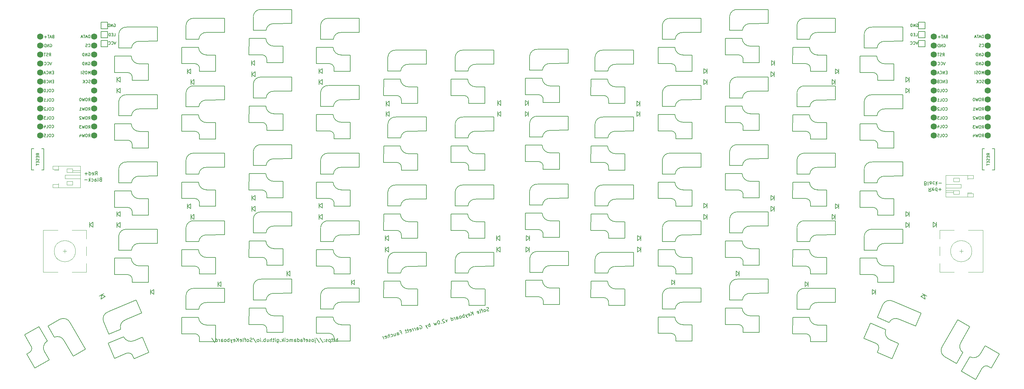
<source format=gbo>
G04 #@! TF.GenerationSoftware,KiCad,Pcbnew,7.0.2*
G04 #@! TF.CreationDate,2023-05-26T11:36:11-04:00*
G04 #@! TF.ProjectId,SofleKeyboard,536f666c-654b-4657-9962-6f6172642e6b,rev?*
G04 #@! TF.SameCoordinates,Original*
G04 #@! TF.FileFunction,Legend,Bot*
G04 #@! TF.FilePolarity,Positive*
%FSLAX46Y46*%
G04 Gerber Fmt 4.6, Leading zero omitted, Abs format (unit mm)*
G04 Created by KiCad (PCBNEW 7.0.2) date 2023-05-26 11:36:11*
%MOMM*%
%LPD*%
G01*
G04 APERTURE LIST*
%ADD10C,0.150000*%
%ADD11C,0.120000*%
%ADD12C,1.752600*%
G04 APERTURE END LIST*
D10*
X141599262Y-128005163D02*
X141473598Y-128088133D01*
X141473598Y-128088133D02*
X141243615Y-128149757D01*
X141243615Y-128149757D02*
X141139298Y-128128410D01*
X141139298Y-128128410D02*
X141080977Y-128094738D01*
X141080977Y-128094738D02*
X141010331Y-128015070D01*
X141010331Y-128015070D02*
X140985681Y-127923077D01*
X140985681Y-127923077D02*
X141007028Y-127818759D01*
X141007028Y-127818759D02*
X141040700Y-127760438D01*
X141040700Y-127760438D02*
X141120368Y-127689792D01*
X141120368Y-127689792D02*
X141292029Y-127594497D01*
X141292029Y-127594497D02*
X141371698Y-127523851D01*
X141371698Y-127523851D02*
X141405369Y-127465530D01*
X141405369Y-127465530D02*
X141426716Y-127361212D01*
X141426716Y-127361212D02*
X141402067Y-127269219D01*
X141402067Y-127269219D02*
X141331421Y-127189551D01*
X141331421Y-127189551D02*
X141273100Y-127155879D01*
X141273100Y-127155879D02*
X141168782Y-127134532D01*
X141168782Y-127134532D02*
X140938800Y-127196156D01*
X140938800Y-127196156D02*
X140813135Y-127279126D01*
X140507672Y-128346952D02*
X140587340Y-128276307D01*
X140587340Y-128276307D02*
X140621012Y-128217985D01*
X140621012Y-128217985D02*
X140642359Y-128113668D01*
X140642359Y-128113668D02*
X140568411Y-127837689D01*
X140568411Y-127837689D02*
X140497765Y-127758021D01*
X140497765Y-127758021D02*
X140439443Y-127724349D01*
X140439443Y-127724349D02*
X140335126Y-127703002D01*
X140335126Y-127703002D02*
X140197136Y-127739976D01*
X140197136Y-127739976D02*
X140117468Y-127810622D01*
X140117468Y-127810622D02*
X140083796Y-127868943D01*
X140083796Y-127868943D02*
X140062449Y-127973261D01*
X140062449Y-127973261D02*
X140136398Y-128249240D01*
X140136398Y-128249240D02*
X140207044Y-128328908D01*
X140207044Y-128328908D02*
X140265365Y-128362580D01*
X140265365Y-128362580D02*
X140369682Y-128383927D01*
X140369682Y-128383927D02*
X140507672Y-128346952D01*
X139737172Y-127863223D02*
X139369200Y-127961821D01*
X139771728Y-128544148D02*
X139549883Y-127716212D01*
X139549883Y-127716212D02*
X139479237Y-127636543D01*
X139479237Y-127636543D02*
X139374920Y-127615196D01*
X139374920Y-127615196D02*
X139282927Y-127639846D01*
X139081781Y-128729019D02*
X139161449Y-128658373D01*
X139161449Y-128658373D02*
X139182796Y-128554055D01*
X139182796Y-128554055D02*
X138960951Y-127726119D01*
X138333512Y-128880218D02*
X138437830Y-128901565D01*
X138437830Y-128901565D02*
X138621816Y-128852266D01*
X138621816Y-128852266D02*
X138701484Y-128781620D01*
X138701484Y-128781620D02*
X138722831Y-128677303D01*
X138722831Y-128677303D02*
X138624233Y-128309331D01*
X138624233Y-128309331D02*
X138553587Y-128229663D01*
X138553587Y-128229663D02*
X138449270Y-128208316D01*
X138449270Y-128208316D02*
X138265284Y-128257614D01*
X138265284Y-128257614D02*
X138185616Y-128328260D01*
X138185616Y-128328260D02*
X138164269Y-128432578D01*
X138164269Y-128432578D02*
X138188918Y-128524571D01*
X138188918Y-128524571D02*
X138673532Y-128493317D01*
X137149928Y-129246657D02*
X136891109Y-128280731D01*
X136597971Y-129394554D02*
X136864042Y-128731674D01*
X136339152Y-128428628D02*
X137039006Y-128832689D01*
X135803706Y-129558077D02*
X135908024Y-129579424D01*
X135908024Y-129579424D02*
X136092010Y-129530126D01*
X136092010Y-129530126D02*
X136171678Y-129459480D01*
X136171678Y-129459480D02*
X136193025Y-129355162D01*
X136193025Y-129355162D02*
X136094427Y-128987190D01*
X136094427Y-128987190D02*
X136023781Y-128907522D01*
X136023781Y-128907522D02*
X135919464Y-128886175D01*
X135919464Y-128886175D02*
X135735478Y-128935474D01*
X135735478Y-128935474D02*
X135655809Y-129006120D01*
X135655809Y-129006120D02*
X135634462Y-129110437D01*
X135634462Y-129110437D02*
X135659112Y-129202430D01*
X135659112Y-129202430D02*
X136143726Y-129171176D01*
X135275513Y-129058721D02*
X135218077Y-129764295D01*
X134815548Y-129181968D02*
X135218077Y-129764295D01*
X135218077Y-129764295D02*
X135371693Y-129969628D01*
X135371693Y-129969628D02*
X135430014Y-130003300D01*
X135430014Y-130003300D02*
X135534332Y-130024647D01*
X134620122Y-129924517D02*
X134361303Y-128958591D01*
X134459901Y-129326563D02*
X134355583Y-129305216D01*
X134355583Y-129305216D02*
X134171597Y-129354514D01*
X134171597Y-129354514D02*
X134091929Y-129425160D01*
X134091929Y-129425160D02*
X134058257Y-129483481D01*
X134058257Y-129483481D02*
X134036910Y-129587799D01*
X134036910Y-129587799D02*
X134110859Y-129863778D01*
X134110859Y-129863778D02*
X134181505Y-129943446D01*
X134181505Y-129943446D02*
X134239826Y-129977118D01*
X134239826Y-129977118D02*
X134344143Y-129998465D01*
X134344143Y-129998465D02*
X134528129Y-129949166D01*
X134528129Y-129949166D02*
X134607798Y-129878520D01*
X133608200Y-130195660D02*
X133687868Y-130125015D01*
X133687868Y-130125015D02*
X133721540Y-130066693D01*
X133721540Y-130066693D02*
X133742887Y-129962376D01*
X133742887Y-129962376D02*
X133668939Y-129686397D01*
X133668939Y-129686397D02*
X133598293Y-129606729D01*
X133598293Y-129606729D02*
X133539972Y-129573057D01*
X133539972Y-129573057D02*
X133435654Y-129551710D01*
X133435654Y-129551710D02*
X133297664Y-129588684D01*
X133297664Y-129588684D02*
X133217996Y-129659330D01*
X133217996Y-129659330D02*
X133184324Y-129717651D01*
X133184324Y-129717651D02*
X133162977Y-129821969D01*
X133162977Y-129821969D02*
X133236926Y-130097948D01*
X133236926Y-130097948D02*
X133307572Y-130177616D01*
X133307572Y-130177616D02*
X133365893Y-130211288D01*
X133365893Y-130211288D02*
X133470210Y-130232635D01*
X133470210Y-130232635D02*
X133608200Y-130195660D01*
X132458288Y-130503778D02*
X132322716Y-129997817D01*
X132322716Y-129997817D02*
X132344063Y-129893500D01*
X132344063Y-129893500D02*
X132423731Y-129822854D01*
X132423731Y-129822854D02*
X132607717Y-129773555D01*
X132607717Y-129773555D02*
X132712035Y-129794902D01*
X132445963Y-130457782D02*
X132550281Y-130479129D01*
X132550281Y-130479129D02*
X132780263Y-130417505D01*
X132780263Y-130417505D02*
X132859932Y-130346859D01*
X132859932Y-130346859D02*
X132881279Y-130242542D01*
X132881279Y-130242542D02*
X132856629Y-130150549D01*
X132856629Y-130150549D02*
X132785983Y-130070881D01*
X132785983Y-130070881D02*
X132681666Y-130049534D01*
X132681666Y-130049534D02*
X132451683Y-130111157D01*
X132451683Y-130111157D02*
X132347366Y-130089810D01*
X131998323Y-130627026D02*
X131825777Y-129983075D01*
X131875076Y-130167061D02*
X131804430Y-130087393D01*
X131804430Y-130087393D02*
X131746109Y-130053721D01*
X131746109Y-130053721D02*
X131641791Y-130032374D01*
X131641791Y-130032374D02*
X131549798Y-130057023D01*
X130986401Y-130898169D02*
X130727582Y-129932244D01*
X130974076Y-130852173D02*
X131078394Y-130873520D01*
X131078394Y-130873520D02*
X131262379Y-130824221D01*
X131262379Y-130824221D02*
X131342048Y-130753575D01*
X131342048Y-130753575D02*
X131375719Y-130695254D01*
X131375719Y-130695254D02*
X131397066Y-130590936D01*
X131397066Y-130590936D02*
X131323118Y-130314958D01*
X131323118Y-130314958D02*
X131252472Y-130235289D01*
X131252472Y-130235289D02*
X131194151Y-130201618D01*
X131194151Y-130201618D02*
X131089833Y-130180271D01*
X131089833Y-130180271D02*
X130905848Y-130229569D01*
X130905848Y-130229569D02*
X130826179Y-130300215D01*
X129709939Y-130550012D02*
X129652503Y-131255586D01*
X129652503Y-131255586D02*
X129249974Y-130673259D01*
X128866375Y-130529550D02*
X128808054Y-130495878D01*
X128808054Y-130495878D02*
X128703736Y-130474531D01*
X128703736Y-130474531D02*
X128473754Y-130536155D01*
X128473754Y-130536155D02*
X128394086Y-130606801D01*
X128394086Y-130606801D02*
X128360414Y-130665122D01*
X128360414Y-130665122D02*
X128339067Y-130769440D01*
X128339067Y-130769440D02*
X128363717Y-130861432D01*
X128363717Y-130861432D02*
X128446687Y-130987097D01*
X128446687Y-130987097D02*
X129146541Y-131391158D01*
X129146541Y-131391158D02*
X128548587Y-131551380D01*
X128109970Y-131570309D02*
X128076298Y-131628630D01*
X128076298Y-131628630D02*
X128134619Y-131662302D01*
X128134619Y-131662302D02*
X128168291Y-131603981D01*
X128168291Y-131603981D02*
X128109970Y-131570309D01*
X128109970Y-131570309D02*
X128134619Y-131662302D01*
X127231850Y-130868922D02*
X127139857Y-130893571D01*
X127139857Y-130893571D02*
X127060189Y-130964217D01*
X127060189Y-130964217D02*
X127026517Y-131022539D01*
X127026517Y-131022539D02*
X127005170Y-131126856D01*
X127005170Y-131126856D02*
X127008472Y-131323167D01*
X127008472Y-131323167D02*
X127070096Y-131553149D01*
X127070096Y-131553149D02*
X127165391Y-131724810D01*
X127165391Y-131724810D02*
X127236037Y-131804479D01*
X127236037Y-131804479D02*
X127294358Y-131838150D01*
X127294358Y-131838150D02*
X127398676Y-131859497D01*
X127398676Y-131859497D02*
X127490669Y-131834848D01*
X127490669Y-131834848D02*
X127570337Y-131764202D01*
X127570337Y-131764202D02*
X127604009Y-131705881D01*
X127604009Y-131705881D02*
X127625356Y-131601563D01*
X127625356Y-131601563D02*
X127622054Y-131405253D01*
X127622054Y-131405253D02*
X127560430Y-131175270D01*
X127560430Y-131175270D02*
X127465135Y-131003609D01*
X127465135Y-131003609D02*
X127394489Y-130923941D01*
X127394489Y-130923941D02*
X127336168Y-130890269D01*
X127336168Y-130890269D02*
X127231850Y-130868922D01*
X126674172Y-131363443D02*
X126662732Y-132056693D01*
X126662732Y-132056693D02*
X126355499Y-131646027D01*
X126355499Y-131646027D02*
X126294761Y-132155291D01*
X126294761Y-132155291D02*
X125938229Y-131560639D01*
X125006859Y-132500383D02*
X124748040Y-131534457D01*
X124846638Y-131902429D02*
X124742320Y-131881082D01*
X124742320Y-131881082D02*
X124558335Y-131930380D01*
X124558335Y-131930380D02*
X124478666Y-132001026D01*
X124478666Y-132001026D02*
X124444995Y-132059347D01*
X124444995Y-132059347D02*
X124423648Y-132163665D01*
X124423648Y-132163665D02*
X124497596Y-132439644D01*
X124497596Y-132439644D02*
X124568242Y-132519312D01*
X124568242Y-132519312D02*
X124626563Y-132552984D01*
X124626563Y-132552984D02*
X124730881Y-132574331D01*
X124730881Y-132574331D02*
X124914867Y-132525032D01*
X124914867Y-132525032D02*
X124994535Y-132454386D01*
X124052373Y-132065952D02*
X123994937Y-132771526D01*
X123592409Y-132189199D02*
X123994937Y-132771526D01*
X123994937Y-132771526D02*
X124148554Y-132976859D01*
X124148554Y-132976859D02*
X124206875Y-133010531D01*
X124206875Y-133010531D02*
X124311192Y-133031878D01*
X121908584Y-132344586D02*
X121988252Y-132273940D01*
X121988252Y-132273940D02*
X122126241Y-132236966D01*
X122126241Y-132236966D02*
X122276555Y-132245988D01*
X122276555Y-132245988D02*
X122393198Y-132313332D01*
X122393198Y-132313332D02*
X122463844Y-132393000D01*
X122463844Y-132393000D02*
X122559139Y-132564661D01*
X122559139Y-132564661D02*
X122596113Y-132702650D01*
X122596113Y-132702650D02*
X122599415Y-132898961D01*
X122599415Y-132898961D02*
X122578068Y-133003279D01*
X122578068Y-133003279D02*
X122510725Y-133119921D01*
X122510725Y-133119921D02*
X122385060Y-133202892D01*
X122385060Y-133202892D02*
X122293067Y-133227541D01*
X122293067Y-133227541D02*
X122142753Y-133218519D01*
X122142753Y-133218519D02*
X122084432Y-133184847D01*
X122084432Y-133184847D02*
X121998159Y-132862872D01*
X121998159Y-132862872D02*
X122182145Y-132813573D01*
X121281145Y-133498685D02*
X121145573Y-132992724D01*
X121145573Y-132992724D02*
X121166920Y-132888406D01*
X121166920Y-132888406D02*
X121246588Y-132817760D01*
X121246588Y-132817760D02*
X121430574Y-132768461D01*
X121430574Y-132768461D02*
X121534892Y-132789808D01*
X121268820Y-133452688D02*
X121373138Y-133474035D01*
X121373138Y-133474035D02*
X121603120Y-133412412D01*
X121603120Y-133412412D02*
X121682789Y-133341766D01*
X121682789Y-133341766D02*
X121704136Y-133237448D01*
X121704136Y-133237448D02*
X121679486Y-133145455D01*
X121679486Y-133145455D02*
X121608840Y-133065787D01*
X121608840Y-133065787D02*
X121504523Y-133044440D01*
X121504523Y-133044440D02*
X121274540Y-133106064D01*
X121274540Y-133106064D02*
X121170223Y-133084717D01*
X120821180Y-133621932D02*
X120648634Y-132977981D01*
X120697933Y-133161967D02*
X120627287Y-133082299D01*
X120627287Y-133082299D02*
X120568966Y-133048627D01*
X120568966Y-133048627D02*
X120464648Y-133027280D01*
X120464648Y-133027280D02*
X120372655Y-133051930D01*
X120223226Y-133782153D02*
X120050680Y-133138203D01*
X120099979Y-133322189D02*
X120029333Y-133242521D01*
X120029333Y-133242521D02*
X119971012Y-133208849D01*
X119971012Y-133208849D02*
X119866694Y-133187502D01*
X119866694Y-133187502D02*
X119774701Y-133212151D01*
X119244975Y-133994976D02*
X119349293Y-134016323D01*
X119349293Y-134016323D02*
X119533278Y-133967024D01*
X119533278Y-133967024D02*
X119612947Y-133896378D01*
X119612947Y-133896378D02*
X119634294Y-133792061D01*
X119634294Y-133792061D02*
X119535696Y-133424089D01*
X119535696Y-133424089D02*
X119465050Y-133344421D01*
X119465050Y-133344421D02*
X119360732Y-133323074D01*
X119360732Y-133323074D02*
X119176746Y-133372373D01*
X119176746Y-133372373D02*
X119097078Y-133443018D01*
X119097078Y-133443018D02*
X119075731Y-133547336D01*
X119075731Y-133547336D02*
X119100381Y-133639329D01*
X119100381Y-133639329D02*
X119584995Y-133608075D01*
X118762778Y-133483295D02*
X118394806Y-133581893D01*
X118538516Y-133198294D02*
X118760361Y-134026230D01*
X118760361Y-134026230D02*
X118739014Y-134130548D01*
X118739014Y-134130548D02*
X118659345Y-134201194D01*
X118659345Y-134201194D02*
X118567352Y-134225843D01*
X118210820Y-133631192D02*
X117842848Y-133729789D01*
X117986558Y-133346191D02*
X118208403Y-134174127D01*
X118208403Y-134174127D02*
X118187056Y-134278445D01*
X118187056Y-134278445D02*
X118107387Y-134349091D01*
X118107387Y-134349091D02*
X118015394Y-134373740D01*
X116499928Y-134237521D02*
X116821903Y-134151248D01*
X116957475Y-134657209D02*
X116698656Y-133691283D01*
X116698656Y-133691283D02*
X116238691Y-133814530D01*
X115715570Y-134989976D02*
X115579998Y-134484015D01*
X115579998Y-134484015D02*
X115601345Y-134379697D01*
X115601345Y-134379697D02*
X115681014Y-134309051D01*
X115681014Y-134309051D02*
X115864999Y-134259753D01*
X115864999Y-134259753D02*
X115969317Y-134281100D01*
X115703246Y-134943980D02*
X115807563Y-134965327D01*
X115807563Y-134965327D02*
X116037546Y-134903703D01*
X116037546Y-134903703D02*
X116117214Y-134833057D01*
X116117214Y-134833057D02*
X116138561Y-134728740D01*
X116138561Y-134728740D02*
X116113911Y-134636747D01*
X116113911Y-134636747D02*
X116043265Y-134557078D01*
X116043265Y-134557078D02*
X115938948Y-134535731D01*
X115938948Y-134535731D02*
X115708965Y-134597355D01*
X115708965Y-134597355D02*
X115604648Y-134576008D01*
X114669091Y-134580195D02*
X114841637Y-135224146D01*
X115083059Y-134469273D02*
X115218631Y-134975234D01*
X115218631Y-134975234D02*
X115197284Y-135079552D01*
X115197284Y-135079552D02*
X115117616Y-135150197D01*
X115117616Y-135150197D02*
X114979627Y-135187172D01*
X114979627Y-135187172D02*
X114875309Y-135165825D01*
X114875309Y-135165825D02*
X114816988Y-135132153D01*
X113955380Y-135412319D02*
X114059697Y-135433666D01*
X114059697Y-135433666D02*
X114243683Y-135384367D01*
X114243683Y-135384367D02*
X114323351Y-135313721D01*
X114323351Y-135313721D02*
X114357023Y-135255400D01*
X114357023Y-135255400D02*
X114378370Y-135151082D01*
X114378370Y-135151082D02*
X114304422Y-134875104D01*
X114304422Y-134875104D02*
X114233776Y-134795435D01*
X114233776Y-134795435D02*
X114175455Y-134761764D01*
X114175455Y-134761764D02*
X114071137Y-134740417D01*
X114071137Y-134740417D02*
X113887151Y-134789715D01*
X113887151Y-134789715D02*
X113807483Y-134860361D01*
X113553736Y-135569238D02*
X113294917Y-134603312D01*
X113139768Y-135680160D02*
X113004196Y-135174199D01*
X113004196Y-135174199D02*
X113025543Y-135069881D01*
X113025543Y-135069881D02*
X113105211Y-134999236D01*
X113105211Y-134999236D02*
X113243200Y-134962261D01*
X113243200Y-134962261D02*
X113347518Y-134983608D01*
X113347518Y-134983608D02*
X113405839Y-135017280D01*
X112299506Y-135856009D02*
X112403824Y-135877356D01*
X112403824Y-135877356D02*
X112587810Y-135828057D01*
X112587810Y-135828057D02*
X112667478Y-135757411D01*
X112667478Y-135757411D02*
X112688825Y-135653093D01*
X112688825Y-135653093D02*
X112590228Y-135285122D01*
X112590228Y-135285122D02*
X112519582Y-135205453D01*
X112519582Y-135205453D02*
X112415264Y-135184106D01*
X112415264Y-135184106D02*
X112231278Y-135233405D01*
X112231278Y-135233405D02*
X112151610Y-135304051D01*
X112151610Y-135304051D02*
X112130263Y-135408369D01*
X112130263Y-135408369D02*
X112154912Y-135500362D01*
X112154912Y-135500362D02*
X112639526Y-135469107D01*
X111851866Y-136025252D02*
X111679320Y-135381302D01*
X111728619Y-135565288D02*
X111657973Y-135485620D01*
X111657973Y-135485620D02*
X111599652Y-135451948D01*
X111599652Y-135451948D02*
X111495334Y-135430601D01*
X111495334Y-135430601D02*
X111403342Y-135455250D01*
X98784286Y-136828619D02*
X98784286Y-135828619D01*
X98355715Y-136828619D02*
X98355715Y-136304809D01*
X98355715Y-136304809D02*
X98403334Y-136209571D01*
X98403334Y-136209571D02*
X98498572Y-136161952D01*
X98498572Y-136161952D02*
X98641429Y-136161952D01*
X98641429Y-136161952D02*
X98736667Y-136209571D01*
X98736667Y-136209571D02*
X98784286Y-136257190D01*
X98022381Y-136161952D02*
X97641429Y-136161952D01*
X97879524Y-135828619D02*
X97879524Y-136685761D01*
X97879524Y-136685761D02*
X97831905Y-136781000D01*
X97831905Y-136781000D02*
X97736667Y-136828619D01*
X97736667Y-136828619D02*
X97641429Y-136828619D01*
X97450952Y-136161952D02*
X97070000Y-136161952D01*
X97308095Y-135828619D02*
X97308095Y-136685761D01*
X97308095Y-136685761D02*
X97260476Y-136781000D01*
X97260476Y-136781000D02*
X97165238Y-136828619D01*
X97165238Y-136828619D02*
X97070000Y-136828619D01*
X96736666Y-136161952D02*
X96736666Y-137161952D01*
X96736666Y-136209571D02*
X96641428Y-136161952D01*
X96641428Y-136161952D02*
X96450952Y-136161952D01*
X96450952Y-136161952D02*
X96355714Y-136209571D01*
X96355714Y-136209571D02*
X96308095Y-136257190D01*
X96308095Y-136257190D02*
X96260476Y-136352428D01*
X96260476Y-136352428D02*
X96260476Y-136638142D01*
X96260476Y-136638142D02*
X96308095Y-136733380D01*
X96308095Y-136733380D02*
X96355714Y-136781000D01*
X96355714Y-136781000D02*
X96450952Y-136828619D01*
X96450952Y-136828619D02*
X96641428Y-136828619D01*
X96641428Y-136828619D02*
X96736666Y-136781000D01*
X95879523Y-136781000D02*
X95784285Y-136828619D01*
X95784285Y-136828619D02*
X95593809Y-136828619D01*
X95593809Y-136828619D02*
X95498571Y-136781000D01*
X95498571Y-136781000D02*
X95450952Y-136685761D01*
X95450952Y-136685761D02*
X95450952Y-136638142D01*
X95450952Y-136638142D02*
X95498571Y-136542904D01*
X95498571Y-136542904D02*
X95593809Y-136495285D01*
X95593809Y-136495285D02*
X95736666Y-136495285D01*
X95736666Y-136495285D02*
X95831904Y-136447666D01*
X95831904Y-136447666D02*
X95879523Y-136352428D01*
X95879523Y-136352428D02*
X95879523Y-136304809D01*
X95879523Y-136304809D02*
X95831904Y-136209571D01*
X95831904Y-136209571D02*
X95736666Y-136161952D01*
X95736666Y-136161952D02*
X95593809Y-136161952D01*
X95593809Y-136161952D02*
X95498571Y-136209571D01*
X95022380Y-136733380D02*
X94974761Y-136781000D01*
X94974761Y-136781000D02*
X95022380Y-136828619D01*
X95022380Y-136828619D02*
X95069999Y-136781000D01*
X95069999Y-136781000D02*
X95022380Y-136733380D01*
X95022380Y-136733380D02*
X95022380Y-136828619D01*
X95022380Y-136209571D02*
X94974761Y-136257190D01*
X94974761Y-136257190D02*
X95022380Y-136304809D01*
X95022380Y-136304809D02*
X95069999Y-136257190D01*
X95069999Y-136257190D02*
X95022380Y-136209571D01*
X95022380Y-136209571D02*
X95022380Y-136304809D01*
X93831905Y-135781000D02*
X94689047Y-137066714D01*
X92784286Y-135781000D02*
X93641428Y-137066714D01*
X92450952Y-136161952D02*
X92450952Y-137019095D01*
X92450952Y-137019095D02*
X92498571Y-137114333D01*
X92498571Y-137114333D02*
X92593809Y-137161952D01*
X92593809Y-137161952D02*
X92641428Y-137161952D01*
X92450952Y-135828619D02*
X92498571Y-135876238D01*
X92498571Y-135876238D02*
X92450952Y-135923857D01*
X92450952Y-135923857D02*
X92403333Y-135876238D01*
X92403333Y-135876238D02*
X92450952Y-135828619D01*
X92450952Y-135828619D02*
X92450952Y-135923857D01*
X91831905Y-136828619D02*
X91927143Y-136781000D01*
X91927143Y-136781000D02*
X91974762Y-136733380D01*
X91974762Y-136733380D02*
X92022381Y-136638142D01*
X92022381Y-136638142D02*
X92022381Y-136352428D01*
X92022381Y-136352428D02*
X91974762Y-136257190D01*
X91974762Y-136257190D02*
X91927143Y-136209571D01*
X91927143Y-136209571D02*
X91831905Y-136161952D01*
X91831905Y-136161952D02*
X91689048Y-136161952D01*
X91689048Y-136161952D02*
X91593810Y-136209571D01*
X91593810Y-136209571D02*
X91546191Y-136257190D01*
X91546191Y-136257190D02*
X91498572Y-136352428D01*
X91498572Y-136352428D02*
X91498572Y-136638142D01*
X91498572Y-136638142D02*
X91546191Y-136733380D01*
X91546191Y-136733380D02*
X91593810Y-136781000D01*
X91593810Y-136781000D02*
X91689048Y-136828619D01*
X91689048Y-136828619D02*
X91831905Y-136828619D01*
X91117619Y-136781000D02*
X91022381Y-136828619D01*
X91022381Y-136828619D02*
X90831905Y-136828619D01*
X90831905Y-136828619D02*
X90736667Y-136781000D01*
X90736667Y-136781000D02*
X90689048Y-136685761D01*
X90689048Y-136685761D02*
X90689048Y-136638142D01*
X90689048Y-136638142D02*
X90736667Y-136542904D01*
X90736667Y-136542904D02*
X90831905Y-136495285D01*
X90831905Y-136495285D02*
X90974762Y-136495285D01*
X90974762Y-136495285D02*
X91070000Y-136447666D01*
X91070000Y-136447666D02*
X91117619Y-136352428D01*
X91117619Y-136352428D02*
X91117619Y-136304809D01*
X91117619Y-136304809D02*
X91070000Y-136209571D01*
X91070000Y-136209571D02*
X90974762Y-136161952D01*
X90974762Y-136161952D02*
X90831905Y-136161952D01*
X90831905Y-136161952D02*
X90736667Y-136209571D01*
X89879524Y-136781000D02*
X89974762Y-136828619D01*
X89974762Y-136828619D02*
X90165238Y-136828619D01*
X90165238Y-136828619D02*
X90260476Y-136781000D01*
X90260476Y-136781000D02*
X90308095Y-136685761D01*
X90308095Y-136685761D02*
X90308095Y-136304809D01*
X90308095Y-136304809D02*
X90260476Y-136209571D01*
X90260476Y-136209571D02*
X90165238Y-136161952D01*
X90165238Y-136161952D02*
X89974762Y-136161952D01*
X89974762Y-136161952D02*
X89879524Y-136209571D01*
X89879524Y-136209571D02*
X89831905Y-136304809D01*
X89831905Y-136304809D02*
X89831905Y-136400047D01*
X89831905Y-136400047D02*
X90308095Y-136495285D01*
X89546190Y-136161952D02*
X89165238Y-136161952D01*
X89403333Y-136828619D02*
X89403333Y-135971476D01*
X89403333Y-135971476D02*
X89355714Y-135876238D01*
X89355714Y-135876238D02*
X89260476Y-135828619D01*
X89260476Y-135828619D02*
X89165238Y-135828619D01*
X88403333Y-136828619D02*
X88403333Y-136304809D01*
X88403333Y-136304809D02*
X88450952Y-136209571D01*
X88450952Y-136209571D02*
X88546190Y-136161952D01*
X88546190Y-136161952D02*
X88736666Y-136161952D01*
X88736666Y-136161952D02*
X88831904Y-136209571D01*
X88403333Y-136781000D02*
X88498571Y-136828619D01*
X88498571Y-136828619D02*
X88736666Y-136828619D01*
X88736666Y-136828619D02*
X88831904Y-136781000D01*
X88831904Y-136781000D02*
X88879523Y-136685761D01*
X88879523Y-136685761D02*
X88879523Y-136590523D01*
X88879523Y-136590523D02*
X88831904Y-136495285D01*
X88831904Y-136495285D02*
X88736666Y-136447666D01*
X88736666Y-136447666D02*
X88498571Y-136447666D01*
X88498571Y-136447666D02*
X88403333Y-136400047D01*
X87498571Y-136828619D02*
X87498571Y-135828619D01*
X87498571Y-136781000D02*
X87593809Y-136828619D01*
X87593809Y-136828619D02*
X87784285Y-136828619D01*
X87784285Y-136828619D02*
X87879523Y-136781000D01*
X87879523Y-136781000D02*
X87927142Y-136733380D01*
X87927142Y-136733380D02*
X87974761Y-136638142D01*
X87974761Y-136638142D02*
X87974761Y-136352428D01*
X87974761Y-136352428D02*
X87927142Y-136257190D01*
X87927142Y-136257190D02*
X87879523Y-136209571D01*
X87879523Y-136209571D02*
X87784285Y-136161952D01*
X87784285Y-136161952D02*
X87593809Y-136161952D01*
X87593809Y-136161952D02*
X87498571Y-136209571D01*
X86593809Y-136828619D02*
X86593809Y-136304809D01*
X86593809Y-136304809D02*
X86641428Y-136209571D01*
X86641428Y-136209571D02*
X86736666Y-136161952D01*
X86736666Y-136161952D02*
X86927142Y-136161952D01*
X86927142Y-136161952D02*
X87022380Y-136209571D01*
X86593809Y-136781000D02*
X86689047Y-136828619D01*
X86689047Y-136828619D02*
X86927142Y-136828619D01*
X86927142Y-136828619D02*
X87022380Y-136781000D01*
X87022380Y-136781000D02*
X87069999Y-136685761D01*
X87069999Y-136685761D02*
X87069999Y-136590523D01*
X87069999Y-136590523D02*
X87022380Y-136495285D01*
X87022380Y-136495285D02*
X86927142Y-136447666D01*
X86927142Y-136447666D02*
X86689047Y-136447666D01*
X86689047Y-136447666D02*
X86593809Y-136400047D01*
X86117618Y-136828619D02*
X86117618Y-136161952D01*
X86117618Y-136257190D02*
X86069999Y-136209571D01*
X86069999Y-136209571D02*
X85974761Y-136161952D01*
X85974761Y-136161952D02*
X85831904Y-136161952D01*
X85831904Y-136161952D02*
X85736666Y-136209571D01*
X85736666Y-136209571D02*
X85689047Y-136304809D01*
X85689047Y-136304809D02*
X85689047Y-136828619D01*
X85689047Y-136304809D02*
X85641428Y-136209571D01*
X85641428Y-136209571D02*
X85546190Y-136161952D01*
X85546190Y-136161952D02*
X85403333Y-136161952D01*
X85403333Y-136161952D02*
X85308094Y-136209571D01*
X85308094Y-136209571D02*
X85260475Y-136304809D01*
X85260475Y-136304809D02*
X85260475Y-136828619D01*
X84355714Y-136781000D02*
X84450952Y-136828619D01*
X84450952Y-136828619D02*
X84641428Y-136828619D01*
X84641428Y-136828619D02*
X84736666Y-136781000D01*
X84736666Y-136781000D02*
X84784285Y-136733380D01*
X84784285Y-136733380D02*
X84831904Y-136638142D01*
X84831904Y-136638142D02*
X84831904Y-136352428D01*
X84831904Y-136352428D02*
X84784285Y-136257190D01*
X84784285Y-136257190D02*
X84736666Y-136209571D01*
X84736666Y-136209571D02*
X84641428Y-136161952D01*
X84641428Y-136161952D02*
X84450952Y-136161952D01*
X84450952Y-136161952D02*
X84355714Y-136209571D01*
X83927142Y-136828619D02*
X83927142Y-136161952D01*
X83927142Y-135828619D02*
X83974761Y-135876238D01*
X83974761Y-135876238D02*
X83927142Y-135923857D01*
X83927142Y-135923857D02*
X83879523Y-135876238D01*
X83879523Y-135876238D02*
X83927142Y-135828619D01*
X83927142Y-135828619D02*
X83927142Y-135923857D01*
X83450952Y-136828619D02*
X83450952Y-135828619D01*
X83355714Y-136447666D02*
X83070000Y-136828619D01*
X83070000Y-136161952D02*
X83450952Y-136542904D01*
X82641428Y-136733380D02*
X82593809Y-136781000D01*
X82593809Y-136781000D02*
X82641428Y-136828619D01*
X82641428Y-136828619D02*
X82689047Y-136781000D01*
X82689047Y-136781000D02*
X82641428Y-136733380D01*
X82641428Y-136733380D02*
X82641428Y-136828619D01*
X81736667Y-136161952D02*
X81736667Y-136971476D01*
X81736667Y-136971476D02*
X81784286Y-137066714D01*
X81784286Y-137066714D02*
X81831905Y-137114333D01*
X81831905Y-137114333D02*
X81927143Y-137161952D01*
X81927143Y-137161952D02*
X82070000Y-137161952D01*
X82070000Y-137161952D02*
X82165238Y-137114333D01*
X81736667Y-136781000D02*
X81831905Y-136828619D01*
X81831905Y-136828619D02*
X82022381Y-136828619D01*
X82022381Y-136828619D02*
X82117619Y-136781000D01*
X82117619Y-136781000D02*
X82165238Y-136733380D01*
X82165238Y-136733380D02*
X82212857Y-136638142D01*
X82212857Y-136638142D02*
X82212857Y-136352428D01*
X82212857Y-136352428D02*
X82165238Y-136257190D01*
X82165238Y-136257190D02*
X82117619Y-136209571D01*
X82117619Y-136209571D02*
X82022381Y-136161952D01*
X82022381Y-136161952D02*
X81831905Y-136161952D01*
X81831905Y-136161952D02*
X81736667Y-136209571D01*
X81260476Y-136828619D02*
X81260476Y-136161952D01*
X81260476Y-135828619D02*
X81308095Y-135876238D01*
X81308095Y-135876238D02*
X81260476Y-135923857D01*
X81260476Y-135923857D02*
X81212857Y-135876238D01*
X81212857Y-135876238D02*
X81260476Y-135828619D01*
X81260476Y-135828619D02*
X81260476Y-135923857D01*
X80927143Y-136161952D02*
X80546191Y-136161952D01*
X80784286Y-135828619D02*
X80784286Y-136685761D01*
X80784286Y-136685761D02*
X80736667Y-136781000D01*
X80736667Y-136781000D02*
X80641429Y-136828619D01*
X80641429Y-136828619D02*
X80546191Y-136828619D01*
X80212857Y-136828619D02*
X80212857Y-135828619D01*
X79784286Y-136828619D02*
X79784286Y-136304809D01*
X79784286Y-136304809D02*
X79831905Y-136209571D01*
X79831905Y-136209571D02*
X79927143Y-136161952D01*
X79927143Y-136161952D02*
X80070000Y-136161952D01*
X80070000Y-136161952D02*
X80165238Y-136209571D01*
X80165238Y-136209571D02*
X80212857Y-136257190D01*
X78879524Y-136161952D02*
X78879524Y-136828619D01*
X79308095Y-136161952D02*
X79308095Y-136685761D01*
X79308095Y-136685761D02*
X79260476Y-136781000D01*
X79260476Y-136781000D02*
X79165238Y-136828619D01*
X79165238Y-136828619D02*
X79022381Y-136828619D01*
X79022381Y-136828619D02*
X78927143Y-136781000D01*
X78927143Y-136781000D02*
X78879524Y-136733380D01*
X78403333Y-136828619D02*
X78403333Y-135828619D01*
X78403333Y-136209571D02*
X78308095Y-136161952D01*
X78308095Y-136161952D02*
X78117619Y-136161952D01*
X78117619Y-136161952D02*
X78022381Y-136209571D01*
X78022381Y-136209571D02*
X77974762Y-136257190D01*
X77974762Y-136257190D02*
X77927143Y-136352428D01*
X77927143Y-136352428D02*
X77927143Y-136638142D01*
X77927143Y-136638142D02*
X77974762Y-136733380D01*
X77974762Y-136733380D02*
X78022381Y-136781000D01*
X78022381Y-136781000D02*
X78117619Y-136828619D01*
X78117619Y-136828619D02*
X78308095Y-136828619D01*
X78308095Y-136828619D02*
X78403333Y-136781000D01*
X77498571Y-136733380D02*
X77450952Y-136781000D01*
X77450952Y-136781000D02*
X77498571Y-136828619D01*
X77498571Y-136828619D02*
X77546190Y-136781000D01*
X77546190Y-136781000D02*
X77498571Y-136733380D01*
X77498571Y-136733380D02*
X77498571Y-136828619D01*
X77022381Y-136828619D02*
X77022381Y-136161952D01*
X77022381Y-135828619D02*
X77070000Y-135876238D01*
X77070000Y-135876238D02*
X77022381Y-135923857D01*
X77022381Y-135923857D02*
X76974762Y-135876238D01*
X76974762Y-135876238D02*
X77022381Y-135828619D01*
X77022381Y-135828619D02*
X77022381Y-135923857D01*
X76403334Y-136828619D02*
X76498572Y-136781000D01*
X76498572Y-136781000D02*
X76546191Y-136733380D01*
X76546191Y-136733380D02*
X76593810Y-136638142D01*
X76593810Y-136638142D02*
X76593810Y-136352428D01*
X76593810Y-136352428D02*
X76546191Y-136257190D01*
X76546191Y-136257190D02*
X76498572Y-136209571D01*
X76498572Y-136209571D02*
X76403334Y-136161952D01*
X76403334Y-136161952D02*
X76260477Y-136161952D01*
X76260477Y-136161952D02*
X76165239Y-136209571D01*
X76165239Y-136209571D02*
X76117620Y-136257190D01*
X76117620Y-136257190D02*
X76070001Y-136352428D01*
X76070001Y-136352428D02*
X76070001Y-136638142D01*
X76070001Y-136638142D02*
X76117620Y-136733380D01*
X76117620Y-136733380D02*
X76165239Y-136781000D01*
X76165239Y-136781000D02*
X76260477Y-136828619D01*
X76260477Y-136828619D02*
X76403334Y-136828619D01*
X74927144Y-135781000D02*
X75784286Y-137066714D01*
X74641429Y-136781000D02*
X74498572Y-136828619D01*
X74498572Y-136828619D02*
X74260477Y-136828619D01*
X74260477Y-136828619D02*
X74165239Y-136781000D01*
X74165239Y-136781000D02*
X74117620Y-136733380D01*
X74117620Y-136733380D02*
X74070001Y-136638142D01*
X74070001Y-136638142D02*
X74070001Y-136542904D01*
X74070001Y-136542904D02*
X74117620Y-136447666D01*
X74117620Y-136447666D02*
X74165239Y-136400047D01*
X74165239Y-136400047D02*
X74260477Y-136352428D01*
X74260477Y-136352428D02*
X74450953Y-136304809D01*
X74450953Y-136304809D02*
X74546191Y-136257190D01*
X74546191Y-136257190D02*
X74593810Y-136209571D01*
X74593810Y-136209571D02*
X74641429Y-136114333D01*
X74641429Y-136114333D02*
X74641429Y-136019095D01*
X74641429Y-136019095D02*
X74593810Y-135923857D01*
X74593810Y-135923857D02*
X74546191Y-135876238D01*
X74546191Y-135876238D02*
X74450953Y-135828619D01*
X74450953Y-135828619D02*
X74212858Y-135828619D01*
X74212858Y-135828619D02*
X74070001Y-135876238D01*
X73498572Y-136828619D02*
X73593810Y-136781000D01*
X73593810Y-136781000D02*
X73641429Y-136733380D01*
X73641429Y-136733380D02*
X73689048Y-136638142D01*
X73689048Y-136638142D02*
X73689048Y-136352428D01*
X73689048Y-136352428D02*
X73641429Y-136257190D01*
X73641429Y-136257190D02*
X73593810Y-136209571D01*
X73593810Y-136209571D02*
X73498572Y-136161952D01*
X73498572Y-136161952D02*
X73355715Y-136161952D01*
X73355715Y-136161952D02*
X73260477Y-136209571D01*
X73260477Y-136209571D02*
X73212858Y-136257190D01*
X73212858Y-136257190D02*
X73165239Y-136352428D01*
X73165239Y-136352428D02*
X73165239Y-136638142D01*
X73165239Y-136638142D02*
X73212858Y-136733380D01*
X73212858Y-136733380D02*
X73260477Y-136781000D01*
X73260477Y-136781000D02*
X73355715Y-136828619D01*
X73355715Y-136828619D02*
X73498572Y-136828619D01*
X72879524Y-136161952D02*
X72498572Y-136161952D01*
X72736667Y-136828619D02*
X72736667Y-135971476D01*
X72736667Y-135971476D02*
X72689048Y-135876238D01*
X72689048Y-135876238D02*
X72593810Y-135828619D01*
X72593810Y-135828619D02*
X72498572Y-135828619D01*
X72022381Y-136828619D02*
X72117619Y-136781000D01*
X72117619Y-136781000D02*
X72165238Y-136685761D01*
X72165238Y-136685761D02*
X72165238Y-135828619D01*
X71260476Y-136781000D02*
X71355714Y-136828619D01*
X71355714Y-136828619D02*
X71546190Y-136828619D01*
X71546190Y-136828619D02*
X71641428Y-136781000D01*
X71641428Y-136781000D02*
X71689047Y-136685761D01*
X71689047Y-136685761D02*
X71689047Y-136304809D01*
X71689047Y-136304809D02*
X71641428Y-136209571D01*
X71641428Y-136209571D02*
X71546190Y-136161952D01*
X71546190Y-136161952D02*
X71355714Y-136161952D01*
X71355714Y-136161952D02*
X71260476Y-136209571D01*
X71260476Y-136209571D02*
X71212857Y-136304809D01*
X71212857Y-136304809D02*
X71212857Y-136400047D01*
X71212857Y-136400047D02*
X71689047Y-136495285D01*
X70784285Y-136828619D02*
X70784285Y-135828619D01*
X70212857Y-136828619D02*
X70641428Y-136257190D01*
X70212857Y-135828619D02*
X70784285Y-136400047D01*
X69403333Y-136781000D02*
X69498571Y-136828619D01*
X69498571Y-136828619D02*
X69689047Y-136828619D01*
X69689047Y-136828619D02*
X69784285Y-136781000D01*
X69784285Y-136781000D02*
X69831904Y-136685761D01*
X69831904Y-136685761D02*
X69831904Y-136304809D01*
X69831904Y-136304809D02*
X69784285Y-136209571D01*
X69784285Y-136209571D02*
X69689047Y-136161952D01*
X69689047Y-136161952D02*
X69498571Y-136161952D01*
X69498571Y-136161952D02*
X69403333Y-136209571D01*
X69403333Y-136209571D02*
X69355714Y-136304809D01*
X69355714Y-136304809D02*
X69355714Y-136400047D01*
X69355714Y-136400047D02*
X69831904Y-136495285D01*
X69022380Y-136161952D02*
X68784285Y-136828619D01*
X68546190Y-136161952D02*
X68784285Y-136828619D01*
X68784285Y-136828619D02*
X68879523Y-137066714D01*
X68879523Y-137066714D02*
X68927142Y-137114333D01*
X68927142Y-137114333D02*
X69022380Y-137161952D01*
X68165237Y-136828619D02*
X68165237Y-135828619D01*
X68165237Y-136209571D02*
X68069999Y-136161952D01*
X68069999Y-136161952D02*
X67879523Y-136161952D01*
X67879523Y-136161952D02*
X67784285Y-136209571D01*
X67784285Y-136209571D02*
X67736666Y-136257190D01*
X67736666Y-136257190D02*
X67689047Y-136352428D01*
X67689047Y-136352428D02*
X67689047Y-136638142D01*
X67689047Y-136638142D02*
X67736666Y-136733380D01*
X67736666Y-136733380D02*
X67784285Y-136781000D01*
X67784285Y-136781000D02*
X67879523Y-136828619D01*
X67879523Y-136828619D02*
X68069999Y-136828619D01*
X68069999Y-136828619D02*
X68165237Y-136781000D01*
X67117618Y-136828619D02*
X67212856Y-136781000D01*
X67212856Y-136781000D02*
X67260475Y-136733380D01*
X67260475Y-136733380D02*
X67308094Y-136638142D01*
X67308094Y-136638142D02*
X67308094Y-136352428D01*
X67308094Y-136352428D02*
X67260475Y-136257190D01*
X67260475Y-136257190D02*
X67212856Y-136209571D01*
X67212856Y-136209571D02*
X67117618Y-136161952D01*
X67117618Y-136161952D02*
X66974761Y-136161952D01*
X66974761Y-136161952D02*
X66879523Y-136209571D01*
X66879523Y-136209571D02*
X66831904Y-136257190D01*
X66831904Y-136257190D02*
X66784285Y-136352428D01*
X66784285Y-136352428D02*
X66784285Y-136638142D01*
X66784285Y-136638142D02*
X66831904Y-136733380D01*
X66831904Y-136733380D02*
X66879523Y-136781000D01*
X66879523Y-136781000D02*
X66974761Y-136828619D01*
X66974761Y-136828619D02*
X67117618Y-136828619D01*
X65927142Y-136828619D02*
X65927142Y-136304809D01*
X65927142Y-136304809D02*
X65974761Y-136209571D01*
X65974761Y-136209571D02*
X66069999Y-136161952D01*
X66069999Y-136161952D02*
X66260475Y-136161952D01*
X66260475Y-136161952D02*
X66355713Y-136209571D01*
X65927142Y-136781000D02*
X66022380Y-136828619D01*
X66022380Y-136828619D02*
X66260475Y-136828619D01*
X66260475Y-136828619D02*
X66355713Y-136781000D01*
X66355713Y-136781000D02*
X66403332Y-136685761D01*
X66403332Y-136685761D02*
X66403332Y-136590523D01*
X66403332Y-136590523D02*
X66355713Y-136495285D01*
X66355713Y-136495285D02*
X66260475Y-136447666D01*
X66260475Y-136447666D02*
X66022380Y-136447666D01*
X66022380Y-136447666D02*
X65927142Y-136400047D01*
X65450951Y-136828619D02*
X65450951Y-136161952D01*
X65450951Y-136352428D02*
X65403332Y-136257190D01*
X65403332Y-136257190D02*
X65355713Y-136209571D01*
X65355713Y-136209571D02*
X65260475Y-136161952D01*
X65260475Y-136161952D02*
X65165237Y-136161952D01*
X64403332Y-136828619D02*
X64403332Y-135828619D01*
X64403332Y-136781000D02*
X64498570Y-136828619D01*
X64498570Y-136828619D02*
X64689046Y-136828619D01*
X64689046Y-136828619D02*
X64784284Y-136781000D01*
X64784284Y-136781000D02*
X64831903Y-136733380D01*
X64831903Y-136733380D02*
X64879522Y-136638142D01*
X64879522Y-136638142D02*
X64879522Y-136352428D01*
X64879522Y-136352428D02*
X64831903Y-136257190D01*
X64831903Y-136257190D02*
X64784284Y-136209571D01*
X64784284Y-136209571D02*
X64689046Y-136161952D01*
X64689046Y-136161952D02*
X64498570Y-136161952D01*
X64498570Y-136161952D02*
X64403332Y-136209571D01*
X63212856Y-135781000D02*
X64069998Y-137066714D01*
X35648285Y-50472095D02*
X36029237Y-50472095D01*
X36029237Y-50472095D02*
X36029237Y-49672095D01*
X35381618Y-50053047D02*
X35114952Y-50053047D01*
X35000666Y-50472095D02*
X35381618Y-50472095D01*
X35381618Y-50472095D02*
X35381618Y-49672095D01*
X35381618Y-49672095D02*
X35000666Y-49672095D01*
X34657808Y-50472095D02*
X34657808Y-49672095D01*
X34657808Y-49672095D02*
X34467332Y-49672095D01*
X34467332Y-49672095D02*
X34353046Y-49710190D01*
X34353046Y-49710190D02*
X34276856Y-49786380D01*
X34276856Y-49786380D02*
X34238761Y-49862571D01*
X34238761Y-49862571D02*
X34200665Y-50014952D01*
X34200665Y-50014952D02*
X34200665Y-50129238D01*
X34200665Y-50129238D02*
X34238761Y-50281619D01*
X34238761Y-50281619D02*
X34276856Y-50357809D01*
X34276856Y-50357809D02*
X34353046Y-50434000D01*
X34353046Y-50434000D02*
X34467332Y-50472095D01*
X34467332Y-50472095D02*
X34657808Y-50472095D01*
X36200666Y-52072095D02*
X35933999Y-52872095D01*
X35933999Y-52872095D02*
X35667333Y-52072095D01*
X34943523Y-52795904D02*
X34981619Y-52834000D01*
X34981619Y-52834000D02*
X35095904Y-52872095D01*
X35095904Y-52872095D02*
X35172095Y-52872095D01*
X35172095Y-52872095D02*
X35286381Y-52834000D01*
X35286381Y-52834000D02*
X35362571Y-52757809D01*
X35362571Y-52757809D02*
X35400666Y-52681619D01*
X35400666Y-52681619D02*
X35438762Y-52529238D01*
X35438762Y-52529238D02*
X35438762Y-52414952D01*
X35438762Y-52414952D02*
X35400666Y-52262571D01*
X35400666Y-52262571D02*
X35362571Y-52186380D01*
X35362571Y-52186380D02*
X35286381Y-52110190D01*
X35286381Y-52110190D02*
X35172095Y-52072095D01*
X35172095Y-52072095D02*
X35095904Y-52072095D01*
X35095904Y-52072095D02*
X34981619Y-52110190D01*
X34981619Y-52110190D02*
X34943523Y-52148285D01*
X34143523Y-52795904D02*
X34181619Y-52834000D01*
X34181619Y-52834000D02*
X34295904Y-52872095D01*
X34295904Y-52872095D02*
X34372095Y-52872095D01*
X34372095Y-52872095D02*
X34486381Y-52834000D01*
X34486381Y-52834000D02*
X34562571Y-52757809D01*
X34562571Y-52757809D02*
X34600666Y-52681619D01*
X34600666Y-52681619D02*
X34638762Y-52529238D01*
X34638762Y-52529238D02*
X34638762Y-52414952D01*
X34638762Y-52414952D02*
X34600666Y-52262571D01*
X34600666Y-52262571D02*
X34562571Y-52186380D01*
X34562571Y-52186380D02*
X34486381Y-52110190D01*
X34486381Y-52110190D02*
X34372095Y-52072095D01*
X34372095Y-52072095D02*
X34295904Y-52072095D01*
X34295904Y-52072095D02*
X34181619Y-52110190D01*
X34181619Y-52110190D02*
X34143523Y-52148285D01*
X35643523Y-47110190D02*
X35719713Y-47072095D01*
X35719713Y-47072095D02*
X35833999Y-47072095D01*
X35833999Y-47072095D02*
X35948285Y-47110190D01*
X35948285Y-47110190D02*
X36024475Y-47186380D01*
X36024475Y-47186380D02*
X36062570Y-47262571D01*
X36062570Y-47262571D02*
X36100666Y-47414952D01*
X36100666Y-47414952D02*
X36100666Y-47529238D01*
X36100666Y-47529238D02*
X36062570Y-47681619D01*
X36062570Y-47681619D02*
X36024475Y-47757809D01*
X36024475Y-47757809D02*
X35948285Y-47834000D01*
X35948285Y-47834000D02*
X35833999Y-47872095D01*
X35833999Y-47872095D02*
X35757808Y-47872095D01*
X35757808Y-47872095D02*
X35643523Y-47834000D01*
X35643523Y-47834000D02*
X35605427Y-47795904D01*
X35605427Y-47795904D02*
X35605427Y-47529238D01*
X35605427Y-47529238D02*
X35757808Y-47529238D01*
X35262570Y-47872095D02*
X35262570Y-47072095D01*
X35262570Y-47072095D02*
X34805427Y-47872095D01*
X34805427Y-47872095D02*
X34805427Y-47072095D01*
X34424475Y-47872095D02*
X34424475Y-47072095D01*
X34424475Y-47072095D02*
X34233999Y-47072095D01*
X34233999Y-47072095D02*
X34119713Y-47110190D01*
X34119713Y-47110190D02*
X34043523Y-47186380D01*
X34043523Y-47186380D02*
X34005428Y-47262571D01*
X34005428Y-47262571D02*
X33967332Y-47414952D01*
X33967332Y-47414952D02*
X33967332Y-47529238D01*
X33967332Y-47529238D02*
X34005428Y-47681619D01*
X34005428Y-47681619D02*
X34043523Y-47757809D01*
X34043523Y-47757809D02*
X34119713Y-47834000D01*
X34119713Y-47834000D02*
X34233999Y-47872095D01*
X34233999Y-47872095D02*
X34424475Y-47872095D01*
X14508095Y-84104095D02*
X14127142Y-83837428D01*
X14508095Y-83646952D02*
X13708095Y-83646952D01*
X13708095Y-83646952D02*
X13708095Y-83951714D01*
X13708095Y-83951714D02*
X13746190Y-84027904D01*
X13746190Y-84027904D02*
X13784285Y-84065999D01*
X13784285Y-84065999D02*
X13860476Y-84104095D01*
X13860476Y-84104095D02*
X13974761Y-84104095D01*
X13974761Y-84104095D02*
X14050952Y-84065999D01*
X14050952Y-84065999D02*
X14089047Y-84027904D01*
X14089047Y-84027904D02*
X14127142Y-83951714D01*
X14127142Y-83951714D02*
X14127142Y-83646952D01*
X14089047Y-84446952D02*
X14089047Y-84713618D01*
X14508095Y-84827904D02*
X14508095Y-84446952D01*
X14508095Y-84446952D02*
X13708095Y-84446952D01*
X13708095Y-84446952D02*
X13708095Y-84827904D01*
X14470000Y-85132666D02*
X14508095Y-85246952D01*
X14508095Y-85246952D02*
X14508095Y-85437428D01*
X14508095Y-85437428D02*
X14470000Y-85513619D01*
X14470000Y-85513619D02*
X14431904Y-85551714D01*
X14431904Y-85551714D02*
X14355714Y-85589809D01*
X14355714Y-85589809D02*
X14279523Y-85589809D01*
X14279523Y-85589809D02*
X14203333Y-85551714D01*
X14203333Y-85551714D02*
X14165238Y-85513619D01*
X14165238Y-85513619D02*
X14127142Y-85437428D01*
X14127142Y-85437428D02*
X14089047Y-85285047D01*
X14089047Y-85285047D02*
X14050952Y-85208857D01*
X14050952Y-85208857D02*
X14012857Y-85170762D01*
X14012857Y-85170762D02*
X13936666Y-85132666D01*
X13936666Y-85132666D02*
X13860476Y-85132666D01*
X13860476Y-85132666D02*
X13784285Y-85170762D01*
X13784285Y-85170762D02*
X13746190Y-85208857D01*
X13746190Y-85208857D02*
X13708095Y-85285047D01*
X13708095Y-85285047D02*
X13708095Y-85475524D01*
X13708095Y-85475524D02*
X13746190Y-85589809D01*
X14089047Y-85932667D02*
X14089047Y-86199333D01*
X14508095Y-86313619D02*
X14508095Y-85932667D01*
X14508095Y-85932667D02*
X13708095Y-85932667D01*
X13708095Y-85932667D02*
X13708095Y-86313619D01*
X13708095Y-86542191D02*
X13708095Y-86999334D01*
X14508095Y-86770762D02*
X13708095Y-86770762D01*
X18149173Y-78883856D02*
X18187269Y-78921952D01*
X18187269Y-78921952D02*
X18301554Y-78960047D01*
X18301554Y-78960047D02*
X18377745Y-78960047D01*
X18377745Y-78960047D02*
X18492031Y-78921952D01*
X18492031Y-78921952D02*
X18568221Y-78845761D01*
X18568221Y-78845761D02*
X18606316Y-78769571D01*
X18606316Y-78769571D02*
X18644412Y-78617190D01*
X18644412Y-78617190D02*
X18644412Y-78502904D01*
X18644412Y-78502904D02*
X18606316Y-78350523D01*
X18606316Y-78350523D02*
X18568221Y-78274332D01*
X18568221Y-78274332D02*
X18492031Y-78198142D01*
X18492031Y-78198142D02*
X18377745Y-78160047D01*
X18377745Y-78160047D02*
X18301554Y-78160047D01*
X18301554Y-78160047D02*
X18187269Y-78198142D01*
X18187269Y-78198142D02*
X18149173Y-78236237D01*
X17653935Y-78160047D02*
X17501554Y-78160047D01*
X17501554Y-78160047D02*
X17425364Y-78198142D01*
X17425364Y-78198142D02*
X17349173Y-78274332D01*
X17349173Y-78274332D02*
X17311078Y-78426713D01*
X17311078Y-78426713D02*
X17311078Y-78693380D01*
X17311078Y-78693380D02*
X17349173Y-78845761D01*
X17349173Y-78845761D02*
X17425364Y-78921952D01*
X17425364Y-78921952D02*
X17501554Y-78960047D01*
X17501554Y-78960047D02*
X17653935Y-78960047D01*
X17653935Y-78960047D02*
X17730126Y-78921952D01*
X17730126Y-78921952D02*
X17806316Y-78845761D01*
X17806316Y-78845761D02*
X17844412Y-78693380D01*
X17844412Y-78693380D02*
X17844412Y-78426713D01*
X17844412Y-78426713D02*
X17806316Y-78274332D01*
X17806316Y-78274332D02*
X17730126Y-78198142D01*
X17730126Y-78198142D02*
X17653935Y-78160047D01*
X16587269Y-78960047D02*
X16968221Y-78960047D01*
X16968221Y-78960047D02*
X16968221Y-78160047D01*
X15939650Y-78160047D02*
X16320602Y-78160047D01*
X16320602Y-78160047D02*
X16358698Y-78540999D01*
X16358698Y-78540999D02*
X16320602Y-78502904D01*
X16320602Y-78502904D02*
X16244412Y-78464809D01*
X16244412Y-78464809D02*
X16053936Y-78464809D01*
X16053936Y-78464809D02*
X15977745Y-78502904D01*
X15977745Y-78502904D02*
X15939650Y-78540999D01*
X15939650Y-78540999D02*
X15901555Y-78617190D01*
X15901555Y-78617190D02*
X15901555Y-78807666D01*
X15901555Y-78807666D02*
X15939650Y-78883856D01*
X15939650Y-78883856D02*
X15977745Y-78921952D01*
X15977745Y-78921952D02*
X16053936Y-78960047D01*
X16053936Y-78960047D02*
X16244412Y-78960047D01*
X16244412Y-78960047D02*
X16320602Y-78921952D01*
X16320602Y-78921952D02*
X16358698Y-78883856D01*
X18606316Y-60760999D02*
X18339650Y-60760999D01*
X18225364Y-61180047D02*
X18606316Y-61180047D01*
X18606316Y-61180047D02*
X18606316Y-60380047D01*
X18606316Y-60380047D02*
X18225364Y-60380047D01*
X17882506Y-61180047D02*
X17882506Y-60380047D01*
X17882506Y-60380047D02*
X17425363Y-61180047D01*
X17425363Y-61180047D02*
X17425363Y-60380047D01*
X16587268Y-61103856D02*
X16625364Y-61141952D01*
X16625364Y-61141952D02*
X16739649Y-61180047D01*
X16739649Y-61180047D02*
X16815840Y-61180047D01*
X16815840Y-61180047D02*
X16930126Y-61141952D01*
X16930126Y-61141952D02*
X17006316Y-61065761D01*
X17006316Y-61065761D02*
X17044411Y-60989571D01*
X17044411Y-60989571D02*
X17082507Y-60837190D01*
X17082507Y-60837190D02*
X17082507Y-60722904D01*
X17082507Y-60722904D02*
X17044411Y-60570523D01*
X17044411Y-60570523D02*
X17006316Y-60494332D01*
X17006316Y-60494332D02*
X16930126Y-60418142D01*
X16930126Y-60418142D02*
X16815840Y-60380047D01*
X16815840Y-60380047D02*
X16739649Y-60380047D01*
X16739649Y-60380047D02*
X16625364Y-60418142D01*
X16625364Y-60418142D02*
X16587268Y-60456237D01*
X16282507Y-60951475D02*
X15901554Y-60951475D01*
X16358697Y-61180047D02*
X16092030Y-60380047D01*
X16092030Y-60380047D02*
X15825364Y-61180047D01*
X18149173Y-66183856D02*
X18187269Y-66221952D01*
X18187269Y-66221952D02*
X18301554Y-66260047D01*
X18301554Y-66260047D02*
X18377745Y-66260047D01*
X18377745Y-66260047D02*
X18492031Y-66221952D01*
X18492031Y-66221952D02*
X18568221Y-66145761D01*
X18568221Y-66145761D02*
X18606316Y-66069571D01*
X18606316Y-66069571D02*
X18644412Y-65917190D01*
X18644412Y-65917190D02*
X18644412Y-65802904D01*
X18644412Y-65802904D02*
X18606316Y-65650523D01*
X18606316Y-65650523D02*
X18568221Y-65574332D01*
X18568221Y-65574332D02*
X18492031Y-65498142D01*
X18492031Y-65498142D02*
X18377745Y-65460047D01*
X18377745Y-65460047D02*
X18301554Y-65460047D01*
X18301554Y-65460047D02*
X18187269Y-65498142D01*
X18187269Y-65498142D02*
X18149173Y-65536237D01*
X17653935Y-65460047D02*
X17501554Y-65460047D01*
X17501554Y-65460047D02*
X17425364Y-65498142D01*
X17425364Y-65498142D02*
X17349173Y-65574332D01*
X17349173Y-65574332D02*
X17311078Y-65726713D01*
X17311078Y-65726713D02*
X17311078Y-65993380D01*
X17311078Y-65993380D02*
X17349173Y-66145761D01*
X17349173Y-66145761D02*
X17425364Y-66221952D01*
X17425364Y-66221952D02*
X17501554Y-66260047D01*
X17501554Y-66260047D02*
X17653935Y-66260047D01*
X17653935Y-66260047D02*
X17730126Y-66221952D01*
X17730126Y-66221952D02*
X17806316Y-66145761D01*
X17806316Y-66145761D02*
X17844412Y-65993380D01*
X17844412Y-65993380D02*
X17844412Y-65726713D01*
X17844412Y-65726713D02*
X17806316Y-65574332D01*
X17806316Y-65574332D02*
X17730126Y-65498142D01*
X17730126Y-65498142D02*
X17653935Y-65460047D01*
X16587269Y-66260047D02*
X16968221Y-66260047D01*
X16968221Y-66260047D02*
X16968221Y-65460047D01*
X16168221Y-65460047D02*
X16092031Y-65460047D01*
X16092031Y-65460047D02*
X16015840Y-65498142D01*
X16015840Y-65498142D02*
X15977745Y-65536237D01*
X15977745Y-65536237D02*
X15939650Y-65612428D01*
X15939650Y-65612428D02*
X15901555Y-65764809D01*
X15901555Y-65764809D02*
X15901555Y-65955285D01*
X15901555Y-65955285D02*
X15939650Y-66107666D01*
X15939650Y-66107666D02*
X15977745Y-66183856D01*
X15977745Y-66183856D02*
X16015840Y-66221952D01*
X16015840Y-66221952D02*
X16092031Y-66260047D01*
X16092031Y-66260047D02*
X16168221Y-66260047D01*
X16168221Y-66260047D02*
X16244412Y-66221952D01*
X16244412Y-66221952D02*
X16282507Y-66183856D01*
X16282507Y-66183856D02*
X16320602Y-66107666D01*
X16320602Y-66107666D02*
X16358698Y-65955285D01*
X16358698Y-65955285D02*
X16358698Y-65764809D01*
X16358698Y-65764809D02*
X16320602Y-65612428D01*
X16320602Y-65612428D02*
X16282507Y-65536237D01*
X16282507Y-65536237D02*
X16244412Y-65498142D01*
X16244412Y-65498142D02*
X16168221Y-65460047D01*
X28442507Y-71467047D02*
X28709174Y-71086094D01*
X28899650Y-71467047D02*
X28899650Y-70667047D01*
X28899650Y-70667047D02*
X28594888Y-70667047D01*
X28594888Y-70667047D02*
X28518698Y-70705142D01*
X28518698Y-70705142D02*
X28480603Y-70743237D01*
X28480603Y-70743237D02*
X28442507Y-70819428D01*
X28442507Y-70819428D02*
X28442507Y-70933713D01*
X28442507Y-70933713D02*
X28480603Y-71009904D01*
X28480603Y-71009904D02*
X28518698Y-71047999D01*
X28518698Y-71047999D02*
X28594888Y-71086094D01*
X28594888Y-71086094D02*
X28899650Y-71086094D01*
X27947269Y-70667047D02*
X27794888Y-70667047D01*
X27794888Y-70667047D02*
X27718698Y-70705142D01*
X27718698Y-70705142D02*
X27642507Y-70781332D01*
X27642507Y-70781332D02*
X27604412Y-70933713D01*
X27604412Y-70933713D02*
X27604412Y-71200380D01*
X27604412Y-71200380D02*
X27642507Y-71352761D01*
X27642507Y-71352761D02*
X27718698Y-71428952D01*
X27718698Y-71428952D02*
X27794888Y-71467047D01*
X27794888Y-71467047D02*
X27947269Y-71467047D01*
X27947269Y-71467047D02*
X28023460Y-71428952D01*
X28023460Y-71428952D02*
X28099650Y-71352761D01*
X28099650Y-71352761D02*
X28137746Y-71200380D01*
X28137746Y-71200380D02*
X28137746Y-70933713D01*
X28137746Y-70933713D02*
X28099650Y-70781332D01*
X28099650Y-70781332D02*
X28023460Y-70705142D01*
X28023460Y-70705142D02*
X27947269Y-70667047D01*
X27337746Y-70667047D02*
X27147270Y-71467047D01*
X27147270Y-71467047D02*
X26994889Y-70895618D01*
X26994889Y-70895618D02*
X26842508Y-71467047D01*
X26842508Y-71467047D02*
X26652032Y-70667047D01*
X25928222Y-71467047D02*
X26385365Y-71467047D01*
X26156793Y-71467047D02*
X26156793Y-70667047D01*
X26156793Y-70667047D02*
X26232984Y-70781332D01*
X26232984Y-70781332D02*
X26309174Y-70857523D01*
X26309174Y-70857523D02*
X26385365Y-70895618D01*
X28442507Y-74007047D02*
X28709174Y-73626094D01*
X28899650Y-74007047D02*
X28899650Y-73207047D01*
X28899650Y-73207047D02*
X28594888Y-73207047D01*
X28594888Y-73207047D02*
X28518698Y-73245142D01*
X28518698Y-73245142D02*
X28480603Y-73283237D01*
X28480603Y-73283237D02*
X28442507Y-73359428D01*
X28442507Y-73359428D02*
X28442507Y-73473713D01*
X28442507Y-73473713D02*
X28480603Y-73549904D01*
X28480603Y-73549904D02*
X28518698Y-73587999D01*
X28518698Y-73587999D02*
X28594888Y-73626094D01*
X28594888Y-73626094D02*
X28899650Y-73626094D01*
X27947269Y-73207047D02*
X27794888Y-73207047D01*
X27794888Y-73207047D02*
X27718698Y-73245142D01*
X27718698Y-73245142D02*
X27642507Y-73321332D01*
X27642507Y-73321332D02*
X27604412Y-73473713D01*
X27604412Y-73473713D02*
X27604412Y-73740380D01*
X27604412Y-73740380D02*
X27642507Y-73892761D01*
X27642507Y-73892761D02*
X27718698Y-73968952D01*
X27718698Y-73968952D02*
X27794888Y-74007047D01*
X27794888Y-74007047D02*
X27947269Y-74007047D01*
X27947269Y-74007047D02*
X28023460Y-73968952D01*
X28023460Y-73968952D02*
X28099650Y-73892761D01*
X28099650Y-73892761D02*
X28137746Y-73740380D01*
X28137746Y-73740380D02*
X28137746Y-73473713D01*
X28137746Y-73473713D02*
X28099650Y-73321332D01*
X28099650Y-73321332D02*
X28023460Y-73245142D01*
X28023460Y-73245142D02*
X27947269Y-73207047D01*
X27337746Y-73207047D02*
X27147270Y-74007047D01*
X27147270Y-74007047D02*
X26994889Y-73435618D01*
X26994889Y-73435618D02*
X26842508Y-74007047D01*
X26842508Y-74007047D02*
X26652032Y-73207047D01*
X26385365Y-73283237D02*
X26347269Y-73245142D01*
X26347269Y-73245142D02*
X26271079Y-73207047D01*
X26271079Y-73207047D02*
X26080603Y-73207047D01*
X26080603Y-73207047D02*
X26004412Y-73245142D01*
X26004412Y-73245142D02*
X25966317Y-73283237D01*
X25966317Y-73283237D02*
X25928222Y-73359428D01*
X25928222Y-73359428D02*
X25928222Y-73435618D01*
X25928222Y-73435618D02*
X25966317Y-73549904D01*
X25966317Y-73549904D02*
X26423460Y-74007047D01*
X26423460Y-74007047D02*
X25928222Y-74007047D01*
X17330078Y-56100047D02*
X17596745Y-55719094D01*
X17787221Y-56100047D02*
X17787221Y-55300047D01*
X17787221Y-55300047D02*
X17482459Y-55300047D01*
X17482459Y-55300047D02*
X17406269Y-55338142D01*
X17406269Y-55338142D02*
X17368174Y-55376237D01*
X17368174Y-55376237D02*
X17330078Y-55452428D01*
X17330078Y-55452428D02*
X17330078Y-55566713D01*
X17330078Y-55566713D02*
X17368174Y-55642904D01*
X17368174Y-55642904D02*
X17406269Y-55680999D01*
X17406269Y-55680999D02*
X17482459Y-55719094D01*
X17482459Y-55719094D02*
X17787221Y-55719094D01*
X17025317Y-56061952D02*
X16911031Y-56100047D01*
X16911031Y-56100047D02*
X16720555Y-56100047D01*
X16720555Y-56100047D02*
X16644364Y-56061952D01*
X16644364Y-56061952D02*
X16606269Y-56023856D01*
X16606269Y-56023856D02*
X16568174Y-55947666D01*
X16568174Y-55947666D02*
X16568174Y-55871475D01*
X16568174Y-55871475D02*
X16606269Y-55795285D01*
X16606269Y-55795285D02*
X16644364Y-55757190D01*
X16644364Y-55757190D02*
X16720555Y-55719094D01*
X16720555Y-55719094D02*
X16872936Y-55680999D01*
X16872936Y-55680999D02*
X16949126Y-55642904D01*
X16949126Y-55642904D02*
X16987221Y-55604809D01*
X16987221Y-55604809D02*
X17025317Y-55528618D01*
X17025317Y-55528618D02*
X17025317Y-55452428D01*
X17025317Y-55452428D02*
X16987221Y-55376237D01*
X16987221Y-55376237D02*
X16949126Y-55338142D01*
X16949126Y-55338142D02*
X16872936Y-55300047D01*
X16872936Y-55300047D02*
X16682459Y-55300047D01*
X16682459Y-55300047D02*
X16568174Y-55338142D01*
X16339602Y-55300047D02*
X15882459Y-55300047D01*
X16111031Y-56100047D02*
X16111031Y-55300047D01*
X18149173Y-68850856D02*
X18187269Y-68888952D01*
X18187269Y-68888952D02*
X18301554Y-68927047D01*
X18301554Y-68927047D02*
X18377745Y-68927047D01*
X18377745Y-68927047D02*
X18492031Y-68888952D01*
X18492031Y-68888952D02*
X18568221Y-68812761D01*
X18568221Y-68812761D02*
X18606316Y-68736571D01*
X18606316Y-68736571D02*
X18644412Y-68584190D01*
X18644412Y-68584190D02*
X18644412Y-68469904D01*
X18644412Y-68469904D02*
X18606316Y-68317523D01*
X18606316Y-68317523D02*
X18568221Y-68241332D01*
X18568221Y-68241332D02*
X18492031Y-68165142D01*
X18492031Y-68165142D02*
X18377745Y-68127047D01*
X18377745Y-68127047D02*
X18301554Y-68127047D01*
X18301554Y-68127047D02*
X18187269Y-68165142D01*
X18187269Y-68165142D02*
X18149173Y-68203237D01*
X17653935Y-68127047D02*
X17501554Y-68127047D01*
X17501554Y-68127047D02*
X17425364Y-68165142D01*
X17425364Y-68165142D02*
X17349173Y-68241332D01*
X17349173Y-68241332D02*
X17311078Y-68393713D01*
X17311078Y-68393713D02*
X17311078Y-68660380D01*
X17311078Y-68660380D02*
X17349173Y-68812761D01*
X17349173Y-68812761D02*
X17425364Y-68888952D01*
X17425364Y-68888952D02*
X17501554Y-68927047D01*
X17501554Y-68927047D02*
X17653935Y-68927047D01*
X17653935Y-68927047D02*
X17730126Y-68888952D01*
X17730126Y-68888952D02*
X17806316Y-68812761D01*
X17806316Y-68812761D02*
X17844412Y-68660380D01*
X17844412Y-68660380D02*
X17844412Y-68393713D01*
X17844412Y-68393713D02*
X17806316Y-68241332D01*
X17806316Y-68241332D02*
X17730126Y-68165142D01*
X17730126Y-68165142D02*
X17653935Y-68127047D01*
X16587269Y-68927047D02*
X16968221Y-68927047D01*
X16968221Y-68927047D02*
X16968221Y-68127047D01*
X15901555Y-68927047D02*
X16358698Y-68927047D01*
X16130126Y-68927047D02*
X16130126Y-68127047D01*
X16130126Y-68127047D02*
X16206317Y-68241332D01*
X16206317Y-68241332D02*
X16282507Y-68317523D01*
X16282507Y-68317523D02*
X16358698Y-68355618D01*
X18149173Y-73930856D02*
X18187269Y-73968952D01*
X18187269Y-73968952D02*
X18301554Y-74007047D01*
X18301554Y-74007047D02*
X18377745Y-74007047D01*
X18377745Y-74007047D02*
X18492031Y-73968952D01*
X18492031Y-73968952D02*
X18568221Y-73892761D01*
X18568221Y-73892761D02*
X18606316Y-73816571D01*
X18606316Y-73816571D02*
X18644412Y-73664190D01*
X18644412Y-73664190D02*
X18644412Y-73549904D01*
X18644412Y-73549904D02*
X18606316Y-73397523D01*
X18606316Y-73397523D02*
X18568221Y-73321332D01*
X18568221Y-73321332D02*
X18492031Y-73245142D01*
X18492031Y-73245142D02*
X18377745Y-73207047D01*
X18377745Y-73207047D02*
X18301554Y-73207047D01*
X18301554Y-73207047D02*
X18187269Y-73245142D01*
X18187269Y-73245142D02*
X18149173Y-73283237D01*
X17653935Y-73207047D02*
X17501554Y-73207047D01*
X17501554Y-73207047D02*
X17425364Y-73245142D01*
X17425364Y-73245142D02*
X17349173Y-73321332D01*
X17349173Y-73321332D02*
X17311078Y-73473713D01*
X17311078Y-73473713D02*
X17311078Y-73740380D01*
X17311078Y-73740380D02*
X17349173Y-73892761D01*
X17349173Y-73892761D02*
X17425364Y-73968952D01*
X17425364Y-73968952D02*
X17501554Y-74007047D01*
X17501554Y-74007047D02*
X17653935Y-74007047D01*
X17653935Y-74007047D02*
X17730126Y-73968952D01*
X17730126Y-73968952D02*
X17806316Y-73892761D01*
X17806316Y-73892761D02*
X17844412Y-73740380D01*
X17844412Y-73740380D02*
X17844412Y-73473713D01*
X17844412Y-73473713D02*
X17806316Y-73321332D01*
X17806316Y-73321332D02*
X17730126Y-73245142D01*
X17730126Y-73245142D02*
X17653935Y-73207047D01*
X16587269Y-74007047D02*
X16968221Y-74007047D01*
X16968221Y-74007047D02*
X16968221Y-73207047D01*
X16396793Y-73207047D02*
X15901555Y-73207047D01*
X15901555Y-73207047D02*
X16168221Y-73511809D01*
X16168221Y-73511809D02*
X16053936Y-73511809D01*
X16053936Y-73511809D02*
X15977745Y-73549904D01*
X15977745Y-73549904D02*
X15939650Y-73587999D01*
X15939650Y-73587999D02*
X15901555Y-73664190D01*
X15901555Y-73664190D02*
X15901555Y-73854666D01*
X15901555Y-73854666D02*
X15939650Y-73930856D01*
X15939650Y-73930856D02*
X15977745Y-73968952D01*
X15977745Y-73968952D02*
X16053936Y-74007047D01*
X16053936Y-74007047D02*
X16282507Y-74007047D01*
X16282507Y-74007047D02*
X16358698Y-73968952D01*
X16358698Y-73968952D02*
X16396793Y-73930856D01*
X18663459Y-63300999D02*
X18396793Y-63300999D01*
X18282507Y-63720047D02*
X18663459Y-63720047D01*
X18663459Y-63720047D02*
X18663459Y-62920047D01*
X18663459Y-62920047D02*
X18282507Y-62920047D01*
X17939649Y-63720047D02*
X17939649Y-62920047D01*
X17939649Y-62920047D02*
X17482506Y-63720047D01*
X17482506Y-63720047D02*
X17482506Y-62920047D01*
X16644411Y-63643856D02*
X16682507Y-63681952D01*
X16682507Y-63681952D02*
X16796792Y-63720047D01*
X16796792Y-63720047D02*
X16872983Y-63720047D01*
X16872983Y-63720047D02*
X16987269Y-63681952D01*
X16987269Y-63681952D02*
X17063459Y-63605761D01*
X17063459Y-63605761D02*
X17101554Y-63529571D01*
X17101554Y-63529571D02*
X17139650Y-63377190D01*
X17139650Y-63377190D02*
X17139650Y-63262904D01*
X17139650Y-63262904D02*
X17101554Y-63110523D01*
X17101554Y-63110523D02*
X17063459Y-63034332D01*
X17063459Y-63034332D02*
X16987269Y-62958142D01*
X16987269Y-62958142D02*
X16872983Y-62920047D01*
X16872983Y-62920047D02*
X16796792Y-62920047D01*
X16796792Y-62920047D02*
X16682507Y-62958142D01*
X16682507Y-62958142D02*
X16644411Y-62996237D01*
X16034888Y-63300999D02*
X15920602Y-63339094D01*
X15920602Y-63339094D02*
X15882507Y-63377190D01*
X15882507Y-63377190D02*
X15844411Y-63453380D01*
X15844411Y-63453380D02*
X15844411Y-63567666D01*
X15844411Y-63567666D02*
X15882507Y-63643856D01*
X15882507Y-63643856D02*
X15920602Y-63681952D01*
X15920602Y-63681952D02*
X15996792Y-63720047D01*
X15996792Y-63720047D02*
X16301554Y-63720047D01*
X16301554Y-63720047D02*
X16301554Y-62920047D01*
X16301554Y-62920047D02*
X16034888Y-62920047D01*
X16034888Y-62920047D02*
X15958697Y-62958142D01*
X15958697Y-62958142D02*
X15920602Y-62996237D01*
X15920602Y-62996237D02*
X15882507Y-63072428D01*
X15882507Y-63072428D02*
X15882507Y-63148618D01*
X15882507Y-63148618D02*
X15920602Y-63224809D01*
X15920602Y-63224809D02*
X15958697Y-63262904D01*
X15958697Y-63262904D02*
X16034888Y-63300999D01*
X16034888Y-63300999D02*
X16301554Y-63300999D01*
X28415132Y-53438804D02*
X28453228Y-53476900D01*
X28453228Y-53476900D02*
X28567513Y-53514995D01*
X28567513Y-53514995D02*
X28643704Y-53514995D01*
X28643704Y-53514995D02*
X28757990Y-53476900D01*
X28757990Y-53476900D02*
X28834180Y-53400709D01*
X28834180Y-53400709D02*
X28872275Y-53324519D01*
X28872275Y-53324519D02*
X28910371Y-53172138D01*
X28910371Y-53172138D02*
X28910371Y-53057852D01*
X28910371Y-53057852D02*
X28872275Y-52905471D01*
X28872275Y-52905471D02*
X28834180Y-52829280D01*
X28834180Y-52829280D02*
X28757990Y-52753090D01*
X28757990Y-52753090D02*
X28643704Y-52714995D01*
X28643704Y-52714995D02*
X28567513Y-52714995D01*
X28567513Y-52714995D02*
X28453228Y-52753090D01*
X28453228Y-52753090D02*
X28415132Y-52791185D01*
X28110371Y-53476900D02*
X27996085Y-53514995D01*
X27996085Y-53514995D02*
X27805609Y-53514995D01*
X27805609Y-53514995D02*
X27729418Y-53476900D01*
X27729418Y-53476900D02*
X27691323Y-53438804D01*
X27691323Y-53438804D02*
X27653228Y-53362614D01*
X27653228Y-53362614D02*
X27653228Y-53286423D01*
X27653228Y-53286423D02*
X27691323Y-53210233D01*
X27691323Y-53210233D02*
X27729418Y-53172138D01*
X27729418Y-53172138D02*
X27805609Y-53134042D01*
X27805609Y-53134042D02*
X27957990Y-53095947D01*
X27957990Y-53095947D02*
X28034180Y-53057852D01*
X28034180Y-53057852D02*
X28072275Y-53019757D01*
X28072275Y-53019757D02*
X28110371Y-52943566D01*
X28110371Y-52943566D02*
X28110371Y-52867376D01*
X28110371Y-52867376D02*
X28072275Y-52791185D01*
X28072275Y-52791185D02*
X28034180Y-52753090D01*
X28034180Y-52753090D02*
X27957990Y-52714995D01*
X27957990Y-52714995D02*
X27767513Y-52714995D01*
X27767513Y-52714995D02*
X27653228Y-52753090D01*
X28423507Y-55338142D02*
X28499697Y-55300047D01*
X28499697Y-55300047D02*
X28613983Y-55300047D01*
X28613983Y-55300047D02*
X28728269Y-55338142D01*
X28728269Y-55338142D02*
X28804459Y-55414332D01*
X28804459Y-55414332D02*
X28842554Y-55490523D01*
X28842554Y-55490523D02*
X28880650Y-55642904D01*
X28880650Y-55642904D02*
X28880650Y-55757190D01*
X28880650Y-55757190D02*
X28842554Y-55909571D01*
X28842554Y-55909571D02*
X28804459Y-55985761D01*
X28804459Y-55985761D02*
X28728269Y-56061952D01*
X28728269Y-56061952D02*
X28613983Y-56100047D01*
X28613983Y-56100047D02*
X28537792Y-56100047D01*
X28537792Y-56100047D02*
X28423507Y-56061952D01*
X28423507Y-56061952D02*
X28385411Y-56023856D01*
X28385411Y-56023856D02*
X28385411Y-55757190D01*
X28385411Y-55757190D02*
X28537792Y-55757190D01*
X28042554Y-56100047D02*
X28042554Y-55300047D01*
X28042554Y-55300047D02*
X27585411Y-56100047D01*
X27585411Y-56100047D02*
X27585411Y-55300047D01*
X27204459Y-56100047D02*
X27204459Y-55300047D01*
X27204459Y-55300047D02*
X27013983Y-55300047D01*
X27013983Y-55300047D02*
X26899697Y-55338142D01*
X26899697Y-55338142D02*
X26823507Y-55414332D01*
X26823507Y-55414332D02*
X26785412Y-55490523D01*
X26785412Y-55490523D02*
X26747316Y-55642904D01*
X26747316Y-55642904D02*
X26747316Y-55757190D01*
X26747316Y-55757190D02*
X26785412Y-55909571D01*
X26785412Y-55909571D02*
X26823507Y-55985761D01*
X26823507Y-55985761D02*
X26899697Y-56061952D01*
X26899697Y-56061952D02*
X27013983Y-56100047D01*
X27013983Y-56100047D02*
X27204459Y-56100047D01*
X28944126Y-61180047D02*
X28944126Y-60380047D01*
X28944126Y-60380047D02*
X28677460Y-60951475D01*
X28677460Y-60951475D02*
X28410793Y-60380047D01*
X28410793Y-60380047D02*
X28410793Y-61180047D01*
X27877459Y-60380047D02*
X27725078Y-60380047D01*
X27725078Y-60380047D02*
X27648888Y-60418142D01*
X27648888Y-60418142D02*
X27572697Y-60494332D01*
X27572697Y-60494332D02*
X27534602Y-60646713D01*
X27534602Y-60646713D02*
X27534602Y-60913380D01*
X27534602Y-60913380D02*
X27572697Y-61065761D01*
X27572697Y-61065761D02*
X27648888Y-61141952D01*
X27648888Y-61141952D02*
X27725078Y-61180047D01*
X27725078Y-61180047D02*
X27877459Y-61180047D01*
X27877459Y-61180047D02*
X27953650Y-61141952D01*
X27953650Y-61141952D02*
X28029840Y-61065761D01*
X28029840Y-61065761D02*
X28067936Y-60913380D01*
X28067936Y-60913380D02*
X28067936Y-60646713D01*
X28067936Y-60646713D02*
X28029840Y-60494332D01*
X28029840Y-60494332D02*
X27953650Y-60418142D01*
X27953650Y-60418142D02*
X27877459Y-60380047D01*
X27229841Y-61141952D02*
X27115555Y-61180047D01*
X27115555Y-61180047D02*
X26925079Y-61180047D01*
X26925079Y-61180047D02*
X26848888Y-61141952D01*
X26848888Y-61141952D02*
X26810793Y-61103856D01*
X26810793Y-61103856D02*
X26772698Y-61027666D01*
X26772698Y-61027666D02*
X26772698Y-60951475D01*
X26772698Y-60951475D02*
X26810793Y-60875285D01*
X26810793Y-60875285D02*
X26848888Y-60837190D01*
X26848888Y-60837190D02*
X26925079Y-60799094D01*
X26925079Y-60799094D02*
X27077460Y-60760999D01*
X27077460Y-60760999D02*
X27153650Y-60722904D01*
X27153650Y-60722904D02*
X27191745Y-60684809D01*
X27191745Y-60684809D02*
X27229841Y-60608618D01*
X27229841Y-60608618D02*
X27229841Y-60532428D01*
X27229841Y-60532428D02*
X27191745Y-60456237D01*
X27191745Y-60456237D02*
X27153650Y-60418142D01*
X27153650Y-60418142D02*
X27077460Y-60380047D01*
X27077460Y-60380047D02*
X26886983Y-60380047D01*
X26886983Y-60380047D02*
X26772698Y-60418142D01*
X26429840Y-61180047D02*
X26429840Y-60380047D01*
X28969555Y-63681952D02*
X28855269Y-63720047D01*
X28855269Y-63720047D02*
X28664793Y-63720047D01*
X28664793Y-63720047D02*
X28588602Y-63681952D01*
X28588602Y-63681952D02*
X28550507Y-63643856D01*
X28550507Y-63643856D02*
X28512412Y-63567666D01*
X28512412Y-63567666D02*
X28512412Y-63491475D01*
X28512412Y-63491475D02*
X28550507Y-63415285D01*
X28550507Y-63415285D02*
X28588602Y-63377190D01*
X28588602Y-63377190D02*
X28664793Y-63339094D01*
X28664793Y-63339094D02*
X28817174Y-63300999D01*
X28817174Y-63300999D02*
X28893364Y-63262904D01*
X28893364Y-63262904D02*
X28931459Y-63224809D01*
X28931459Y-63224809D02*
X28969555Y-63148618D01*
X28969555Y-63148618D02*
X28969555Y-63072428D01*
X28969555Y-63072428D02*
X28931459Y-62996237D01*
X28931459Y-62996237D02*
X28893364Y-62958142D01*
X28893364Y-62958142D02*
X28817174Y-62920047D01*
X28817174Y-62920047D02*
X28626697Y-62920047D01*
X28626697Y-62920047D02*
X28512412Y-62958142D01*
X27712411Y-63643856D02*
X27750507Y-63681952D01*
X27750507Y-63681952D02*
X27864792Y-63720047D01*
X27864792Y-63720047D02*
X27940983Y-63720047D01*
X27940983Y-63720047D02*
X28055269Y-63681952D01*
X28055269Y-63681952D02*
X28131459Y-63605761D01*
X28131459Y-63605761D02*
X28169554Y-63529571D01*
X28169554Y-63529571D02*
X28207650Y-63377190D01*
X28207650Y-63377190D02*
X28207650Y-63262904D01*
X28207650Y-63262904D02*
X28169554Y-63110523D01*
X28169554Y-63110523D02*
X28131459Y-63034332D01*
X28131459Y-63034332D02*
X28055269Y-62958142D01*
X28055269Y-62958142D02*
X27940983Y-62920047D01*
X27940983Y-62920047D02*
X27864792Y-62920047D01*
X27864792Y-62920047D02*
X27750507Y-62958142D01*
X27750507Y-62958142D02*
X27712411Y-62996237D01*
X27369554Y-63720047D02*
X27369554Y-62920047D01*
X26912411Y-63720047D02*
X27255269Y-63262904D01*
X26912411Y-62920047D02*
X27369554Y-63377190D01*
X17628507Y-52798142D02*
X17704697Y-52760047D01*
X17704697Y-52760047D02*
X17818983Y-52760047D01*
X17818983Y-52760047D02*
X17933269Y-52798142D01*
X17933269Y-52798142D02*
X18009459Y-52874332D01*
X18009459Y-52874332D02*
X18047554Y-52950523D01*
X18047554Y-52950523D02*
X18085650Y-53102904D01*
X18085650Y-53102904D02*
X18085650Y-53217190D01*
X18085650Y-53217190D02*
X18047554Y-53369571D01*
X18047554Y-53369571D02*
X18009459Y-53445761D01*
X18009459Y-53445761D02*
X17933269Y-53521952D01*
X17933269Y-53521952D02*
X17818983Y-53560047D01*
X17818983Y-53560047D02*
X17742792Y-53560047D01*
X17742792Y-53560047D02*
X17628507Y-53521952D01*
X17628507Y-53521952D02*
X17590411Y-53483856D01*
X17590411Y-53483856D02*
X17590411Y-53217190D01*
X17590411Y-53217190D02*
X17742792Y-53217190D01*
X17247554Y-53560047D02*
X17247554Y-52760047D01*
X17247554Y-52760047D02*
X16790411Y-53560047D01*
X16790411Y-53560047D02*
X16790411Y-52760047D01*
X16409459Y-53560047D02*
X16409459Y-52760047D01*
X16409459Y-52760047D02*
X16218983Y-52760047D01*
X16218983Y-52760047D02*
X16104697Y-52798142D01*
X16104697Y-52798142D02*
X16028507Y-52874332D01*
X16028507Y-52874332D02*
X15990412Y-52950523D01*
X15990412Y-52950523D02*
X15952316Y-53102904D01*
X15952316Y-53102904D02*
X15952316Y-53217190D01*
X15952316Y-53217190D02*
X15990412Y-53369571D01*
X15990412Y-53369571D02*
X16028507Y-53445761D01*
X16028507Y-53445761D02*
X16104697Y-53521952D01*
X16104697Y-53521952D02*
X16218983Y-53560047D01*
X16218983Y-53560047D02*
X16409459Y-53560047D01*
X18085650Y-57840047D02*
X17818983Y-58640047D01*
X17818983Y-58640047D02*
X17552317Y-57840047D01*
X16828507Y-58563856D02*
X16866603Y-58601952D01*
X16866603Y-58601952D02*
X16980888Y-58640047D01*
X16980888Y-58640047D02*
X17057079Y-58640047D01*
X17057079Y-58640047D02*
X17171365Y-58601952D01*
X17171365Y-58601952D02*
X17247555Y-58525761D01*
X17247555Y-58525761D02*
X17285650Y-58449571D01*
X17285650Y-58449571D02*
X17323746Y-58297190D01*
X17323746Y-58297190D02*
X17323746Y-58182904D01*
X17323746Y-58182904D02*
X17285650Y-58030523D01*
X17285650Y-58030523D02*
X17247555Y-57954332D01*
X17247555Y-57954332D02*
X17171365Y-57878142D01*
X17171365Y-57878142D02*
X17057079Y-57840047D01*
X17057079Y-57840047D02*
X16980888Y-57840047D01*
X16980888Y-57840047D02*
X16866603Y-57878142D01*
X16866603Y-57878142D02*
X16828507Y-57916237D01*
X16028507Y-58563856D02*
X16066603Y-58601952D01*
X16066603Y-58601952D02*
X16180888Y-58640047D01*
X16180888Y-58640047D02*
X16257079Y-58640047D01*
X16257079Y-58640047D02*
X16371365Y-58601952D01*
X16371365Y-58601952D02*
X16447555Y-58525761D01*
X16447555Y-58525761D02*
X16485650Y-58449571D01*
X16485650Y-58449571D02*
X16523746Y-58297190D01*
X16523746Y-58297190D02*
X16523746Y-58182904D01*
X16523746Y-58182904D02*
X16485650Y-58030523D01*
X16485650Y-58030523D02*
X16447555Y-57954332D01*
X16447555Y-57954332D02*
X16371365Y-57878142D01*
X16371365Y-57878142D02*
X16257079Y-57840047D01*
X16257079Y-57840047D02*
X16180888Y-57840047D01*
X16180888Y-57840047D02*
X16066603Y-57878142D01*
X16066603Y-57878142D02*
X16028507Y-57916237D01*
X18149173Y-76343856D02*
X18187269Y-76381952D01*
X18187269Y-76381952D02*
X18301554Y-76420047D01*
X18301554Y-76420047D02*
X18377745Y-76420047D01*
X18377745Y-76420047D02*
X18492031Y-76381952D01*
X18492031Y-76381952D02*
X18568221Y-76305761D01*
X18568221Y-76305761D02*
X18606316Y-76229571D01*
X18606316Y-76229571D02*
X18644412Y-76077190D01*
X18644412Y-76077190D02*
X18644412Y-75962904D01*
X18644412Y-75962904D02*
X18606316Y-75810523D01*
X18606316Y-75810523D02*
X18568221Y-75734332D01*
X18568221Y-75734332D02*
X18492031Y-75658142D01*
X18492031Y-75658142D02*
X18377745Y-75620047D01*
X18377745Y-75620047D02*
X18301554Y-75620047D01*
X18301554Y-75620047D02*
X18187269Y-75658142D01*
X18187269Y-75658142D02*
X18149173Y-75696237D01*
X17653935Y-75620047D02*
X17501554Y-75620047D01*
X17501554Y-75620047D02*
X17425364Y-75658142D01*
X17425364Y-75658142D02*
X17349173Y-75734332D01*
X17349173Y-75734332D02*
X17311078Y-75886713D01*
X17311078Y-75886713D02*
X17311078Y-76153380D01*
X17311078Y-76153380D02*
X17349173Y-76305761D01*
X17349173Y-76305761D02*
X17425364Y-76381952D01*
X17425364Y-76381952D02*
X17501554Y-76420047D01*
X17501554Y-76420047D02*
X17653935Y-76420047D01*
X17653935Y-76420047D02*
X17730126Y-76381952D01*
X17730126Y-76381952D02*
X17806316Y-76305761D01*
X17806316Y-76305761D02*
X17844412Y-76153380D01*
X17844412Y-76153380D02*
X17844412Y-75886713D01*
X17844412Y-75886713D02*
X17806316Y-75734332D01*
X17806316Y-75734332D02*
X17730126Y-75658142D01*
X17730126Y-75658142D02*
X17653935Y-75620047D01*
X16587269Y-76420047D02*
X16968221Y-76420047D01*
X16968221Y-76420047D02*
X16968221Y-75620047D01*
X15977745Y-75886713D02*
X15977745Y-76420047D01*
X16168221Y-75581952D02*
X16358698Y-76153380D01*
X16358698Y-76153380D02*
X15863459Y-76153380D01*
X28846799Y-50974995D02*
X28846799Y-50174995D01*
X28846799Y-50174995D02*
X28656323Y-50174995D01*
X28656323Y-50174995D02*
X28542037Y-50213090D01*
X28542037Y-50213090D02*
X28465847Y-50289280D01*
X28465847Y-50289280D02*
X28427752Y-50365471D01*
X28427752Y-50365471D02*
X28389656Y-50517852D01*
X28389656Y-50517852D02*
X28389656Y-50632138D01*
X28389656Y-50632138D02*
X28427752Y-50784519D01*
X28427752Y-50784519D02*
X28465847Y-50860709D01*
X28465847Y-50860709D02*
X28542037Y-50936900D01*
X28542037Y-50936900D02*
X28656323Y-50974995D01*
X28656323Y-50974995D02*
X28846799Y-50974995D01*
X28084895Y-50746423D02*
X27703942Y-50746423D01*
X28161085Y-50974995D02*
X27894418Y-50174995D01*
X27894418Y-50174995D02*
X27627752Y-50974995D01*
X27475371Y-50174995D02*
X27018228Y-50174995D01*
X27246800Y-50974995D02*
X27246800Y-50174995D01*
X26789657Y-50746423D02*
X26408704Y-50746423D01*
X26865847Y-50974995D02*
X26599180Y-50174995D01*
X26599180Y-50174995D02*
X26332514Y-50974995D01*
X18149173Y-71390856D02*
X18187269Y-71428952D01*
X18187269Y-71428952D02*
X18301554Y-71467047D01*
X18301554Y-71467047D02*
X18377745Y-71467047D01*
X18377745Y-71467047D02*
X18492031Y-71428952D01*
X18492031Y-71428952D02*
X18568221Y-71352761D01*
X18568221Y-71352761D02*
X18606316Y-71276571D01*
X18606316Y-71276571D02*
X18644412Y-71124190D01*
X18644412Y-71124190D02*
X18644412Y-71009904D01*
X18644412Y-71009904D02*
X18606316Y-70857523D01*
X18606316Y-70857523D02*
X18568221Y-70781332D01*
X18568221Y-70781332D02*
X18492031Y-70705142D01*
X18492031Y-70705142D02*
X18377745Y-70667047D01*
X18377745Y-70667047D02*
X18301554Y-70667047D01*
X18301554Y-70667047D02*
X18187269Y-70705142D01*
X18187269Y-70705142D02*
X18149173Y-70743237D01*
X17653935Y-70667047D02*
X17501554Y-70667047D01*
X17501554Y-70667047D02*
X17425364Y-70705142D01*
X17425364Y-70705142D02*
X17349173Y-70781332D01*
X17349173Y-70781332D02*
X17311078Y-70933713D01*
X17311078Y-70933713D02*
X17311078Y-71200380D01*
X17311078Y-71200380D02*
X17349173Y-71352761D01*
X17349173Y-71352761D02*
X17425364Y-71428952D01*
X17425364Y-71428952D02*
X17501554Y-71467047D01*
X17501554Y-71467047D02*
X17653935Y-71467047D01*
X17653935Y-71467047D02*
X17730126Y-71428952D01*
X17730126Y-71428952D02*
X17806316Y-71352761D01*
X17806316Y-71352761D02*
X17844412Y-71200380D01*
X17844412Y-71200380D02*
X17844412Y-70933713D01*
X17844412Y-70933713D02*
X17806316Y-70781332D01*
X17806316Y-70781332D02*
X17730126Y-70705142D01*
X17730126Y-70705142D02*
X17653935Y-70667047D01*
X16587269Y-71467047D02*
X16968221Y-71467047D01*
X16968221Y-71467047D02*
X16968221Y-70667047D01*
X16358698Y-70743237D02*
X16320602Y-70705142D01*
X16320602Y-70705142D02*
X16244412Y-70667047D01*
X16244412Y-70667047D02*
X16053936Y-70667047D01*
X16053936Y-70667047D02*
X15977745Y-70705142D01*
X15977745Y-70705142D02*
X15939650Y-70743237D01*
X15939650Y-70743237D02*
X15901555Y-70819428D01*
X15901555Y-70819428D02*
X15901555Y-70895618D01*
X15901555Y-70895618D02*
X15939650Y-71009904D01*
X15939650Y-71009904D02*
X16396793Y-71467047D01*
X16396793Y-71467047D02*
X15901555Y-71467047D01*
X18485698Y-50600999D02*
X18371412Y-50639094D01*
X18371412Y-50639094D02*
X18333317Y-50677190D01*
X18333317Y-50677190D02*
X18295221Y-50753380D01*
X18295221Y-50753380D02*
X18295221Y-50867666D01*
X18295221Y-50867666D02*
X18333317Y-50943856D01*
X18333317Y-50943856D02*
X18371412Y-50981952D01*
X18371412Y-50981952D02*
X18447602Y-51020047D01*
X18447602Y-51020047D02*
X18752364Y-51020047D01*
X18752364Y-51020047D02*
X18752364Y-50220047D01*
X18752364Y-50220047D02*
X18485698Y-50220047D01*
X18485698Y-50220047D02*
X18409507Y-50258142D01*
X18409507Y-50258142D02*
X18371412Y-50296237D01*
X18371412Y-50296237D02*
X18333317Y-50372428D01*
X18333317Y-50372428D02*
X18333317Y-50448618D01*
X18333317Y-50448618D02*
X18371412Y-50524809D01*
X18371412Y-50524809D02*
X18409507Y-50562904D01*
X18409507Y-50562904D02*
X18485698Y-50600999D01*
X18485698Y-50600999D02*
X18752364Y-50600999D01*
X17990460Y-50791475D02*
X17609507Y-50791475D01*
X18066650Y-51020047D02*
X17799983Y-50220047D01*
X17799983Y-50220047D02*
X17533317Y-51020047D01*
X17380936Y-50220047D02*
X16923793Y-50220047D01*
X17152365Y-51020047D02*
X17152365Y-50220047D01*
X16657126Y-50715285D02*
X16047603Y-50715285D01*
X16352364Y-51020047D02*
X16352364Y-50410523D01*
X28442507Y-68800047D02*
X28709174Y-68419094D01*
X28899650Y-68800047D02*
X28899650Y-68000047D01*
X28899650Y-68000047D02*
X28594888Y-68000047D01*
X28594888Y-68000047D02*
X28518698Y-68038142D01*
X28518698Y-68038142D02*
X28480603Y-68076237D01*
X28480603Y-68076237D02*
X28442507Y-68152428D01*
X28442507Y-68152428D02*
X28442507Y-68266713D01*
X28442507Y-68266713D02*
X28480603Y-68342904D01*
X28480603Y-68342904D02*
X28518698Y-68380999D01*
X28518698Y-68380999D02*
X28594888Y-68419094D01*
X28594888Y-68419094D02*
X28899650Y-68419094D01*
X27947269Y-68000047D02*
X27794888Y-68000047D01*
X27794888Y-68000047D02*
X27718698Y-68038142D01*
X27718698Y-68038142D02*
X27642507Y-68114332D01*
X27642507Y-68114332D02*
X27604412Y-68266713D01*
X27604412Y-68266713D02*
X27604412Y-68533380D01*
X27604412Y-68533380D02*
X27642507Y-68685761D01*
X27642507Y-68685761D02*
X27718698Y-68761952D01*
X27718698Y-68761952D02*
X27794888Y-68800047D01*
X27794888Y-68800047D02*
X27947269Y-68800047D01*
X27947269Y-68800047D02*
X28023460Y-68761952D01*
X28023460Y-68761952D02*
X28099650Y-68685761D01*
X28099650Y-68685761D02*
X28137746Y-68533380D01*
X28137746Y-68533380D02*
X28137746Y-68266713D01*
X28137746Y-68266713D02*
X28099650Y-68114332D01*
X28099650Y-68114332D02*
X28023460Y-68038142D01*
X28023460Y-68038142D02*
X27947269Y-68000047D01*
X27337746Y-68000047D02*
X27147270Y-68800047D01*
X27147270Y-68800047D02*
X26994889Y-68228618D01*
X26994889Y-68228618D02*
X26842508Y-68800047D01*
X26842508Y-68800047D02*
X26652032Y-68000047D01*
X26194888Y-68000047D02*
X26118698Y-68000047D01*
X26118698Y-68000047D02*
X26042507Y-68038142D01*
X26042507Y-68038142D02*
X26004412Y-68076237D01*
X26004412Y-68076237D02*
X25966317Y-68152428D01*
X25966317Y-68152428D02*
X25928222Y-68304809D01*
X25928222Y-68304809D02*
X25928222Y-68495285D01*
X25928222Y-68495285D02*
X25966317Y-68647666D01*
X25966317Y-68647666D02*
X26004412Y-68723856D01*
X26004412Y-68723856D02*
X26042507Y-68761952D01*
X26042507Y-68761952D02*
X26118698Y-68800047D01*
X26118698Y-68800047D02*
X26194888Y-68800047D01*
X26194888Y-68800047D02*
X26271079Y-68761952D01*
X26271079Y-68761952D02*
X26309174Y-68723856D01*
X26309174Y-68723856D02*
X26347269Y-68647666D01*
X26347269Y-68647666D02*
X26385365Y-68495285D01*
X26385365Y-68495285D02*
X26385365Y-68304809D01*
X26385365Y-68304809D02*
X26347269Y-68152428D01*
X26347269Y-68152428D02*
X26309174Y-68076237D01*
X26309174Y-68076237D02*
X26271079Y-68038142D01*
X26271079Y-68038142D02*
X26194888Y-68000047D01*
X28423507Y-57878142D02*
X28499697Y-57840047D01*
X28499697Y-57840047D02*
X28613983Y-57840047D01*
X28613983Y-57840047D02*
X28728269Y-57878142D01*
X28728269Y-57878142D02*
X28804459Y-57954332D01*
X28804459Y-57954332D02*
X28842554Y-58030523D01*
X28842554Y-58030523D02*
X28880650Y-58182904D01*
X28880650Y-58182904D02*
X28880650Y-58297190D01*
X28880650Y-58297190D02*
X28842554Y-58449571D01*
X28842554Y-58449571D02*
X28804459Y-58525761D01*
X28804459Y-58525761D02*
X28728269Y-58601952D01*
X28728269Y-58601952D02*
X28613983Y-58640047D01*
X28613983Y-58640047D02*
X28537792Y-58640047D01*
X28537792Y-58640047D02*
X28423507Y-58601952D01*
X28423507Y-58601952D02*
X28385411Y-58563856D01*
X28385411Y-58563856D02*
X28385411Y-58297190D01*
X28385411Y-58297190D02*
X28537792Y-58297190D01*
X28042554Y-58640047D02*
X28042554Y-57840047D01*
X28042554Y-57840047D02*
X27585411Y-58640047D01*
X27585411Y-58640047D02*
X27585411Y-57840047D01*
X27204459Y-58640047D02*
X27204459Y-57840047D01*
X27204459Y-57840047D02*
X27013983Y-57840047D01*
X27013983Y-57840047D02*
X26899697Y-57878142D01*
X26899697Y-57878142D02*
X26823507Y-57954332D01*
X26823507Y-57954332D02*
X26785412Y-58030523D01*
X26785412Y-58030523D02*
X26747316Y-58182904D01*
X26747316Y-58182904D02*
X26747316Y-58297190D01*
X26747316Y-58297190D02*
X26785412Y-58449571D01*
X26785412Y-58449571D02*
X26823507Y-58525761D01*
X26823507Y-58525761D02*
X26899697Y-58601952D01*
X26899697Y-58601952D02*
X27013983Y-58640047D01*
X27013983Y-58640047D02*
X27204459Y-58640047D01*
X28442507Y-76547047D02*
X28709174Y-76166094D01*
X28899650Y-76547047D02*
X28899650Y-75747047D01*
X28899650Y-75747047D02*
X28594888Y-75747047D01*
X28594888Y-75747047D02*
X28518698Y-75785142D01*
X28518698Y-75785142D02*
X28480603Y-75823237D01*
X28480603Y-75823237D02*
X28442507Y-75899428D01*
X28442507Y-75899428D02*
X28442507Y-76013713D01*
X28442507Y-76013713D02*
X28480603Y-76089904D01*
X28480603Y-76089904D02*
X28518698Y-76127999D01*
X28518698Y-76127999D02*
X28594888Y-76166094D01*
X28594888Y-76166094D02*
X28899650Y-76166094D01*
X27947269Y-75747047D02*
X27794888Y-75747047D01*
X27794888Y-75747047D02*
X27718698Y-75785142D01*
X27718698Y-75785142D02*
X27642507Y-75861332D01*
X27642507Y-75861332D02*
X27604412Y-76013713D01*
X27604412Y-76013713D02*
X27604412Y-76280380D01*
X27604412Y-76280380D02*
X27642507Y-76432761D01*
X27642507Y-76432761D02*
X27718698Y-76508952D01*
X27718698Y-76508952D02*
X27794888Y-76547047D01*
X27794888Y-76547047D02*
X27947269Y-76547047D01*
X27947269Y-76547047D02*
X28023460Y-76508952D01*
X28023460Y-76508952D02*
X28099650Y-76432761D01*
X28099650Y-76432761D02*
X28137746Y-76280380D01*
X28137746Y-76280380D02*
X28137746Y-76013713D01*
X28137746Y-76013713D02*
X28099650Y-75861332D01*
X28099650Y-75861332D02*
X28023460Y-75785142D01*
X28023460Y-75785142D02*
X27947269Y-75747047D01*
X27337746Y-75747047D02*
X27147270Y-76547047D01*
X27147270Y-76547047D02*
X26994889Y-75975618D01*
X26994889Y-75975618D02*
X26842508Y-76547047D01*
X26842508Y-76547047D02*
X26652032Y-75747047D01*
X26423460Y-75747047D02*
X25928222Y-75747047D01*
X25928222Y-75747047D02*
X26194888Y-76051809D01*
X26194888Y-76051809D02*
X26080603Y-76051809D01*
X26080603Y-76051809D02*
X26004412Y-76089904D01*
X26004412Y-76089904D02*
X25966317Y-76127999D01*
X25966317Y-76127999D02*
X25928222Y-76204190D01*
X25928222Y-76204190D02*
X25928222Y-76394666D01*
X25928222Y-76394666D02*
X25966317Y-76470856D01*
X25966317Y-76470856D02*
X26004412Y-76508952D01*
X26004412Y-76508952D02*
X26080603Y-76547047D01*
X26080603Y-76547047D02*
X26309174Y-76547047D01*
X26309174Y-76547047D02*
X26385365Y-76508952D01*
X26385365Y-76508952D02*
X26423460Y-76470856D01*
X28442507Y-78960047D02*
X28709174Y-78579094D01*
X28899650Y-78960047D02*
X28899650Y-78160047D01*
X28899650Y-78160047D02*
X28594888Y-78160047D01*
X28594888Y-78160047D02*
X28518698Y-78198142D01*
X28518698Y-78198142D02*
X28480603Y-78236237D01*
X28480603Y-78236237D02*
X28442507Y-78312428D01*
X28442507Y-78312428D02*
X28442507Y-78426713D01*
X28442507Y-78426713D02*
X28480603Y-78502904D01*
X28480603Y-78502904D02*
X28518698Y-78540999D01*
X28518698Y-78540999D02*
X28594888Y-78579094D01*
X28594888Y-78579094D02*
X28899650Y-78579094D01*
X27947269Y-78160047D02*
X27794888Y-78160047D01*
X27794888Y-78160047D02*
X27718698Y-78198142D01*
X27718698Y-78198142D02*
X27642507Y-78274332D01*
X27642507Y-78274332D02*
X27604412Y-78426713D01*
X27604412Y-78426713D02*
X27604412Y-78693380D01*
X27604412Y-78693380D02*
X27642507Y-78845761D01*
X27642507Y-78845761D02*
X27718698Y-78921952D01*
X27718698Y-78921952D02*
X27794888Y-78960047D01*
X27794888Y-78960047D02*
X27947269Y-78960047D01*
X27947269Y-78960047D02*
X28023460Y-78921952D01*
X28023460Y-78921952D02*
X28099650Y-78845761D01*
X28099650Y-78845761D02*
X28137746Y-78693380D01*
X28137746Y-78693380D02*
X28137746Y-78426713D01*
X28137746Y-78426713D02*
X28099650Y-78274332D01*
X28099650Y-78274332D02*
X28023460Y-78198142D01*
X28023460Y-78198142D02*
X27947269Y-78160047D01*
X27337746Y-78160047D02*
X27147270Y-78960047D01*
X27147270Y-78960047D02*
X26994889Y-78388618D01*
X26994889Y-78388618D02*
X26842508Y-78960047D01*
X26842508Y-78960047D02*
X26652032Y-78160047D01*
X26004412Y-78426713D02*
X26004412Y-78960047D01*
X26194888Y-78121952D02*
X26385365Y-78693380D01*
X26385365Y-78693380D02*
X25890126Y-78693380D01*
X270457573Y-78883856D02*
X270495669Y-78921952D01*
X270495669Y-78921952D02*
X270609954Y-78960047D01*
X270609954Y-78960047D02*
X270686145Y-78960047D01*
X270686145Y-78960047D02*
X270800431Y-78921952D01*
X270800431Y-78921952D02*
X270876621Y-78845761D01*
X270876621Y-78845761D02*
X270914716Y-78769571D01*
X270914716Y-78769571D02*
X270952812Y-78617190D01*
X270952812Y-78617190D02*
X270952812Y-78502904D01*
X270952812Y-78502904D02*
X270914716Y-78350523D01*
X270914716Y-78350523D02*
X270876621Y-78274332D01*
X270876621Y-78274332D02*
X270800431Y-78198142D01*
X270800431Y-78198142D02*
X270686145Y-78160047D01*
X270686145Y-78160047D02*
X270609954Y-78160047D01*
X270609954Y-78160047D02*
X270495669Y-78198142D01*
X270495669Y-78198142D02*
X270457573Y-78236237D01*
X269962335Y-78160047D02*
X269809954Y-78160047D01*
X269809954Y-78160047D02*
X269733764Y-78198142D01*
X269733764Y-78198142D02*
X269657573Y-78274332D01*
X269657573Y-78274332D02*
X269619478Y-78426713D01*
X269619478Y-78426713D02*
X269619478Y-78693380D01*
X269619478Y-78693380D02*
X269657573Y-78845761D01*
X269657573Y-78845761D02*
X269733764Y-78921952D01*
X269733764Y-78921952D02*
X269809954Y-78960047D01*
X269809954Y-78960047D02*
X269962335Y-78960047D01*
X269962335Y-78960047D02*
X270038526Y-78921952D01*
X270038526Y-78921952D02*
X270114716Y-78845761D01*
X270114716Y-78845761D02*
X270152812Y-78693380D01*
X270152812Y-78693380D02*
X270152812Y-78426713D01*
X270152812Y-78426713D02*
X270114716Y-78274332D01*
X270114716Y-78274332D02*
X270038526Y-78198142D01*
X270038526Y-78198142D02*
X269962335Y-78160047D01*
X268895669Y-78960047D02*
X269276621Y-78960047D01*
X269276621Y-78960047D02*
X269276621Y-78160047D01*
X268248050Y-78160047D02*
X268629002Y-78160047D01*
X268629002Y-78160047D02*
X268667098Y-78540999D01*
X268667098Y-78540999D02*
X268629002Y-78502904D01*
X268629002Y-78502904D02*
X268552812Y-78464809D01*
X268552812Y-78464809D02*
X268362336Y-78464809D01*
X268362336Y-78464809D02*
X268286145Y-78502904D01*
X268286145Y-78502904D02*
X268248050Y-78540999D01*
X268248050Y-78540999D02*
X268209955Y-78617190D01*
X268209955Y-78617190D02*
X268209955Y-78807666D01*
X268209955Y-78807666D02*
X268248050Y-78883856D01*
X268248050Y-78883856D02*
X268286145Y-78921952D01*
X268286145Y-78921952D02*
X268362336Y-78960047D01*
X268362336Y-78960047D02*
X268552812Y-78960047D01*
X268552812Y-78960047D02*
X268629002Y-78921952D01*
X268629002Y-78921952D02*
X268667098Y-78883856D01*
X270914716Y-60760999D02*
X270648050Y-60760999D01*
X270533764Y-61180047D02*
X270914716Y-61180047D01*
X270914716Y-61180047D02*
X270914716Y-60380047D01*
X270914716Y-60380047D02*
X270533764Y-60380047D01*
X270190906Y-61180047D02*
X270190906Y-60380047D01*
X270190906Y-60380047D02*
X269733763Y-61180047D01*
X269733763Y-61180047D02*
X269733763Y-60380047D01*
X268895668Y-61103856D02*
X268933764Y-61141952D01*
X268933764Y-61141952D02*
X269048049Y-61180047D01*
X269048049Y-61180047D02*
X269124240Y-61180047D01*
X269124240Y-61180047D02*
X269238526Y-61141952D01*
X269238526Y-61141952D02*
X269314716Y-61065761D01*
X269314716Y-61065761D02*
X269352811Y-60989571D01*
X269352811Y-60989571D02*
X269390907Y-60837190D01*
X269390907Y-60837190D02*
X269390907Y-60722904D01*
X269390907Y-60722904D02*
X269352811Y-60570523D01*
X269352811Y-60570523D02*
X269314716Y-60494332D01*
X269314716Y-60494332D02*
X269238526Y-60418142D01*
X269238526Y-60418142D02*
X269124240Y-60380047D01*
X269124240Y-60380047D02*
X269048049Y-60380047D01*
X269048049Y-60380047D02*
X268933764Y-60418142D01*
X268933764Y-60418142D02*
X268895668Y-60456237D01*
X268590907Y-60951475D02*
X268209954Y-60951475D01*
X268667097Y-61180047D02*
X268400430Y-60380047D01*
X268400430Y-60380047D02*
X268133764Y-61180047D01*
X270457573Y-66183856D02*
X270495669Y-66221952D01*
X270495669Y-66221952D02*
X270609954Y-66260047D01*
X270609954Y-66260047D02*
X270686145Y-66260047D01*
X270686145Y-66260047D02*
X270800431Y-66221952D01*
X270800431Y-66221952D02*
X270876621Y-66145761D01*
X270876621Y-66145761D02*
X270914716Y-66069571D01*
X270914716Y-66069571D02*
X270952812Y-65917190D01*
X270952812Y-65917190D02*
X270952812Y-65802904D01*
X270952812Y-65802904D02*
X270914716Y-65650523D01*
X270914716Y-65650523D02*
X270876621Y-65574332D01*
X270876621Y-65574332D02*
X270800431Y-65498142D01*
X270800431Y-65498142D02*
X270686145Y-65460047D01*
X270686145Y-65460047D02*
X270609954Y-65460047D01*
X270609954Y-65460047D02*
X270495669Y-65498142D01*
X270495669Y-65498142D02*
X270457573Y-65536237D01*
X269962335Y-65460047D02*
X269809954Y-65460047D01*
X269809954Y-65460047D02*
X269733764Y-65498142D01*
X269733764Y-65498142D02*
X269657573Y-65574332D01*
X269657573Y-65574332D02*
X269619478Y-65726713D01*
X269619478Y-65726713D02*
X269619478Y-65993380D01*
X269619478Y-65993380D02*
X269657573Y-66145761D01*
X269657573Y-66145761D02*
X269733764Y-66221952D01*
X269733764Y-66221952D02*
X269809954Y-66260047D01*
X269809954Y-66260047D02*
X269962335Y-66260047D01*
X269962335Y-66260047D02*
X270038526Y-66221952D01*
X270038526Y-66221952D02*
X270114716Y-66145761D01*
X270114716Y-66145761D02*
X270152812Y-65993380D01*
X270152812Y-65993380D02*
X270152812Y-65726713D01*
X270152812Y-65726713D02*
X270114716Y-65574332D01*
X270114716Y-65574332D02*
X270038526Y-65498142D01*
X270038526Y-65498142D02*
X269962335Y-65460047D01*
X268895669Y-66260047D02*
X269276621Y-66260047D01*
X269276621Y-66260047D02*
X269276621Y-65460047D01*
X268476621Y-65460047D02*
X268400431Y-65460047D01*
X268400431Y-65460047D02*
X268324240Y-65498142D01*
X268324240Y-65498142D02*
X268286145Y-65536237D01*
X268286145Y-65536237D02*
X268248050Y-65612428D01*
X268248050Y-65612428D02*
X268209955Y-65764809D01*
X268209955Y-65764809D02*
X268209955Y-65955285D01*
X268209955Y-65955285D02*
X268248050Y-66107666D01*
X268248050Y-66107666D02*
X268286145Y-66183856D01*
X268286145Y-66183856D02*
X268324240Y-66221952D01*
X268324240Y-66221952D02*
X268400431Y-66260047D01*
X268400431Y-66260047D02*
X268476621Y-66260047D01*
X268476621Y-66260047D02*
X268552812Y-66221952D01*
X268552812Y-66221952D02*
X268590907Y-66183856D01*
X268590907Y-66183856D02*
X268629002Y-66107666D01*
X268629002Y-66107666D02*
X268667098Y-65955285D01*
X268667098Y-65955285D02*
X268667098Y-65764809D01*
X268667098Y-65764809D02*
X268629002Y-65612428D01*
X268629002Y-65612428D02*
X268590907Y-65536237D01*
X268590907Y-65536237D02*
X268552812Y-65498142D01*
X268552812Y-65498142D02*
X268476621Y-65460047D01*
X280750907Y-71467047D02*
X281017574Y-71086094D01*
X281208050Y-71467047D02*
X281208050Y-70667047D01*
X281208050Y-70667047D02*
X280903288Y-70667047D01*
X280903288Y-70667047D02*
X280827098Y-70705142D01*
X280827098Y-70705142D02*
X280789003Y-70743237D01*
X280789003Y-70743237D02*
X280750907Y-70819428D01*
X280750907Y-70819428D02*
X280750907Y-70933713D01*
X280750907Y-70933713D02*
X280789003Y-71009904D01*
X280789003Y-71009904D02*
X280827098Y-71047999D01*
X280827098Y-71047999D02*
X280903288Y-71086094D01*
X280903288Y-71086094D02*
X281208050Y-71086094D01*
X280255669Y-70667047D02*
X280103288Y-70667047D01*
X280103288Y-70667047D02*
X280027098Y-70705142D01*
X280027098Y-70705142D02*
X279950907Y-70781332D01*
X279950907Y-70781332D02*
X279912812Y-70933713D01*
X279912812Y-70933713D02*
X279912812Y-71200380D01*
X279912812Y-71200380D02*
X279950907Y-71352761D01*
X279950907Y-71352761D02*
X280027098Y-71428952D01*
X280027098Y-71428952D02*
X280103288Y-71467047D01*
X280103288Y-71467047D02*
X280255669Y-71467047D01*
X280255669Y-71467047D02*
X280331860Y-71428952D01*
X280331860Y-71428952D02*
X280408050Y-71352761D01*
X280408050Y-71352761D02*
X280446146Y-71200380D01*
X280446146Y-71200380D02*
X280446146Y-70933713D01*
X280446146Y-70933713D02*
X280408050Y-70781332D01*
X280408050Y-70781332D02*
X280331860Y-70705142D01*
X280331860Y-70705142D02*
X280255669Y-70667047D01*
X279646146Y-70667047D02*
X279455670Y-71467047D01*
X279455670Y-71467047D02*
X279303289Y-70895618D01*
X279303289Y-70895618D02*
X279150908Y-71467047D01*
X279150908Y-71467047D02*
X278960432Y-70667047D01*
X278236622Y-71467047D02*
X278693765Y-71467047D01*
X278465193Y-71467047D02*
X278465193Y-70667047D01*
X278465193Y-70667047D02*
X278541384Y-70781332D01*
X278541384Y-70781332D02*
X278617574Y-70857523D01*
X278617574Y-70857523D02*
X278693765Y-70895618D01*
X280750907Y-74007047D02*
X281017574Y-73626094D01*
X281208050Y-74007047D02*
X281208050Y-73207047D01*
X281208050Y-73207047D02*
X280903288Y-73207047D01*
X280903288Y-73207047D02*
X280827098Y-73245142D01*
X280827098Y-73245142D02*
X280789003Y-73283237D01*
X280789003Y-73283237D02*
X280750907Y-73359428D01*
X280750907Y-73359428D02*
X280750907Y-73473713D01*
X280750907Y-73473713D02*
X280789003Y-73549904D01*
X280789003Y-73549904D02*
X280827098Y-73587999D01*
X280827098Y-73587999D02*
X280903288Y-73626094D01*
X280903288Y-73626094D02*
X281208050Y-73626094D01*
X280255669Y-73207047D02*
X280103288Y-73207047D01*
X280103288Y-73207047D02*
X280027098Y-73245142D01*
X280027098Y-73245142D02*
X279950907Y-73321332D01*
X279950907Y-73321332D02*
X279912812Y-73473713D01*
X279912812Y-73473713D02*
X279912812Y-73740380D01*
X279912812Y-73740380D02*
X279950907Y-73892761D01*
X279950907Y-73892761D02*
X280027098Y-73968952D01*
X280027098Y-73968952D02*
X280103288Y-74007047D01*
X280103288Y-74007047D02*
X280255669Y-74007047D01*
X280255669Y-74007047D02*
X280331860Y-73968952D01*
X280331860Y-73968952D02*
X280408050Y-73892761D01*
X280408050Y-73892761D02*
X280446146Y-73740380D01*
X280446146Y-73740380D02*
X280446146Y-73473713D01*
X280446146Y-73473713D02*
X280408050Y-73321332D01*
X280408050Y-73321332D02*
X280331860Y-73245142D01*
X280331860Y-73245142D02*
X280255669Y-73207047D01*
X279646146Y-73207047D02*
X279455670Y-74007047D01*
X279455670Y-74007047D02*
X279303289Y-73435618D01*
X279303289Y-73435618D02*
X279150908Y-74007047D01*
X279150908Y-74007047D02*
X278960432Y-73207047D01*
X278693765Y-73283237D02*
X278655669Y-73245142D01*
X278655669Y-73245142D02*
X278579479Y-73207047D01*
X278579479Y-73207047D02*
X278389003Y-73207047D01*
X278389003Y-73207047D02*
X278312812Y-73245142D01*
X278312812Y-73245142D02*
X278274717Y-73283237D01*
X278274717Y-73283237D02*
X278236622Y-73359428D01*
X278236622Y-73359428D02*
X278236622Y-73435618D01*
X278236622Y-73435618D02*
X278274717Y-73549904D01*
X278274717Y-73549904D02*
X278731860Y-74007047D01*
X278731860Y-74007047D02*
X278236622Y-74007047D01*
X269638478Y-56100047D02*
X269905145Y-55719094D01*
X270095621Y-56100047D02*
X270095621Y-55300047D01*
X270095621Y-55300047D02*
X269790859Y-55300047D01*
X269790859Y-55300047D02*
X269714669Y-55338142D01*
X269714669Y-55338142D02*
X269676574Y-55376237D01*
X269676574Y-55376237D02*
X269638478Y-55452428D01*
X269638478Y-55452428D02*
X269638478Y-55566713D01*
X269638478Y-55566713D02*
X269676574Y-55642904D01*
X269676574Y-55642904D02*
X269714669Y-55680999D01*
X269714669Y-55680999D02*
X269790859Y-55719094D01*
X269790859Y-55719094D02*
X270095621Y-55719094D01*
X269333717Y-56061952D02*
X269219431Y-56100047D01*
X269219431Y-56100047D02*
X269028955Y-56100047D01*
X269028955Y-56100047D02*
X268952764Y-56061952D01*
X268952764Y-56061952D02*
X268914669Y-56023856D01*
X268914669Y-56023856D02*
X268876574Y-55947666D01*
X268876574Y-55947666D02*
X268876574Y-55871475D01*
X268876574Y-55871475D02*
X268914669Y-55795285D01*
X268914669Y-55795285D02*
X268952764Y-55757190D01*
X268952764Y-55757190D02*
X269028955Y-55719094D01*
X269028955Y-55719094D02*
X269181336Y-55680999D01*
X269181336Y-55680999D02*
X269257526Y-55642904D01*
X269257526Y-55642904D02*
X269295621Y-55604809D01*
X269295621Y-55604809D02*
X269333717Y-55528618D01*
X269333717Y-55528618D02*
X269333717Y-55452428D01*
X269333717Y-55452428D02*
X269295621Y-55376237D01*
X269295621Y-55376237D02*
X269257526Y-55338142D01*
X269257526Y-55338142D02*
X269181336Y-55300047D01*
X269181336Y-55300047D02*
X268990859Y-55300047D01*
X268990859Y-55300047D02*
X268876574Y-55338142D01*
X268648002Y-55300047D02*
X268190859Y-55300047D01*
X268419431Y-56100047D02*
X268419431Y-55300047D01*
X270457573Y-68850856D02*
X270495669Y-68888952D01*
X270495669Y-68888952D02*
X270609954Y-68927047D01*
X270609954Y-68927047D02*
X270686145Y-68927047D01*
X270686145Y-68927047D02*
X270800431Y-68888952D01*
X270800431Y-68888952D02*
X270876621Y-68812761D01*
X270876621Y-68812761D02*
X270914716Y-68736571D01*
X270914716Y-68736571D02*
X270952812Y-68584190D01*
X270952812Y-68584190D02*
X270952812Y-68469904D01*
X270952812Y-68469904D02*
X270914716Y-68317523D01*
X270914716Y-68317523D02*
X270876621Y-68241332D01*
X270876621Y-68241332D02*
X270800431Y-68165142D01*
X270800431Y-68165142D02*
X270686145Y-68127047D01*
X270686145Y-68127047D02*
X270609954Y-68127047D01*
X270609954Y-68127047D02*
X270495669Y-68165142D01*
X270495669Y-68165142D02*
X270457573Y-68203237D01*
X269962335Y-68127047D02*
X269809954Y-68127047D01*
X269809954Y-68127047D02*
X269733764Y-68165142D01*
X269733764Y-68165142D02*
X269657573Y-68241332D01*
X269657573Y-68241332D02*
X269619478Y-68393713D01*
X269619478Y-68393713D02*
X269619478Y-68660380D01*
X269619478Y-68660380D02*
X269657573Y-68812761D01*
X269657573Y-68812761D02*
X269733764Y-68888952D01*
X269733764Y-68888952D02*
X269809954Y-68927047D01*
X269809954Y-68927047D02*
X269962335Y-68927047D01*
X269962335Y-68927047D02*
X270038526Y-68888952D01*
X270038526Y-68888952D02*
X270114716Y-68812761D01*
X270114716Y-68812761D02*
X270152812Y-68660380D01*
X270152812Y-68660380D02*
X270152812Y-68393713D01*
X270152812Y-68393713D02*
X270114716Y-68241332D01*
X270114716Y-68241332D02*
X270038526Y-68165142D01*
X270038526Y-68165142D02*
X269962335Y-68127047D01*
X268895669Y-68927047D02*
X269276621Y-68927047D01*
X269276621Y-68927047D02*
X269276621Y-68127047D01*
X268209955Y-68927047D02*
X268667098Y-68927047D01*
X268438526Y-68927047D02*
X268438526Y-68127047D01*
X268438526Y-68127047D02*
X268514717Y-68241332D01*
X268514717Y-68241332D02*
X268590907Y-68317523D01*
X268590907Y-68317523D02*
X268667098Y-68355618D01*
X270457573Y-73930856D02*
X270495669Y-73968952D01*
X270495669Y-73968952D02*
X270609954Y-74007047D01*
X270609954Y-74007047D02*
X270686145Y-74007047D01*
X270686145Y-74007047D02*
X270800431Y-73968952D01*
X270800431Y-73968952D02*
X270876621Y-73892761D01*
X270876621Y-73892761D02*
X270914716Y-73816571D01*
X270914716Y-73816571D02*
X270952812Y-73664190D01*
X270952812Y-73664190D02*
X270952812Y-73549904D01*
X270952812Y-73549904D02*
X270914716Y-73397523D01*
X270914716Y-73397523D02*
X270876621Y-73321332D01*
X270876621Y-73321332D02*
X270800431Y-73245142D01*
X270800431Y-73245142D02*
X270686145Y-73207047D01*
X270686145Y-73207047D02*
X270609954Y-73207047D01*
X270609954Y-73207047D02*
X270495669Y-73245142D01*
X270495669Y-73245142D02*
X270457573Y-73283237D01*
X269962335Y-73207047D02*
X269809954Y-73207047D01*
X269809954Y-73207047D02*
X269733764Y-73245142D01*
X269733764Y-73245142D02*
X269657573Y-73321332D01*
X269657573Y-73321332D02*
X269619478Y-73473713D01*
X269619478Y-73473713D02*
X269619478Y-73740380D01*
X269619478Y-73740380D02*
X269657573Y-73892761D01*
X269657573Y-73892761D02*
X269733764Y-73968952D01*
X269733764Y-73968952D02*
X269809954Y-74007047D01*
X269809954Y-74007047D02*
X269962335Y-74007047D01*
X269962335Y-74007047D02*
X270038526Y-73968952D01*
X270038526Y-73968952D02*
X270114716Y-73892761D01*
X270114716Y-73892761D02*
X270152812Y-73740380D01*
X270152812Y-73740380D02*
X270152812Y-73473713D01*
X270152812Y-73473713D02*
X270114716Y-73321332D01*
X270114716Y-73321332D02*
X270038526Y-73245142D01*
X270038526Y-73245142D02*
X269962335Y-73207047D01*
X268895669Y-74007047D02*
X269276621Y-74007047D01*
X269276621Y-74007047D02*
X269276621Y-73207047D01*
X268705193Y-73207047D02*
X268209955Y-73207047D01*
X268209955Y-73207047D02*
X268476621Y-73511809D01*
X268476621Y-73511809D02*
X268362336Y-73511809D01*
X268362336Y-73511809D02*
X268286145Y-73549904D01*
X268286145Y-73549904D02*
X268248050Y-73587999D01*
X268248050Y-73587999D02*
X268209955Y-73664190D01*
X268209955Y-73664190D02*
X268209955Y-73854666D01*
X268209955Y-73854666D02*
X268248050Y-73930856D01*
X268248050Y-73930856D02*
X268286145Y-73968952D01*
X268286145Y-73968952D02*
X268362336Y-74007047D01*
X268362336Y-74007047D02*
X268590907Y-74007047D01*
X268590907Y-74007047D02*
X268667098Y-73968952D01*
X268667098Y-73968952D02*
X268705193Y-73930856D01*
X270971859Y-63300999D02*
X270705193Y-63300999D01*
X270590907Y-63720047D02*
X270971859Y-63720047D01*
X270971859Y-63720047D02*
X270971859Y-62920047D01*
X270971859Y-62920047D02*
X270590907Y-62920047D01*
X270248049Y-63720047D02*
X270248049Y-62920047D01*
X270248049Y-62920047D02*
X269790906Y-63720047D01*
X269790906Y-63720047D02*
X269790906Y-62920047D01*
X268952811Y-63643856D02*
X268990907Y-63681952D01*
X268990907Y-63681952D02*
X269105192Y-63720047D01*
X269105192Y-63720047D02*
X269181383Y-63720047D01*
X269181383Y-63720047D02*
X269295669Y-63681952D01*
X269295669Y-63681952D02*
X269371859Y-63605761D01*
X269371859Y-63605761D02*
X269409954Y-63529571D01*
X269409954Y-63529571D02*
X269448050Y-63377190D01*
X269448050Y-63377190D02*
X269448050Y-63262904D01*
X269448050Y-63262904D02*
X269409954Y-63110523D01*
X269409954Y-63110523D02*
X269371859Y-63034332D01*
X269371859Y-63034332D02*
X269295669Y-62958142D01*
X269295669Y-62958142D02*
X269181383Y-62920047D01*
X269181383Y-62920047D02*
X269105192Y-62920047D01*
X269105192Y-62920047D02*
X268990907Y-62958142D01*
X268990907Y-62958142D02*
X268952811Y-62996237D01*
X268343288Y-63300999D02*
X268229002Y-63339094D01*
X268229002Y-63339094D02*
X268190907Y-63377190D01*
X268190907Y-63377190D02*
X268152811Y-63453380D01*
X268152811Y-63453380D02*
X268152811Y-63567666D01*
X268152811Y-63567666D02*
X268190907Y-63643856D01*
X268190907Y-63643856D02*
X268229002Y-63681952D01*
X268229002Y-63681952D02*
X268305192Y-63720047D01*
X268305192Y-63720047D02*
X268609954Y-63720047D01*
X268609954Y-63720047D02*
X268609954Y-62920047D01*
X268609954Y-62920047D02*
X268343288Y-62920047D01*
X268343288Y-62920047D02*
X268267097Y-62958142D01*
X268267097Y-62958142D02*
X268229002Y-62996237D01*
X268229002Y-62996237D02*
X268190907Y-63072428D01*
X268190907Y-63072428D02*
X268190907Y-63148618D01*
X268190907Y-63148618D02*
X268229002Y-63224809D01*
X268229002Y-63224809D02*
X268267097Y-63262904D01*
X268267097Y-63262904D02*
X268343288Y-63300999D01*
X268343288Y-63300999D02*
X268609954Y-63300999D01*
X280723532Y-53438804D02*
X280761628Y-53476900D01*
X280761628Y-53476900D02*
X280875913Y-53514995D01*
X280875913Y-53514995D02*
X280952104Y-53514995D01*
X280952104Y-53514995D02*
X281066390Y-53476900D01*
X281066390Y-53476900D02*
X281142580Y-53400709D01*
X281142580Y-53400709D02*
X281180675Y-53324519D01*
X281180675Y-53324519D02*
X281218771Y-53172138D01*
X281218771Y-53172138D02*
X281218771Y-53057852D01*
X281218771Y-53057852D02*
X281180675Y-52905471D01*
X281180675Y-52905471D02*
X281142580Y-52829280D01*
X281142580Y-52829280D02*
X281066390Y-52753090D01*
X281066390Y-52753090D02*
X280952104Y-52714995D01*
X280952104Y-52714995D02*
X280875913Y-52714995D01*
X280875913Y-52714995D02*
X280761628Y-52753090D01*
X280761628Y-52753090D02*
X280723532Y-52791185D01*
X280418771Y-53476900D02*
X280304485Y-53514995D01*
X280304485Y-53514995D02*
X280114009Y-53514995D01*
X280114009Y-53514995D02*
X280037818Y-53476900D01*
X280037818Y-53476900D02*
X279999723Y-53438804D01*
X279999723Y-53438804D02*
X279961628Y-53362614D01*
X279961628Y-53362614D02*
X279961628Y-53286423D01*
X279961628Y-53286423D02*
X279999723Y-53210233D01*
X279999723Y-53210233D02*
X280037818Y-53172138D01*
X280037818Y-53172138D02*
X280114009Y-53134042D01*
X280114009Y-53134042D02*
X280266390Y-53095947D01*
X280266390Y-53095947D02*
X280342580Y-53057852D01*
X280342580Y-53057852D02*
X280380675Y-53019757D01*
X280380675Y-53019757D02*
X280418771Y-52943566D01*
X280418771Y-52943566D02*
X280418771Y-52867376D01*
X280418771Y-52867376D02*
X280380675Y-52791185D01*
X280380675Y-52791185D02*
X280342580Y-52753090D01*
X280342580Y-52753090D02*
X280266390Y-52714995D01*
X280266390Y-52714995D02*
X280075913Y-52714995D01*
X280075913Y-52714995D02*
X279961628Y-52753090D01*
X280731907Y-55338142D02*
X280808097Y-55300047D01*
X280808097Y-55300047D02*
X280922383Y-55300047D01*
X280922383Y-55300047D02*
X281036669Y-55338142D01*
X281036669Y-55338142D02*
X281112859Y-55414332D01*
X281112859Y-55414332D02*
X281150954Y-55490523D01*
X281150954Y-55490523D02*
X281189050Y-55642904D01*
X281189050Y-55642904D02*
X281189050Y-55757190D01*
X281189050Y-55757190D02*
X281150954Y-55909571D01*
X281150954Y-55909571D02*
X281112859Y-55985761D01*
X281112859Y-55985761D02*
X281036669Y-56061952D01*
X281036669Y-56061952D02*
X280922383Y-56100047D01*
X280922383Y-56100047D02*
X280846192Y-56100047D01*
X280846192Y-56100047D02*
X280731907Y-56061952D01*
X280731907Y-56061952D02*
X280693811Y-56023856D01*
X280693811Y-56023856D02*
X280693811Y-55757190D01*
X280693811Y-55757190D02*
X280846192Y-55757190D01*
X280350954Y-56100047D02*
X280350954Y-55300047D01*
X280350954Y-55300047D02*
X279893811Y-56100047D01*
X279893811Y-56100047D02*
X279893811Y-55300047D01*
X279512859Y-56100047D02*
X279512859Y-55300047D01*
X279512859Y-55300047D02*
X279322383Y-55300047D01*
X279322383Y-55300047D02*
X279208097Y-55338142D01*
X279208097Y-55338142D02*
X279131907Y-55414332D01*
X279131907Y-55414332D02*
X279093812Y-55490523D01*
X279093812Y-55490523D02*
X279055716Y-55642904D01*
X279055716Y-55642904D02*
X279055716Y-55757190D01*
X279055716Y-55757190D02*
X279093812Y-55909571D01*
X279093812Y-55909571D02*
X279131907Y-55985761D01*
X279131907Y-55985761D02*
X279208097Y-56061952D01*
X279208097Y-56061952D02*
X279322383Y-56100047D01*
X279322383Y-56100047D02*
X279512859Y-56100047D01*
X281252526Y-61180047D02*
X281252526Y-60380047D01*
X281252526Y-60380047D02*
X280985860Y-60951475D01*
X280985860Y-60951475D02*
X280719193Y-60380047D01*
X280719193Y-60380047D02*
X280719193Y-61180047D01*
X280185859Y-60380047D02*
X280033478Y-60380047D01*
X280033478Y-60380047D02*
X279957288Y-60418142D01*
X279957288Y-60418142D02*
X279881097Y-60494332D01*
X279881097Y-60494332D02*
X279843002Y-60646713D01*
X279843002Y-60646713D02*
X279843002Y-60913380D01*
X279843002Y-60913380D02*
X279881097Y-61065761D01*
X279881097Y-61065761D02*
X279957288Y-61141952D01*
X279957288Y-61141952D02*
X280033478Y-61180047D01*
X280033478Y-61180047D02*
X280185859Y-61180047D01*
X280185859Y-61180047D02*
X280262050Y-61141952D01*
X280262050Y-61141952D02*
X280338240Y-61065761D01*
X280338240Y-61065761D02*
X280376336Y-60913380D01*
X280376336Y-60913380D02*
X280376336Y-60646713D01*
X280376336Y-60646713D02*
X280338240Y-60494332D01*
X280338240Y-60494332D02*
X280262050Y-60418142D01*
X280262050Y-60418142D02*
X280185859Y-60380047D01*
X279538241Y-61141952D02*
X279423955Y-61180047D01*
X279423955Y-61180047D02*
X279233479Y-61180047D01*
X279233479Y-61180047D02*
X279157288Y-61141952D01*
X279157288Y-61141952D02*
X279119193Y-61103856D01*
X279119193Y-61103856D02*
X279081098Y-61027666D01*
X279081098Y-61027666D02*
X279081098Y-60951475D01*
X279081098Y-60951475D02*
X279119193Y-60875285D01*
X279119193Y-60875285D02*
X279157288Y-60837190D01*
X279157288Y-60837190D02*
X279233479Y-60799094D01*
X279233479Y-60799094D02*
X279385860Y-60760999D01*
X279385860Y-60760999D02*
X279462050Y-60722904D01*
X279462050Y-60722904D02*
X279500145Y-60684809D01*
X279500145Y-60684809D02*
X279538241Y-60608618D01*
X279538241Y-60608618D02*
X279538241Y-60532428D01*
X279538241Y-60532428D02*
X279500145Y-60456237D01*
X279500145Y-60456237D02*
X279462050Y-60418142D01*
X279462050Y-60418142D02*
X279385860Y-60380047D01*
X279385860Y-60380047D02*
X279195383Y-60380047D01*
X279195383Y-60380047D02*
X279081098Y-60418142D01*
X278738240Y-61180047D02*
X278738240Y-60380047D01*
X281277955Y-63681952D02*
X281163669Y-63720047D01*
X281163669Y-63720047D02*
X280973193Y-63720047D01*
X280973193Y-63720047D02*
X280897002Y-63681952D01*
X280897002Y-63681952D02*
X280858907Y-63643856D01*
X280858907Y-63643856D02*
X280820812Y-63567666D01*
X280820812Y-63567666D02*
X280820812Y-63491475D01*
X280820812Y-63491475D02*
X280858907Y-63415285D01*
X280858907Y-63415285D02*
X280897002Y-63377190D01*
X280897002Y-63377190D02*
X280973193Y-63339094D01*
X280973193Y-63339094D02*
X281125574Y-63300999D01*
X281125574Y-63300999D02*
X281201764Y-63262904D01*
X281201764Y-63262904D02*
X281239859Y-63224809D01*
X281239859Y-63224809D02*
X281277955Y-63148618D01*
X281277955Y-63148618D02*
X281277955Y-63072428D01*
X281277955Y-63072428D02*
X281239859Y-62996237D01*
X281239859Y-62996237D02*
X281201764Y-62958142D01*
X281201764Y-62958142D02*
X281125574Y-62920047D01*
X281125574Y-62920047D02*
X280935097Y-62920047D01*
X280935097Y-62920047D02*
X280820812Y-62958142D01*
X280020811Y-63643856D02*
X280058907Y-63681952D01*
X280058907Y-63681952D02*
X280173192Y-63720047D01*
X280173192Y-63720047D02*
X280249383Y-63720047D01*
X280249383Y-63720047D02*
X280363669Y-63681952D01*
X280363669Y-63681952D02*
X280439859Y-63605761D01*
X280439859Y-63605761D02*
X280477954Y-63529571D01*
X280477954Y-63529571D02*
X280516050Y-63377190D01*
X280516050Y-63377190D02*
X280516050Y-63262904D01*
X280516050Y-63262904D02*
X280477954Y-63110523D01*
X280477954Y-63110523D02*
X280439859Y-63034332D01*
X280439859Y-63034332D02*
X280363669Y-62958142D01*
X280363669Y-62958142D02*
X280249383Y-62920047D01*
X280249383Y-62920047D02*
X280173192Y-62920047D01*
X280173192Y-62920047D02*
X280058907Y-62958142D01*
X280058907Y-62958142D02*
X280020811Y-62996237D01*
X279677954Y-63720047D02*
X279677954Y-62920047D01*
X279220811Y-63720047D02*
X279563669Y-63262904D01*
X279220811Y-62920047D02*
X279677954Y-63377190D01*
X269936907Y-52798142D02*
X270013097Y-52760047D01*
X270013097Y-52760047D02*
X270127383Y-52760047D01*
X270127383Y-52760047D02*
X270241669Y-52798142D01*
X270241669Y-52798142D02*
X270317859Y-52874332D01*
X270317859Y-52874332D02*
X270355954Y-52950523D01*
X270355954Y-52950523D02*
X270394050Y-53102904D01*
X270394050Y-53102904D02*
X270394050Y-53217190D01*
X270394050Y-53217190D02*
X270355954Y-53369571D01*
X270355954Y-53369571D02*
X270317859Y-53445761D01*
X270317859Y-53445761D02*
X270241669Y-53521952D01*
X270241669Y-53521952D02*
X270127383Y-53560047D01*
X270127383Y-53560047D02*
X270051192Y-53560047D01*
X270051192Y-53560047D02*
X269936907Y-53521952D01*
X269936907Y-53521952D02*
X269898811Y-53483856D01*
X269898811Y-53483856D02*
X269898811Y-53217190D01*
X269898811Y-53217190D02*
X270051192Y-53217190D01*
X269555954Y-53560047D02*
X269555954Y-52760047D01*
X269555954Y-52760047D02*
X269098811Y-53560047D01*
X269098811Y-53560047D02*
X269098811Y-52760047D01*
X268717859Y-53560047D02*
X268717859Y-52760047D01*
X268717859Y-52760047D02*
X268527383Y-52760047D01*
X268527383Y-52760047D02*
X268413097Y-52798142D01*
X268413097Y-52798142D02*
X268336907Y-52874332D01*
X268336907Y-52874332D02*
X268298812Y-52950523D01*
X268298812Y-52950523D02*
X268260716Y-53102904D01*
X268260716Y-53102904D02*
X268260716Y-53217190D01*
X268260716Y-53217190D02*
X268298812Y-53369571D01*
X268298812Y-53369571D02*
X268336907Y-53445761D01*
X268336907Y-53445761D02*
X268413097Y-53521952D01*
X268413097Y-53521952D02*
X268527383Y-53560047D01*
X268527383Y-53560047D02*
X268717859Y-53560047D01*
X270394050Y-57840047D02*
X270127383Y-58640047D01*
X270127383Y-58640047D02*
X269860717Y-57840047D01*
X269136907Y-58563856D02*
X269175003Y-58601952D01*
X269175003Y-58601952D02*
X269289288Y-58640047D01*
X269289288Y-58640047D02*
X269365479Y-58640047D01*
X269365479Y-58640047D02*
X269479765Y-58601952D01*
X269479765Y-58601952D02*
X269555955Y-58525761D01*
X269555955Y-58525761D02*
X269594050Y-58449571D01*
X269594050Y-58449571D02*
X269632146Y-58297190D01*
X269632146Y-58297190D02*
X269632146Y-58182904D01*
X269632146Y-58182904D02*
X269594050Y-58030523D01*
X269594050Y-58030523D02*
X269555955Y-57954332D01*
X269555955Y-57954332D02*
X269479765Y-57878142D01*
X269479765Y-57878142D02*
X269365479Y-57840047D01*
X269365479Y-57840047D02*
X269289288Y-57840047D01*
X269289288Y-57840047D02*
X269175003Y-57878142D01*
X269175003Y-57878142D02*
X269136907Y-57916237D01*
X268336907Y-58563856D02*
X268375003Y-58601952D01*
X268375003Y-58601952D02*
X268489288Y-58640047D01*
X268489288Y-58640047D02*
X268565479Y-58640047D01*
X268565479Y-58640047D02*
X268679765Y-58601952D01*
X268679765Y-58601952D02*
X268755955Y-58525761D01*
X268755955Y-58525761D02*
X268794050Y-58449571D01*
X268794050Y-58449571D02*
X268832146Y-58297190D01*
X268832146Y-58297190D02*
X268832146Y-58182904D01*
X268832146Y-58182904D02*
X268794050Y-58030523D01*
X268794050Y-58030523D02*
X268755955Y-57954332D01*
X268755955Y-57954332D02*
X268679765Y-57878142D01*
X268679765Y-57878142D02*
X268565479Y-57840047D01*
X268565479Y-57840047D02*
X268489288Y-57840047D01*
X268489288Y-57840047D02*
X268375003Y-57878142D01*
X268375003Y-57878142D02*
X268336907Y-57916237D01*
X270457573Y-76343856D02*
X270495669Y-76381952D01*
X270495669Y-76381952D02*
X270609954Y-76420047D01*
X270609954Y-76420047D02*
X270686145Y-76420047D01*
X270686145Y-76420047D02*
X270800431Y-76381952D01*
X270800431Y-76381952D02*
X270876621Y-76305761D01*
X270876621Y-76305761D02*
X270914716Y-76229571D01*
X270914716Y-76229571D02*
X270952812Y-76077190D01*
X270952812Y-76077190D02*
X270952812Y-75962904D01*
X270952812Y-75962904D02*
X270914716Y-75810523D01*
X270914716Y-75810523D02*
X270876621Y-75734332D01*
X270876621Y-75734332D02*
X270800431Y-75658142D01*
X270800431Y-75658142D02*
X270686145Y-75620047D01*
X270686145Y-75620047D02*
X270609954Y-75620047D01*
X270609954Y-75620047D02*
X270495669Y-75658142D01*
X270495669Y-75658142D02*
X270457573Y-75696237D01*
X269962335Y-75620047D02*
X269809954Y-75620047D01*
X269809954Y-75620047D02*
X269733764Y-75658142D01*
X269733764Y-75658142D02*
X269657573Y-75734332D01*
X269657573Y-75734332D02*
X269619478Y-75886713D01*
X269619478Y-75886713D02*
X269619478Y-76153380D01*
X269619478Y-76153380D02*
X269657573Y-76305761D01*
X269657573Y-76305761D02*
X269733764Y-76381952D01*
X269733764Y-76381952D02*
X269809954Y-76420047D01*
X269809954Y-76420047D02*
X269962335Y-76420047D01*
X269962335Y-76420047D02*
X270038526Y-76381952D01*
X270038526Y-76381952D02*
X270114716Y-76305761D01*
X270114716Y-76305761D02*
X270152812Y-76153380D01*
X270152812Y-76153380D02*
X270152812Y-75886713D01*
X270152812Y-75886713D02*
X270114716Y-75734332D01*
X270114716Y-75734332D02*
X270038526Y-75658142D01*
X270038526Y-75658142D02*
X269962335Y-75620047D01*
X268895669Y-76420047D02*
X269276621Y-76420047D01*
X269276621Y-76420047D02*
X269276621Y-75620047D01*
X268286145Y-75886713D02*
X268286145Y-76420047D01*
X268476621Y-75581952D02*
X268667098Y-76153380D01*
X268667098Y-76153380D02*
X268171859Y-76153380D01*
X281155199Y-50974995D02*
X281155199Y-50174995D01*
X281155199Y-50174995D02*
X280964723Y-50174995D01*
X280964723Y-50174995D02*
X280850437Y-50213090D01*
X280850437Y-50213090D02*
X280774247Y-50289280D01*
X280774247Y-50289280D02*
X280736152Y-50365471D01*
X280736152Y-50365471D02*
X280698056Y-50517852D01*
X280698056Y-50517852D02*
X280698056Y-50632138D01*
X280698056Y-50632138D02*
X280736152Y-50784519D01*
X280736152Y-50784519D02*
X280774247Y-50860709D01*
X280774247Y-50860709D02*
X280850437Y-50936900D01*
X280850437Y-50936900D02*
X280964723Y-50974995D01*
X280964723Y-50974995D02*
X281155199Y-50974995D01*
X280393295Y-50746423D02*
X280012342Y-50746423D01*
X280469485Y-50974995D02*
X280202818Y-50174995D01*
X280202818Y-50174995D02*
X279936152Y-50974995D01*
X279783771Y-50174995D02*
X279326628Y-50174995D01*
X279555200Y-50974995D02*
X279555200Y-50174995D01*
X279098057Y-50746423D02*
X278717104Y-50746423D01*
X279174247Y-50974995D02*
X278907580Y-50174995D01*
X278907580Y-50174995D02*
X278640914Y-50974995D01*
X270457573Y-71390856D02*
X270495669Y-71428952D01*
X270495669Y-71428952D02*
X270609954Y-71467047D01*
X270609954Y-71467047D02*
X270686145Y-71467047D01*
X270686145Y-71467047D02*
X270800431Y-71428952D01*
X270800431Y-71428952D02*
X270876621Y-71352761D01*
X270876621Y-71352761D02*
X270914716Y-71276571D01*
X270914716Y-71276571D02*
X270952812Y-71124190D01*
X270952812Y-71124190D02*
X270952812Y-71009904D01*
X270952812Y-71009904D02*
X270914716Y-70857523D01*
X270914716Y-70857523D02*
X270876621Y-70781332D01*
X270876621Y-70781332D02*
X270800431Y-70705142D01*
X270800431Y-70705142D02*
X270686145Y-70667047D01*
X270686145Y-70667047D02*
X270609954Y-70667047D01*
X270609954Y-70667047D02*
X270495669Y-70705142D01*
X270495669Y-70705142D02*
X270457573Y-70743237D01*
X269962335Y-70667047D02*
X269809954Y-70667047D01*
X269809954Y-70667047D02*
X269733764Y-70705142D01*
X269733764Y-70705142D02*
X269657573Y-70781332D01*
X269657573Y-70781332D02*
X269619478Y-70933713D01*
X269619478Y-70933713D02*
X269619478Y-71200380D01*
X269619478Y-71200380D02*
X269657573Y-71352761D01*
X269657573Y-71352761D02*
X269733764Y-71428952D01*
X269733764Y-71428952D02*
X269809954Y-71467047D01*
X269809954Y-71467047D02*
X269962335Y-71467047D01*
X269962335Y-71467047D02*
X270038526Y-71428952D01*
X270038526Y-71428952D02*
X270114716Y-71352761D01*
X270114716Y-71352761D02*
X270152812Y-71200380D01*
X270152812Y-71200380D02*
X270152812Y-70933713D01*
X270152812Y-70933713D02*
X270114716Y-70781332D01*
X270114716Y-70781332D02*
X270038526Y-70705142D01*
X270038526Y-70705142D02*
X269962335Y-70667047D01*
X268895669Y-71467047D02*
X269276621Y-71467047D01*
X269276621Y-71467047D02*
X269276621Y-70667047D01*
X268667098Y-70743237D02*
X268629002Y-70705142D01*
X268629002Y-70705142D02*
X268552812Y-70667047D01*
X268552812Y-70667047D02*
X268362336Y-70667047D01*
X268362336Y-70667047D02*
X268286145Y-70705142D01*
X268286145Y-70705142D02*
X268248050Y-70743237D01*
X268248050Y-70743237D02*
X268209955Y-70819428D01*
X268209955Y-70819428D02*
X268209955Y-70895618D01*
X268209955Y-70895618D02*
X268248050Y-71009904D01*
X268248050Y-71009904D02*
X268705193Y-71467047D01*
X268705193Y-71467047D02*
X268209955Y-71467047D01*
X270794098Y-50600999D02*
X270679812Y-50639094D01*
X270679812Y-50639094D02*
X270641717Y-50677190D01*
X270641717Y-50677190D02*
X270603621Y-50753380D01*
X270603621Y-50753380D02*
X270603621Y-50867666D01*
X270603621Y-50867666D02*
X270641717Y-50943856D01*
X270641717Y-50943856D02*
X270679812Y-50981952D01*
X270679812Y-50981952D02*
X270756002Y-51020047D01*
X270756002Y-51020047D02*
X271060764Y-51020047D01*
X271060764Y-51020047D02*
X271060764Y-50220047D01*
X271060764Y-50220047D02*
X270794098Y-50220047D01*
X270794098Y-50220047D02*
X270717907Y-50258142D01*
X270717907Y-50258142D02*
X270679812Y-50296237D01*
X270679812Y-50296237D02*
X270641717Y-50372428D01*
X270641717Y-50372428D02*
X270641717Y-50448618D01*
X270641717Y-50448618D02*
X270679812Y-50524809D01*
X270679812Y-50524809D02*
X270717907Y-50562904D01*
X270717907Y-50562904D02*
X270794098Y-50600999D01*
X270794098Y-50600999D02*
X271060764Y-50600999D01*
X270298860Y-50791475D02*
X269917907Y-50791475D01*
X270375050Y-51020047D02*
X270108383Y-50220047D01*
X270108383Y-50220047D02*
X269841717Y-51020047D01*
X269689336Y-50220047D02*
X269232193Y-50220047D01*
X269460765Y-51020047D02*
X269460765Y-50220047D01*
X268965526Y-50715285D02*
X268356003Y-50715285D01*
X268660764Y-51020047D02*
X268660764Y-50410523D01*
X280750907Y-68800047D02*
X281017574Y-68419094D01*
X281208050Y-68800047D02*
X281208050Y-68000047D01*
X281208050Y-68000047D02*
X280903288Y-68000047D01*
X280903288Y-68000047D02*
X280827098Y-68038142D01*
X280827098Y-68038142D02*
X280789003Y-68076237D01*
X280789003Y-68076237D02*
X280750907Y-68152428D01*
X280750907Y-68152428D02*
X280750907Y-68266713D01*
X280750907Y-68266713D02*
X280789003Y-68342904D01*
X280789003Y-68342904D02*
X280827098Y-68380999D01*
X280827098Y-68380999D02*
X280903288Y-68419094D01*
X280903288Y-68419094D02*
X281208050Y-68419094D01*
X280255669Y-68000047D02*
X280103288Y-68000047D01*
X280103288Y-68000047D02*
X280027098Y-68038142D01*
X280027098Y-68038142D02*
X279950907Y-68114332D01*
X279950907Y-68114332D02*
X279912812Y-68266713D01*
X279912812Y-68266713D02*
X279912812Y-68533380D01*
X279912812Y-68533380D02*
X279950907Y-68685761D01*
X279950907Y-68685761D02*
X280027098Y-68761952D01*
X280027098Y-68761952D02*
X280103288Y-68800047D01*
X280103288Y-68800047D02*
X280255669Y-68800047D01*
X280255669Y-68800047D02*
X280331860Y-68761952D01*
X280331860Y-68761952D02*
X280408050Y-68685761D01*
X280408050Y-68685761D02*
X280446146Y-68533380D01*
X280446146Y-68533380D02*
X280446146Y-68266713D01*
X280446146Y-68266713D02*
X280408050Y-68114332D01*
X280408050Y-68114332D02*
X280331860Y-68038142D01*
X280331860Y-68038142D02*
X280255669Y-68000047D01*
X279646146Y-68000047D02*
X279455670Y-68800047D01*
X279455670Y-68800047D02*
X279303289Y-68228618D01*
X279303289Y-68228618D02*
X279150908Y-68800047D01*
X279150908Y-68800047D02*
X278960432Y-68000047D01*
X278503288Y-68000047D02*
X278427098Y-68000047D01*
X278427098Y-68000047D02*
X278350907Y-68038142D01*
X278350907Y-68038142D02*
X278312812Y-68076237D01*
X278312812Y-68076237D02*
X278274717Y-68152428D01*
X278274717Y-68152428D02*
X278236622Y-68304809D01*
X278236622Y-68304809D02*
X278236622Y-68495285D01*
X278236622Y-68495285D02*
X278274717Y-68647666D01*
X278274717Y-68647666D02*
X278312812Y-68723856D01*
X278312812Y-68723856D02*
X278350907Y-68761952D01*
X278350907Y-68761952D02*
X278427098Y-68800047D01*
X278427098Y-68800047D02*
X278503288Y-68800047D01*
X278503288Y-68800047D02*
X278579479Y-68761952D01*
X278579479Y-68761952D02*
X278617574Y-68723856D01*
X278617574Y-68723856D02*
X278655669Y-68647666D01*
X278655669Y-68647666D02*
X278693765Y-68495285D01*
X278693765Y-68495285D02*
X278693765Y-68304809D01*
X278693765Y-68304809D02*
X278655669Y-68152428D01*
X278655669Y-68152428D02*
X278617574Y-68076237D01*
X278617574Y-68076237D02*
X278579479Y-68038142D01*
X278579479Y-68038142D02*
X278503288Y-68000047D01*
X280731907Y-57878142D02*
X280808097Y-57840047D01*
X280808097Y-57840047D02*
X280922383Y-57840047D01*
X280922383Y-57840047D02*
X281036669Y-57878142D01*
X281036669Y-57878142D02*
X281112859Y-57954332D01*
X281112859Y-57954332D02*
X281150954Y-58030523D01*
X281150954Y-58030523D02*
X281189050Y-58182904D01*
X281189050Y-58182904D02*
X281189050Y-58297190D01*
X281189050Y-58297190D02*
X281150954Y-58449571D01*
X281150954Y-58449571D02*
X281112859Y-58525761D01*
X281112859Y-58525761D02*
X281036669Y-58601952D01*
X281036669Y-58601952D02*
X280922383Y-58640047D01*
X280922383Y-58640047D02*
X280846192Y-58640047D01*
X280846192Y-58640047D02*
X280731907Y-58601952D01*
X280731907Y-58601952D02*
X280693811Y-58563856D01*
X280693811Y-58563856D02*
X280693811Y-58297190D01*
X280693811Y-58297190D02*
X280846192Y-58297190D01*
X280350954Y-58640047D02*
X280350954Y-57840047D01*
X280350954Y-57840047D02*
X279893811Y-58640047D01*
X279893811Y-58640047D02*
X279893811Y-57840047D01*
X279512859Y-58640047D02*
X279512859Y-57840047D01*
X279512859Y-57840047D02*
X279322383Y-57840047D01*
X279322383Y-57840047D02*
X279208097Y-57878142D01*
X279208097Y-57878142D02*
X279131907Y-57954332D01*
X279131907Y-57954332D02*
X279093812Y-58030523D01*
X279093812Y-58030523D02*
X279055716Y-58182904D01*
X279055716Y-58182904D02*
X279055716Y-58297190D01*
X279055716Y-58297190D02*
X279093812Y-58449571D01*
X279093812Y-58449571D02*
X279131907Y-58525761D01*
X279131907Y-58525761D02*
X279208097Y-58601952D01*
X279208097Y-58601952D02*
X279322383Y-58640047D01*
X279322383Y-58640047D02*
X279512859Y-58640047D01*
X280750907Y-76547047D02*
X281017574Y-76166094D01*
X281208050Y-76547047D02*
X281208050Y-75747047D01*
X281208050Y-75747047D02*
X280903288Y-75747047D01*
X280903288Y-75747047D02*
X280827098Y-75785142D01*
X280827098Y-75785142D02*
X280789003Y-75823237D01*
X280789003Y-75823237D02*
X280750907Y-75899428D01*
X280750907Y-75899428D02*
X280750907Y-76013713D01*
X280750907Y-76013713D02*
X280789003Y-76089904D01*
X280789003Y-76089904D02*
X280827098Y-76127999D01*
X280827098Y-76127999D02*
X280903288Y-76166094D01*
X280903288Y-76166094D02*
X281208050Y-76166094D01*
X280255669Y-75747047D02*
X280103288Y-75747047D01*
X280103288Y-75747047D02*
X280027098Y-75785142D01*
X280027098Y-75785142D02*
X279950907Y-75861332D01*
X279950907Y-75861332D02*
X279912812Y-76013713D01*
X279912812Y-76013713D02*
X279912812Y-76280380D01*
X279912812Y-76280380D02*
X279950907Y-76432761D01*
X279950907Y-76432761D02*
X280027098Y-76508952D01*
X280027098Y-76508952D02*
X280103288Y-76547047D01*
X280103288Y-76547047D02*
X280255669Y-76547047D01*
X280255669Y-76547047D02*
X280331860Y-76508952D01*
X280331860Y-76508952D02*
X280408050Y-76432761D01*
X280408050Y-76432761D02*
X280446146Y-76280380D01*
X280446146Y-76280380D02*
X280446146Y-76013713D01*
X280446146Y-76013713D02*
X280408050Y-75861332D01*
X280408050Y-75861332D02*
X280331860Y-75785142D01*
X280331860Y-75785142D02*
X280255669Y-75747047D01*
X279646146Y-75747047D02*
X279455670Y-76547047D01*
X279455670Y-76547047D02*
X279303289Y-75975618D01*
X279303289Y-75975618D02*
X279150908Y-76547047D01*
X279150908Y-76547047D02*
X278960432Y-75747047D01*
X278731860Y-75747047D02*
X278236622Y-75747047D01*
X278236622Y-75747047D02*
X278503288Y-76051809D01*
X278503288Y-76051809D02*
X278389003Y-76051809D01*
X278389003Y-76051809D02*
X278312812Y-76089904D01*
X278312812Y-76089904D02*
X278274717Y-76127999D01*
X278274717Y-76127999D02*
X278236622Y-76204190D01*
X278236622Y-76204190D02*
X278236622Y-76394666D01*
X278236622Y-76394666D02*
X278274717Y-76470856D01*
X278274717Y-76470856D02*
X278312812Y-76508952D01*
X278312812Y-76508952D02*
X278389003Y-76547047D01*
X278389003Y-76547047D02*
X278617574Y-76547047D01*
X278617574Y-76547047D02*
X278693765Y-76508952D01*
X278693765Y-76508952D02*
X278731860Y-76470856D01*
X280750907Y-78960047D02*
X281017574Y-78579094D01*
X281208050Y-78960047D02*
X281208050Y-78160047D01*
X281208050Y-78160047D02*
X280903288Y-78160047D01*
X280903288Y-78160047D02*
X280827098Y-78198142D01*
X280827098Y-78198142D02*
X280789003Y-78236237D01*
X280789003Y-78236237D02*
X280750907Y-78312428D01*
X280750907Y-78312428D02*
X280750907Y-78426713D01*
X280750907Y-78426713D02*
X280789003Y-78502904D01*
X280789003Y-78502904D02*
X280827098Y-78540999D01*
X280827098Y-78540999D02*
X280903288Y-78579094D01*
X280903288Y-78579094D02*
X281208050Y-78579094D01*
X280255669Y-78160047D02*
X280103288Y-78160047D01*
X280103288Y-78160047D02*
X280027098Y-78198142D01*
X280027098Y-78198142D02*
X279950907Y-78274332D01*
X279950907Y-78274332D02*
X279912812Y-78426713D01*
X279912812Y-78426713D02*
X279912812Y-78693380D01*
X279912812Y-78693380D02*
X279950907Y-78845761D01*
X279950907Y-78845761D02*
X280027098Y-78921952D01*
X280027098Y-78921952D02*
X280103288Y-78960047D01*
X280103288Y-78960047D02*
X280255669Y-78960047D01*
X280255669Y-78960047D02*
X280331860Y-78921952D01*
X280331860Y-78921952D02*
X280408050Y-78845761D01*
X280408050Y-78845761D02*
X280446146Y-78693380D01*
X280446146Y-78693380D02*
X280446146Y-78426713D01*
X280446146Y-78426713D02*
X280408050Y-78274332D01*
X280408050Y-78274332D02*
X280331860Y-78198142D01*
X280331860Y-78198142D02*
X280255669Y-78160047D01*
X279646146Y-78160047D02*
X279455670Y-78960047D01*
X279455670Y-78960047D02*
X279303289Y-78388618D01*
X279303289Y-78388618D02*
X279150908Y-78960047D01*
X279150908Y-78960047D02*
X278960432Y-78160047D01*
X278312812Y-78426713D02*
X278312812Y-78960047D01*
X278503288Y-78121952D02*
X278693765Y-78693380D01*
X278693765Y-78693380D02*
X278198526Y-78693380D01*
X266333523Y-93427380D02*
X266000190Y-93903571D01*
X265762095Y-93427380D02*
X265762095Y-94427380D01*
X265762095Y-94427380D02*
X266143047Y-94427380D01*
X266143047Y-94427380D02*
X266238285Y-94379761D01*
X266238285Y-94379761D02*
X266285904Y-94332142D01*
X266285904Y-94332142D02*
X266333523Y-94236904D01*
X266333523Y-94236904D02*
X266333523Y-94094047D01*
X266333523Y-94094047D02*
X266285904Y-93998809D01*
X266285904Y-93998809D02*
X266238285Y-93951190D01*
X266238285Y-93951190D02*
X266143047Y-93903571D01*
X266143047Y-93903571D02*
X265762095Y-93903571D01*
X267143047Y-93475000D02*
X267047809Y-93427380D01*
X267047809Y-93427380D02*
X266857333Y-93427380D01*
X266857333Y-93427380D02*
X266762095Y-93475000D01*
X266762095Y-93475000D02*
X266714476Y-93570238D01*
X266714476Y-93570238D02*
X266714476Y-93951190D01*
X266714476Y-93951190D02*
X266762095Y-94046428D01*
X266762095Y-94046428D02*
X266857333Y-94094047D01*
X266857333Y-94094047D02*
X267047809Y-94094047D01*
X267047809Y-94094047D02*
X267143047Y-94046428D01*
X267143047Y-94046428D02*
X267190666Y-93951190D01*
X267190666Y-93951190D02*
X267190666Y-93855952D01*
X267190666Y-93855952D02*
X266714476Y-93760714D01*
X268047809Y-93427380D02*
X268047809Y-94427380D01*
X268047809Y-93475000D02*
X267952571Y-93427380D01*
X267952571Y-93427380D02*
X267762095Y-93427380D01*
X267762095Y-93427380D02*
X267666857Y-93475000D01*
X267666857Y-93475000D02*
X267619238Y-93522619D01*
X267619238Y-93522619D02*
X267571619Y-93617857D01*
X267571619Y-93617857D02*
X267571619Y-93903571D01*
X267571619Y-93903571D02*
X267619238Y-93998809D01*
X267619238Y-93998809D02*
X267666857Y-94046428D01*
X267666857Y-94046428D02*
X267762095Y-94094047D01*
X267762095Y-94094047D02*
X267952571Y-94094047D01*
X267952571Y-94094047D02*
X268047809Y-94046428D01*
X268524000Y-93808333D02*
X269285905Y-93808333D01*
X268904952Y-93427380D02*
X268904952Y-94189285D01*
X264825428Y-92173190D02*
X264968285Y-92125571D01*
X264968285Y-92125571D02*
X265015904Y-92077952D01*
X265015904Y-92077952D02*
X265063523Y-91982714D01*
X265063523Y-91982714D02*
X265063523Y-91839857D01*
X265063523Y-91839857D02*
X265015904Y-91744619D01*
X265015904Y-91744619D02*
X264968285Y-91697000D01*
X264968285Y-91697000D02*
X264873047Y-91649380D01*
X264873047Y-91649380D02*
X264492095Y-91649380D01*
X264492095Y-91649380D02*
X264492095Y-92649380D01*
X264492095Y-92649380D02*
X264825428Y-92649380D01*
X264825428Y-92649380D02*
X264920666Y-92601761D01*
X264920666Y-92601761D02*
X264968285Y-92554142D01*
X264968285Y-92554142D02*
X265015904Y-92458904D01*
X265015904Y-92458904D02*
X265015904Y-92363666D01*
X265015904Y-92363666D02*
X264968285Y-92268428D01*
X264968285Y-92268428D02*
X264920666Y-92220809D01*
X264920666Y-92220809D02*
X264825428Y-92173190D01*
X264825428Y-92173190D02*
X264492095Y-92173190D01*
X265634952Y-91649380D02*
X265539714Y-91697000D01*
X265539714Y-91697000D02*
X265492095Y-91792238D01*
X265492095Y-91792238D02*
X265492095Y-92649380D01*
X266444476Y-91649380D02*
X266444476Y-92173190D01*
X266444476Y-92173190D02*
X266396857Y-92268428D01*
X266396857Y-92268428D02*
X266301619Y-92316047D01*
X266301619Y-92316047D02*
X266111143Y-92316047D01*
X266111143Y-92316047D02*
X266015905Y-92268428D01*
X266444476Y-91697000D02*
X266349238Y-91649380D01*
X266349238Y-91649380D02*
X266111143Y-91649380D01*
X266111143Y-91649380D02*
X266015905Y-91697000D01*
X266015905Y-91697000D02*
X265968286Y-91792238D01*
X265968286Y-91792238D02*
X265968286Y-91887476D01*
X265968286Y-91887476D02*
X266015905Y-91982714D01*
X266015905Y-91982714D02*
X266111143Y-92030333D01*
X266111143Y-92030333D02*
X266349238Y-92030333D01*
X266349238Y-92030333D02*
X266444476Y-92077952D01*
X267349238Y-91697000D02*
X267254000Y-91649380D01*
X267254000Y-91649380D02*
X267063524Y-91649380D01*
X267063524Y-91649380D02*
X266968286Y-91697000D01*
X266968286Y-91697000D02*
X266920667Y-91744619D01*
X266920667Y-91744619D02*
X266873048Y-91839857D01*
X266873048Y-91839857D02*
X266873048Y-92125571D01*
X266873048Y-92125571D02*
X266920667Y-92220809D01*
X266920667Y-92220809D02*
X266968286Y-92268428D01*
X266968286Y-92268428D02*
X267063524Y-92316047D01*
X267063524Y-92316047D02*
X267254000Y-92316047D01*
X267254000Y-92316047D02*
X267349238Y-92268428D01*
X267777810Y-91649380D02*
X267777810Y-92649380D01*
X267873048Y-92030333D02*
X268158762Y-91649380D01*
X268158762Y-92316047D02*
X267777810Y-91935095D01*
X268587334Y-92030333D02*
X269349239Y-92030333D01*
X30346476Y-89725119D02*
X30679809Y-89248928D01*
X30917904Y-89725119D02*
X30917904Y-88725119D01*
X30917904Y-88725119D02*
X30536952Y-88725119D01*
X30536952Y-88725119D02*
X30441714Y-88772738D01*
X30441714Y-88772738D02*
X30394095Y-88820357D01*
X30394095Y-88820357D02*
X30346476Y-88915595D01*
X30346476Y-88915595D02*
X30346476Y-89058452D01*
X30346476Y-89058452D02*
X30394095Y-89153690D01*
X30394095Y-89153690D02*
X30441714Y-89201309D01*
X30441714Y-89201309D02*
X30536952Y-89248928D01*
X30536952Y-89248928D02*
X30917904Y-89248928D01*
X29536952Y-89677500D02*
X29632190Y-89725119D01*
X29632190Y-89725119D02*
X29822666Y-89725119D01*
X29822666Y-89725119D02*
X29917904Y-89677500D01*
X29917904Y-89677500D02*
X29965523Y-89582261D01*
X29965523Y-89582261D02*
X29965523Y-89201309D01*
X29965523Y-89201309D02*
X29917904Y-89106071D01*
X29917904Y-89106071D02*
X29822666Y-89058452D01*
X29822666Y-89058452D02*
X29632190Y-89058452D01*
X29632190Y-89058452D02*
X29536952Y-89106071D01*
X29536952Y-89106071D02*
X29489333Y-89201309D01*
X29489333Y-89201309D02*
X29489333Y-89296547D01*
X29489333Y-89296547D02*
X29965523Y-89391785D01*
X28632190Y-89725119D02*
X28632190Y-88725119D01*
X28632190Y-89677500D02*
X28727428Y-89725119D01*
X28727428Y-89725119D02*
X28917904Y-89725119D01*
X28917904Y-89725119D02*
X29013142Y-89677500D01*
X29013142Y-89677500D02*
X29060761Y-89629880D01*
X29060761Y-89629880D02*
X29108380Y-89534642D01*
X29108380Y-89534642D02*
X29108380Y-89248928D01*
X29108380Y-89248928D02*
X29060761Y-89153690D01*
X29060761Y-89153690D02*
X29013142Y-89106071D01*
X29013142Y-89106071D02*
X28917904Y-89058452D01*
X28917904Y-89058452D02*
X28727428Y-89058452D01*
X28727428Y-89058452D02*
X28632190Y-89106071D01*
X28155999Y-89344166D02*
X27394095Y-89344166D01*
X27775047Y-89725119D02*
X27775047Y-88963214D01*
X31854571Y-90979309D02*
X31711714Y-91026928D01*
X31711714Y-91026928D02*
X31664095Y-91074547D01*
X31664095Y-91074547D02*
X31616476Y-91169785D01*
X31616476Y-91169785D02*
X31616476Y-91312642D01*
X31616476Y-91312642D02*
X31664095Y-91407880D01*
X31664095Y-91407880D02*
X31711714Y-91455500D01*
X31711714Y-91455500D02*
X31806952Y-91503119D01*
X31806952Y-91503119D02*
X32187904Y-91503119D01*
X32187904Y-91503119D02*
X32187904Y-90503119D01*
X32187904Y-90503119D02*
X31854571Y-90503119D01*
X31854571Y-90503119D02*
X31759333Y-90550738D01*
X31759333Y-90550738D02*
X31711714Y-90598357D01*
X31711714Y-90598357D02*
X31664095Y-90693595D01*
X31664095Y-90693595D02*
X31664095Y-90788833D01*
X31664095Y-90788833D02*
X31711714Y-90884071D01*
X31711714Y-90884071D02*
X31759333Y-90931690D01*
X31759333Y-90931690D02*
X31854571Y-90979309D01*
X31854571Y-90979309D02*
X32187904Y-90979309D01*
X31045047Y-91503119D02*
X31140285Y-91455500D01*
X31140285Y-91455500D02*
X31187904Y-91360261D01*
X31187904Y-91360261D02*
X31187904Y-90503119D01*
X30235523Y-91503119D02*
X30235523Y-90979309D01*
X30235523Y-90979309D02*
X30283142Y-90884071D01*
X30283142Y-90884071D02*
X30378380Y-90836452D01*
X30378380Y-90836452D02*
X30568856Y-90836452D01*
X30568856Y-90836452D02*
X30664094Y-90884071D01*
X30235523Y-91455500D02*
X30330761Y-91503119D01*
X30330761Y-91503119D02*
X30568856Y-91503119D01*
X30568856Y-91503119D02*
X30664094Y-91455500D01*
X30664094Y-91455500D02*
X30711713Y-91360261D01*
X30711713Y-91360261D02*
X30711713Y-91265023D01*
X30711713Y-91265023D02*
X30664094Y-91169785D01*
X30664094Y-91169785D02*
X30568856Y-91122166D01*
X30568856Y-91122166D02*
X30330761Y-91122166D01*
X30330761Y-91122166D02*
X30235523Y-91074547D01*
X29330761Y-91455500D02*
X29425999Y-91503119D01*
X29425999Y-91503119D02*
X29616475Y-91503119D01*
X29616475Y-91503119D02*
X29711713Y-91455500D01*
X29711713Y-91455500D02*
X29759332Y-91407880D01*
X29759332Y-91407880D02*
X29806951Y-91312642D01*
X29806951Y-91312642D02*
X29806951Y-91026928D01*
X29806951Y-91026928D02*
X29759332Y-90931690D01*
X29759332Y-90931690D02*
X29711713Y-90884071D01*
X29711713Y-90884071D02*
X29616475Y-90836452D01*
X29616475Y-90836452D02*
X29425999Y-90836452D01*
X29425999Y-90836452D02*
X29330761Y-90884071D01*
X28902189Y-91503119D02*
X28902189Y-90503119D01*
X28806951Y-91122166D02*
X28521237Y-91503119D01*
X28521237Y-90836452D02*
X28902189Y-91217404D01*
X28092665Y-91122166D02*
X27330761Y-91122166D01*
X262060285Y-50472095D02*
X262441237Y-50472095D01*
X262441237Y-50472095D02*
X262441237Y-49672095D01*
X261793618Y-50053047D02*
X261526952Y-50053047D01*
X261412666Y-50472095D02*
X261793618Y-50472095D01*
X261793618Y-50472095D02*
X261793618Y-49672095D01*
X261793618Y-49672095D02*
X261412666Y-49672095D01*
X261069808Y-50472095D02*
X261069808Y-49672095D01*
X261069808Y-49672095D02*
X260879332Y-49672095D01*
X260879332Y-49672095D02*
X260765046Y-49710190D01*
X260765046Y-49710190D02*
X260688856Y-49786380D01*
X260688856Y-49786380D02*
X260650761Y-49862571D01*
X260650761Y-49862571D02*
X260612665Y-50014952D01*
X260612665Y-50014952D02*
X260612665Y-50129238D01*
X260612665Y-50129238D02*
X260650761Y-50281619D01*
X260650761Y-50281619D02*
X260688856Y-50357809D01*
X260688856Y-50357809D02*
X260765046Y-50434000D01*
X260765046Y-50434000D02*
X260879332Y-50472095D01*
X260879332Y-50472095D02*
X261069808Y-50472095D01*
X262612666Y-52072095D02*
X262345999Y-52872095D01*
X262345999Y-52872095D02*
X262079333Y-52072095D01*
X261355523Y-52795904D02*
X261393619Y-52834000D01*
X261393619Y-52834000D02*
X261507904Y-52872095D01*
X261507904Y-52872095D02*
X261584095Y-52872095D01*
X261584095Y-52872095D02*
X261698381Y-52834000D01*
X261698381Y-52834000D02*
X261774571Y-52757809D01*
X261774571Y-52757809D02*
X261812666Y-52681619D01*
X261812666Y-52681619D02*
X261850762Y-52529238D01*
X261850762Y-52529238D02*
X261850762Y-52414952D01*
X261850762Y-52414952D02*
X261812666Y-52262571D01*
X261812666Y-52262571D02*
X261774571Y-52186380D01*
X261774571Y-52186380D02*
X261698381Y-52110190D01*
X261698381Y-52110190D02*
X261584095Y-52072095D01*
X261584095Y-52072095D02*
X261507904Y-52072095D01*
X261507904Y-52072095D02*
X261393619Y-52110190D01*
X261393619Y-52110190D02*
X261355523Y-52148285D01*
X260555523Y-52795904D02*
X260593619Y-52834000D01*
X260593619Y-52834000D02*
X260707904Y-52872095D01*
X260707904Y-52872095D02*
X260784095Y-52872095D01*
X260784095Y-52872095D02*
X260898381Y-52834000D01*
X260898381Y-52834000D02*
X260974571Y-52757809D01*
X260974571Y-52757809D02*
X261012666Y-52681619D01*
X261012666Y-52681619D02*
X261050762Y-52529238D01*
X261050762Y-52529238D02*
X261050762Y-52414952D01*
X261050762Y-52414952D02*
X261012666Y-52262571D01*
X261012666Y-52262571D02*
X260974571Y-52186380D01*
X260974571Y-52186380D02*
X260898381Y-52110190D01*
X260898381Y-52110190D02*
X260784095Y-52072095D01*
X260784095Y-52072095D02*
X260707904Y-52072095D01*
X260707904Y-52072095D02*
X260593619Y-52110190D01*
X260593619Y-52110190D02*
X260555523Y-52148285D01*
X262255523Y-47110190D02*
X262331713Y-47072095D01*
X262331713Y-47072095D02*
X262445999Y-47072095D01*
X262445999Y-47072095D02*
X262560285Y-47110190D01*
X262560285Y-47110190D02*
X262636475Y-47186380D01*
X262636475Y-47186380D02*
X262674570Y-47262571D01*
X262674570Y-47262571D02*
X262712666Y-47414952D01*
X262712666Y-47414952D02*
X262712666Y-47529238D01*
X262712666Y-47529238D02*
X262674570Y-47681619D01*
X262674570Y-47681619D02*
X262636475Y-47757809D01*
X262636475Y-47757809D02*
X262560285Y-47834000D01*
X262560285Y-47834000D02*
X262445999Y-47872095D01*
X262445999Y-47872095D02*
X262369808Y-47872095D01*
X262369808Y-47872095D02*
X262255523Y-47834000D01*
X262255523Y-47834000D02*
X262217427Y-47795904D01*
X262217427Y-47795904D02*
X262217427Y-47529238D01*
X262217427Y-47529238D02*
X262369808Y-47529238D01*
X261874570Y-47872095D02*
X261874570Y-47072095D01*
X261874570Y-47072095D02*
X261417427Y-47872095D01*
X261417427Y-47872095D02*
X261417427Y-47072095D01*
X261036475Y-47872095D02*
X261036475Y-47072095D01*
X261036475Y-47072095D02*
X260845999Y-47072095D01*
X260845999Y-47072095D02*
X260731713Y-47110190D01*
X260731713Y-47110190D02*
X260655523Y-47186380D01*
X260655523Y-47186380D02*
X260617428Y-47262571D01*
X260617428Y-47262571D02*
X260579332Y-47414952D01*
X260579332Y-47414952D02*
X260579332Y-47529238D01*
X260579332Y-47529238D02*
X260617428Y-47681619D01*
X260617428Y-47681619D02*
X260655523Y-47757809D01*
X260655523Y-47757809D02*
X260731713Y-47834000D01*
X260731713Y-47834000D02*
X260845999Y-47872095D01*
X260845999Y-47872095D02*
X261036475Y-47872095D01*
X282912095Y-84104095D02*
X282531142Y-83837428D01*
X282912095Y-83646952D02*
X282112095Y-83646952D01*
X282112095Y-83646952D02*
X282112095Y-83951714D01*
X282112095Y-83951714D02*
X282150190Y-84027904D01*
X282150190Y-84027904D02*
X282188285Y-84065999D01*
X282188285Y-84065999D02*
X282264476Y-84104095D01*
X282264476Y-84104095D02*
X282378761Y-84104095D01*
X282378761Y-84104095D02*
X282454952Y-84065999D01*
X282454952Y-84065999D02*
X282493047Y-84027904D01*
X282493047Y-84027904D02*
X282531142Y-83951714D01*
X282531142Y-83951714D02*
X282531142Y-83646952D01*
X282493047Y-84446952D02*
X282493047Y-84713618D01*
X282912095Y-84827904D02*
X282912095Y-84446952D01*
X282912095Y-84446952D02*
X282112095Y-84446952D01*
X282112095Y-84446952D02*
X282112095Y-84827904D01*
X282874000Y-85132666D02*
X282912095Y-85246952D01*
X282912095Y-85246952D02*
X282912095Y-85437428D01*
X282912095Y-85437428D02*
X282874000Y-85513619D01*
X282874000Y-85513619D02*
X282835904Y-85551714D01*
X282835904Y-85551714D02*
X282759714Y-85589809D01*
X282759714Y-85589809D02*
X282683523Y-85589809D01*
X282683523Y-85589809D02*
X282607333Y-85551714D01*
X282607333Y-85551714D02*
X282569238Y-85513619D01*
X282569238Y-85513619D02*
X282531142Y-85437428D01*
X282531142Y-85437428D02*
X282493047Y-85285047D01*
X282493047Y-85285047D02*
X282454952Y-85208857D01*
X282454952Y-85208857D02*
X282416857Y-85170762D01*
X282416857Y-85170762D02*
X282340666Y-85132666D01*
X282340666Y-85132666D02*
X282264476Y-85132666D01*
X282264476Y-85132666D02*
X282188285Y-85170762D01*
X282188285Y-85170762D02*
X282150190Y-85208857D01*
X282150190Y-85208857D02*
X282112095Y-85285047D01*
X282112095Y-85285047D02*
X282112095Y-85475524D01*
X282112095Y-85475524D02*
X282150190Y-85589809D01*
X282493047Y-85932667D02*
X282493047Y-86199333D01*
X282912095Y-86313619D02*
X282912095Y-85932667D01*
X282912095Y-85932667D02*
X282112095Y-85932667D01*
X282112095Y-85932667D02*
X282112095Y-86313619D01*
X282112095Y-86542191D02*
X282112095Y-86999334D01*
X282912095Y-86770762D02*
X282112095Y-86770762D01*
X36490000Y-62064000D02*
X36490000Y-63464000D01*
X36490000Y-62764000D02*
X37390000Y-62064000D01*
X37390000Y-62064000D02*
X37390000Y-63464000D01*
X37390000Y-63464000D02*
X36490000Y-62764000D01*
X56390000Y-59764000D02*
X56390000Y-61164000D01*
X56390000Y-60464000D02*
X57290000Y-59764000D01*
X57290000Y-59764000D02*
X57290000Y-61164000D01*
X57290000Y-61164000D02*
X56390000Y-60464000D01*
X74490000Y-57364000D02*
X74490000Y-58764000D01*
X74490000Y-58064000D02*
X75390000Y-57364000D01*
X75390000Y-57364000D02*
X75390000Y-58764000D01*
X75390000Y-58764000D02*
X74490000Y-58064000D01*
X93590000Y-59664000D02*
X93590000Y-61064000D01*
X93590000Y-60364000D02*
X94490000Y-59664000D01*
X94490000Y-59664000D02*
X94490000Y-61064000D01*
X94490000Y-61064000D02*
X93590000Y-60364000D01*
X112490000Y-68864000D02*
X112490000Y-70264000D01*
X112490000Y-69564000D02*
X113390000Y-68864000D01*
X113390000Y-68864000D02*
X113390000Y-70264000D01*
X113390000Y-70264000D02*
X112490000Y-69564000D01*
X143990000Y-68664000D02*
X143990000Y-70064000D01*
X143990000Y-69364000D02*
X144890000Y-68664000D01*
X144890000Y-68664000D02*
X144890000Y-70064000D01*
X144890000Y-70064000D02*
X143990000Y-69364000D01*
X36490000Y-65164000D02*
X36490000Y-66564000D01*
X36490000Y-65864000D02*
X37390000Y-65164000D01*
X37390000Y-65164000D02*
X37390000Y-66564000D01*
X37390000Y-66564000D02*
X36490000Y-65864000D01*
X57390000Y-62764000D02*
X57390000Y-64164000D01*
X57390000Y-63464000D02*
X58290000Y-62764000D01*
X58290000Y-62764000D02*
X58290000Y-64164000D01*
X58290000Y-64164000D02*
X57390000Y-63464000D01*
X74590000Y-60564000D02*
X74590000Y-61964000D01*
X74590000Y-61264000D02*
X75490000Y-60564000D01*
X75490000Y-60564000D02*
X75490000Y-61964000D01*
X75490000Y-61964000D02*
X74590000Y-61264000D01*
X93590000Y-62764000D02*
X93590000Y-64164000D01*
X93590000Y-63464000D02*
X94490000Y-62764000D01*
X94490000Y-62764000D02*
X94490000Y-64164000D01*
X94490000Y-64164000D02*
X93590000Y-63464000D01*
X112490000Y-71764000D02*
X112490000Y-73164000D01*
X112490000Y-72464000D02*
X113390000Y-71764000D01*
X113390000Y-71764000D02*
X113390000Y-73164000D01*
X113390000Y-73164000D02*
X112490000Y-72464000D01*
X143990000Y-71764000D02*
X143990000Y-73164000D01*
X143990000Y-72464000D02*
X144890000Y-71764000D01*
X144890000Y-71764000D02*
X144890000Y-73164000D01*
X144890000Y-73164000D02*
X143990000Y-72464000D01*
X36490000Y-100064000D02*
X36490000Y-101464000D01*
X36490000Y-100764000D02*
X37390000Y-100064000D01*
X37390000Y-100064000D02*
X37390000Y-101464000D01*
X37390000Y-101464000D02*
X36490000Y-100764000D01*
X56390000Y-97864000D02*
X56390000Y-99264000D01*
X56390000Y-98564000D02*
X57290000Y-97864000D01*
X57290000Y-97864000D02*
X57290000Y-99264000D01*
X57290000Y-99264000D02*
X56390000Y-98564000D01*
X74590000Y-95464000D02*
X74590000Y-96864000D01*
X74590000Y-96164000D02*
X75490000Y-95464000D01*
X75490000Y-95464000D02*
X75490000Y-96864000D01*
X75490000Y-96864000D02*
X74590000Y-96164000D01*
X93590000Y-97664000D02*
X93590000Y-99064000D01*
X93590000Y-98364000D02*
X94490000Y-97664000D01*
X94490000Y-97664000D02*
X94490000Y-99064000D01*
X94490000Y-99064000D02*
X93590000Y-98364000D01*
X112290000Y-106864000D02*
X112290000Y-108264000D01*
X112290000Y-107564000D02*
X113190000Y-106864000D01*
X113190000Y-106864000D02*
X113190000Y-108264000D01*
X113190000Y-108264000D02*
X112290000Y-107564000D01*
X143690000Y-106864000D02*
X143690000Y-108264000D01*
X143690000Y-107564000D02*
X144590000Y-106864000D01*
X144590000Y-106864000D02*
X144590000Y-108264000D01*
X144590000Y-108264000D02*
X143690000Y-107564000D01*
X36490000Y-103164000D02*
X36490000Y-104564000D01*
X36490000Y-103864000D02*
X37390000Y-103164000D01*
X37390000Y-103164000D02*
X37390000Y-104564000D01*
X37390000Y-104564000D02*
X36490000Y-103864000D01*
X57390000Y-100864000D02*
X57390000Y-102264000D01*
X57390000Y-101564000D02*
X58290000Y-100864000D01*
X58290000Y-100864000D02*
X58290000Y-102264000D01*
X58290000Y-102264000D02*
X57390000Y-101564000D01*
X74590000Y-98564000D02*
X74590000Y-99964000D01*
X74590000Y-99264000D02*
X75490000Y-98564000D01*
X75490000Y-98564000D02*
X75490000Y-99964000D01*
X75490000Y-99964000D02*
X74590000Y-99264000D01*
X93590000Y-100864000D02*
X93590000Y-102264000D01*
X93590000Y-101564000D02*
X94490000Y-100864000D01*
X94490000Y-100864000D02*
X94490000Y-102264000D01*
X94490000Y-102264000D02*
X93590000Y-101564000D01*
X112290000Y-110064000D02*
X112290000Y-111464000D01*
X112290000Y-110764000D02*
X113190000Y-110064000D01*
X113190000Y-110064000D02*
X113190000Y-111464000D01*
X113190000Y-111464000D02*
X112290000Y-110764000D01*
X143790000Y-110064000D02*
X143790000Y-111464000D01*
X143790000Y-110764000D02*
X144690000Y-110064000D01*
X144690000Y-110064000D02*
X144690000Y-111464000D01*
X144690000Y-111464000D02*
X143790000Y-110764000D01*
X28790000Y-103074000D02*
X28790000Y-104474000D01*
X28790000Y-103774000D02*
X29690000Y-103074000D01*
X29690000Y-103074000D02*
X29690000Y-104474000D01*
X29690000Y-104474000D02*
X28790000Y-103774000D01*
X32746218Y-123280987D02*
X31533782Y-123980987D01*
X32140000Y-123630987D02*
X33196218Y-124060410D01*
X33196218Y-124060410D02*
X31983782Y-124760410D01*
X31983782Y-124760410D02*
X32140000Y-123630987D01*
X45990000Y-122064000D02*
X45990000Y-123464000D01*
X45990000Y-122764000D02*
X46890000Y-122064000D01*
X46890000Y-122064000D02*
X46890000Y-123464000D01*
X46890000Y-123464000D02*
X45990000Y-122764000D01*
X64990000Y-119864000D02*
X64990000Y-121264000D01*
X64990000Y-120564000D02*
X65890000Y-119864000D01*
X65890000Y-119864000D02*
X65890000Y-121264000D01*
X65890000Y-121264000D02*
X64990000Y-120564000D01*
X84490000Y-116874000D02*
X84490000Y-118274000D01*
X84490000Y-117574000D02*
X85390000Y-116874000D01*
X85390000Y-116874000D02*
X85390000Y-118274000D01*
X85390000Y-118274000D02*
X84490000Y-117574000D01*
X35815000Y-56164000D02*
X35790001Y-60764000D01*
X36990000Y-49914000D02*
X36990000Y-53859000D01*
X36990000Y-53868000D02*
X40600000Y-53868000D01*
X39590000Y-60789000D02*
X35815000Y-60789000D01*
X40515000Y-56139000D02*
X35815000Y-56139000D01*
X40810000Y-62264000D02*
X40810000Y-62964000D01*
X45365000Y-58339000D02*
X42815000Y-58339000D01*
X45365000Y-62989000D02*
X40815000Y-62989000D01*
X45390000Y-58363999D02*
X45390000Y-62964000D01*
X47890000Y-47960000D02*
X39265000Y-47960000D01*
X47890000Y-51868000D02*
X47890000Y-47960000D01*
X47890000Y-51914000D02*
X42840000Y-51960000D01*
X39265000Y-47960001D02*
G75*
G03*
X37001001Y-49844000I-190000J-2073999D01*
G01*
X40810000Y-62214000D02*
G75*
G03*
X39590000Y-60794000I-1320000J100000D01*
G01*
X42865000Y-51964001D02*
G75*
G03*
X40605001Y-53843999I-190001J-2069997D01*
G01*
X40520001Y-56164000D02*
G75*
G03*
X42890000Y-58333999I2269999J100000D01*
G01*
X35815000Y-75264000D02*
X35790001Y-79864000D01*
X36990000Y-69014000D02*
X36990000Y-72959000D01*
X36990000Y-72968000D02*
X40600000Y-72968000D01*
X39590000Y-79889000D02*
X35815000Y-79889000D01*
X40515000Y-75239000D02*
X35815000Y-75239000D01*
X40810000Y-81364000D02*
X40810000Y-82064000D01*
X45365000Y-77439000D02*
X42815000Y-77439000D01*
X45365000Y-82089000D02*
X40815000Y-82089000D01*
X45390000Y-77463999D02*
X45390000Y-82064000D01*
X47890000Y-67060000D02*
X39265000Y-67060000D01*
X47890000Y-70968000D02*
X47890000Y-67060000D01*
X47890000Y-71014000D02*
X42840000Y-71060000D01*
X39265000Y-67060001D02*
G75*
G03*
X37001001Y-68944000I-190000J-2073999D01*
G01*
X40810000Y-81314000D02*
G75*
G03*
X39590000Y-79894000I-1320000J100000D01*
G01*
X42865000Y-71064001D02*
G75*
G03*
X40605001Y-72943999I-190001J-2069997D01*
G01*
X40520001Y-75264000D02*
G75*
G03*
X42890000Y-77433999I2269999J100000D01*
G01*
X35815000Y-94264000D02*
X35790001Y-98864000D01*
X36990000Y-88014000D02*
X36990000Y-91959000D01*
X36990000Y-91968000D02*
X40600000Y-91968000D01*
X39590000Y-98889000D02*
X35815000Y-98889000D01*
X40515000Y-94239000D02*
X35815000Y-94239000D01*
X40810000Y-100364000D02*
X40810000Y-101064000D01*
X45365000Y-96439000D02*
X42815000Y-96439000D01*
X45365000Y-101089000D02*
X40815000Y-101089000D01*
X45390000Y-96463999D02*
X45390000Y-101064000D01*
X47890000Y-86060000D02*
X39265000Y-86060000D01*
X47890000Y-89968000D02*
X47890000Y-86060000D01*
X47890000Y-90014000D02*
X42840000Y-90060000D01*
X39265000Y-86060001D02*
G75*
G03*
X37001001Y-87944000I-190000J-2073999D01*
G01*
X40810000Y-100314000D02*
G75*
G03*
X39590000Y-98894000I-1320000J100000D01*
G01*
X42865000Y-90064001D02*
G75*
G03*
X40605001Y-91943999I-190001J-2069997D01*
G01*
X40520001Y-94264000D02*
G75*
G03*
X42890000Y-96433999I2269999J100000D01*
G01*
X35815000Y-113264000D02*
X35790001Y-117864000D01*
X36990000Y-107014000D02*
X36990000Y-110959000D01*
X36990000Y-110968000D02*
X40600000Y-110968000D01*
X39590000Y-117889000D02*
X35815000Y-117889000D01*
X40515000Y-113239000D02*
X35815000Y-113239000D01*
X40810000Y-119364000D02*
X40810000Y-120064000D01*
X45365000Y-115439000D02*
X42815000Y-115439000D01*
X45365000Y-120089000D02*
X40815000Y-120089000D01*
X45390000Y-115463999D02*
X45390000Y-120064000D01*
X47890000Y-105060000D02*
X39265000Y-105060000D01*
X47890000Y-108968000D02*
X47890000Y-105060000D01*
X47890000Y-109014000D02*
X42840000Y-109060000D01*
X39265000Y-105060001D02*
G75*
G03*
X37001001Y-106944000I-190000J-2073999D01*
G01*
X40810000Y-119314000D02*
G75*
G03*
X39590000Y-117894000I-1320000J100000D01*
G01*
X42865000Y-109064001D02*
G75*
G03*
X40605001Y-110943999I-190001J-2069997D01*
G01*
X40520001Y-113264000D02*
G75*
G03*
X42890000Y-115433999I2269999J100000D01*
G01*
X14440064Y-132573665D02*
X10443848Y-134852015D01*
X20440223Y-130466245D02*
X17023753Y-132438745D01*
X17015959Y-132443245D02*
X18820959Y-135569597D01*
X12322197Y-138155411D02*
X10434697Y-134886165D01*
X16811715Y-136631485D02*
X14461715Y-132561165D01*
X11654809Y-139949462D02*
X11048592Y-140299462D01*
X17331459Y-141931708D02*
X16056459Y-139723343D01*
X13304441Y-144256708D02*
X11029441Y-140316292D01*
X17322309Y-141965858D02*
X13338592Y-144265858D01*
X27582437Y-138928922D02*
X23269937Y-131459453D01*
X24198010Y-140882922D02*
X27582437Y-138928922D01*
X24158172Y-140905922D02*
X21593335Y-136555494D01*
X23269937Y-131459453D02*
G75*
G03*
X20506345Y-130440771I-1891137J-872455D01*
G01*
X11698111Y-139924461D02*
G75*
G03*
X12317867Y-138157911I-573400J1193154D01*
G01*
X21602370Y-136579144D02*
G75*
G03*
X18844245Y-135561927I-1887671J-870455D01*
G01*
X16792564Y-136648314D02*
G75*
G03*
X16098289Y-139785795I1221603J-1915878D01*
G01*
X34040351Y-137295276D02*
X35814702Y-141539366D01*
X32679874Y-131083011D02*
X34221309Y-134714403D01*
X34224825Y-134722688D02*
X37547848Y-133312148D01*
X39322388Y-140077601D02*
X35847482Y-141552611D01*
X38356955Y-135435827D02*
X34030582Y-137272263D01*
X41021732Y-140958653D02*
X41295244Y-141603007D01*
X43681012Y-135565892D02*
X41333725Y-136562256D01*
X45497912Y-139846239D02*
X41309615Y-141624066D01*
X43713793Y-135579135D02*
X45511156Y-139813458D01*
X41949889Y-125025376D02*
X34010534Y-128395432D01*
X43476866Y-128622709D02*
X41949889Y-125025376D01*
X43494840Y-128665052D02*
X38864264Y-130680587D01*
X34010534Y-128395433D02*
G75*
G03*
X32662650Y-131014278I635481J-1983365D01*
G01*
X41002195Y-140912628D02*
G75*
G03*
X39324342Y-140082204I-1254139J-423715D01*
G01*
X38888839Y-130674501D02*
G75*
G03*
X37543074Y-133288101I633916J-1979682D01*
G01*
X38371327Y-135456886D02*
G75*
G03*
X41400809Y-136528348I2050472J979010D01*
G01*
X54815000Y-129964000D02*
X54790001Y-134564000D01*
X55990000Y-123714000D02*
X55990000Y-127659000D01*
X55990000Y-127668000D02*
X59600000Y-127668000D01*
X58590000Y-134589000D02*
X54815000Y-134589000D01*
X59515000Y-129939000D02*
X54815000Y-129939000D01*
X59810000Y-136064000D02*
X59810000Y-136764000D01*
X64365000Y-132139000D02*
X61815000Y-132139000D01*
X64365000Y-136789000D02*
X59815000Y-136789000D01*
X64390000Y-132163999D02*
X64390000Y-136764000D01*
X66890000Y-121760000D02*
X58265000Y-121760000D01*
X66890000Y-125668000D02*
X66890000Y-121760000D01*
X66890000Y-125714000D02*
X61840000Y-125760000D01*
X58265000Y-121760001D02*
G75*
G03*
X56001001Y-123644000I-190000J-2073999D01*
G01*
X59810000Y-136014000D02*
G75*
G03*
X58590000Y-134594000I-1320000J100000D01*
G01*
X61865000Y-125764001D02*
G75*
G03*
X59605001Y-127643999I-190001J-2069997D01*
G01*
X59520001Y-129964000D02*
G75*
G03*
X61890000Y-132133999I2269999J100000D01*
G01*
X73815000Y-127364000D02*
X73790001Y-131964000D01*
X74990000Y-121114000D02*
X74990000Y-125059000D01*
X74990000Y-125068000D02*
X78600000Y-125068000D01*
X77590000Y-131989000D02*
X73815000Y-131989000D01*
X78515000Y-127339000D02*
X73815000Y-127339000D01*
X78810000Y-133464000D02*
X78810000Y-134164000D01*
X83365000Y-129539000D02*
X80815000Y-129539000D01*
X83365000Y-134189000D02*
X78815000Y-134189000D01*
X83390000Y-129563999D02*
X83390000Y-134164000D01*
X85890000Y-119160000D02*
X77265000Y-119160000D01*
X85890000Y-123068000D02*
X85890000Y-119160000D01*
X85890000Y-123114000D02*
X80840000Y-123160000D01*
X77265000Y-119160001D02*
G75*
G03*
X75001001Y-121044000I-190000J-2073999D01*
G01*
X78810000Y-133414000D02*
G75*
G03*
X77590000Y-131994000I-1320000J100000D01*
G01*
X80865000Y-123164001D02*
G75*
G03*
X78605001Y-125043999I-190001J-2069997D01*
G01*
X78520001Y-127364000D02*
G75*
G03*
X80890000Y-129533999I2269999J100000D01*
G01*
X33834000Y-53502000D02*
X32034000Y-53502000D01*
X33834000Y-51702000D02*
X33834000Y-53502000D01*
X33834000Y-51002000D02*
X32034000Y-51002000D01*
X33834000Y-49202000D02*
X33834000Y-51002000D01*
X33834000Y-48402000D02*
X32034000Y-48402000D01*
X33834000Y-46602000D02*
X33834000Y-48402000D01*
X32034000Y-53502000D02*
X32034000Y-51702000D01*
X32034000Y-51702000D02*
X33834000Y-51702000D01*
X32034000Y-51002000D02*
X32034000Y-49202000D01*
X32034000Y-49202000D02*
X33834000Y-49202000D01*
X32034000Y-48402000D02*
X32034000Y-46602000D01*
X32034000Y-46602000D02*
X33834000Y-46602000D01*
X102690000Y-119374000D02*
X102690000Y-120774000D01*
X102690000Y-120074000D02*
X103590000Y-119374000D01*
X103590000Y-119374000D02*
X103590000Y-120774000D01*
X103590000Y-120774000D02*
X102690000Y-120074000D01*
X54815000Y-91764000D02*
X54790001Y-96364000D01*
X55990000Y-85514000D02*
X55990000Y-89459000D01*
X55990000Y-89468000D02*
X59600000Y-89468000D01*
X58590000Y-96389000D02*
X54815000Y-96389000D01*
X59515000Y-91739000D02*
X54815000Y-91739000D01*
X59810000Y-97864000D02*
X59810000Y-98564000D01*
X64365000Y-93939000D02*
X61815000Y-93939000D01*
X64365000Y-98589000D02*
X59815000Y-98589000D01*
X64390000Y-93963999D02*
X64390000Y-98564000D01*
X66890000Y-83560000D02*
X58265000Y-83560000D01*
X66890000Y-87468000D02*
X66890000Y-83560000D01*
X66890000Y-87514000D02*
X61840000Y-87560000D01*
X58265000Y-83560001D02*
G75*
G03*
X56001001Y-85444000I-190000J-2073999D01*
G01*
X59810000Y-97814000D02*
G75*
G03*
X58590000Y-96394000I-1320000J100000D01*
G01*
X61865000Y-87564001D02*
G75*
G03*
X59605001Y-89443999I-190001J-2069997D01*
G01*
X59520001Y-91764000D02*
G75*
G03*
X61890000Y-93933999I2269999J100000D01*
G01*
X54815000Y-110864000D02*
X54790001Y-115464000D01*
X55990000Y-104614000D02*
X55990000Y-108559000D01*
X55990000Y-108568000D02*
X59600000Y-108568000D01*
X58590000Y-115489000D02*
X54815000Y-115489000D01*
X59515000Y-110839000D02*
X54815000Y-110839000D01*
X59810000Y-116964000D02*
X59810000Y-117664000D01*
X64365000Y-113039000D02*
X61815000Y-113039000D01*
X64365000Y-117689000D02*
X59815000Y-117689000D01*
X64390000Y-113063999D02*
X64390000Y-117664000D01*
X66890000Y-102660000D02*
X58265000Y-102660000D01*
X66890000Y-106568000D02*
X66890000Y-102660000D01*
X66890000Y-106614000D02*
X61840000Y-106660000D01*
X58265000Y-102660001D02*
G75*
G03*
X56001001Y-104544000I-190000J-2073999D01*
G01*
X59810000Y-116914000D02*
G75*
G03*
X58590000Y-115494000I-1320000J100000D01*
G01*
X61865000Y-106664001D02*
G75*
G03*
X59605001Y-108543999I-190001J-2069997D01*
G01*
X59520001Y-110864000D02*
G75*
G03*
X61890000Y-113033999I2269999J100000D01*
G01*
X54815000Y-72764000D02*
X54790001Y-77364000D01*
X55990000Y-66514000D02*
X55990000Y-70459000D01*
X55990000Y-70468000D02*
X59600000Y-70468000D01*
X58590000Y-77389000D02*
X54815000Y-77389000D01*
X59515000Y-72739000D02*
X54815000Y-72739000D01*
X59810000Y-78864000D02*
X59810000Y-79564000D01*
X64365000Y-74939000D02*
X61815000Y-74939000D01*
X64365000Y-79589000D02*
X59815000Y-79589000D01*
X64390000Y-74963999D02*
X64390000Y-79564000D01*
X66890000Y-64560000D02*
X58265000Y-64560000D01*
X66890000Y-68468000D02*
X66890000Y-64560000D01*
X66890000Y-68514000D02*
X61840000Y-68560000D01*
X58265000Y-64560001D02*
G75*
G03*
X56001001Y-66444000I-190000J-2073999D01*
G01*
X59810000Y-78814000D02*
G75*
G03*
X58590000Y-77394000I-1320000J100000D01*
G01*
X61865000Y-68564001D02*
G75*
G03*
X59605001Y-70443999I-190001J-2069997D01*
G01*
X59520001Y-72764000D02*
G75*
G03*
X61890000Y-74933999I2269999J100000D01*
G01*
X54815000Y-53664000D02*
X54790001Y-58264000D01*
X55990000Y-47414000D02*
X55990000Y-51359000D01*
X55990000Y-51368000D02*
X59600000Y-51368000D01*
X58590000Y-58289000D02*
X54815000Y-58289000D01*
X59515000Y-53639000D02*
X54815000Y-53639000D01*
X59810000Y-59764000D02*
X59810000Y-60464000D01*
X64365000Y-55839000D02*
X61815000Y-55839000D01*
X64365000Y-60489000D02*
X59815000Y-60489000D01*
X64390000Y-55863999D02*
X64390000Y-60464000D01*
X66890000Y-45460000D02*
X58265000Y-45460000D01*
X66890000Y-49368000D02*
X66890000Y-45460000D01*
X66890000Y-49414000D02*
X61840000Y-49460000D01*
X58265000Y-45460001D02*
G75*
G03*
X56001001Y-47344000I-190000J-2073999D01*
G01*
X59810000Y-59714000D02*
G75*
G03*
X58590000Y-58294000I-1320000J100000D01*
G01*
X61865000Y-49464001D02*
G75*
G03*
X59605001Y-51343999I-190001J-2069997D01*
G01*
X59520001Y-53664000D02*
G75*
G03*
X61890000Y-55833999I2269999J100000D01*
G01*
X73815000Y-89364000D02*
X73790001Y-93964000D01*
X74990000Y-83114000D02*
X74990000Y-87059000D01*
X74990000Y-87068000D02*
X78600000Y-87068000D01*
X77590000Y-93989000D02*
X73815000Y-93989000D01*
X78515000Y-89339000D02*
X73815000Y-89339000D01*
X78810000Y-95464000D02*
X78810000Y-96164000D01*
X83365000Y-91539000D02*
X80815000Y-91539000D01*
X83365000Y-96189000D02*
X78815000Y-96189000D01*
X83390000Y-91563999D02*
X83390000Y-96164000D01*
X85890000Y-81160000D02*
X77265000Y-81160000D01*
X85890000Y-85068000D02*
X85890000Y-81160000D01*
X85890000Y-85114000D02*
X80840000Y-85160000D01*
X77265000Y-81160001D02*
G75*
G03*
X75001001Y-83044000I-190000J-2073999D01*
G01*
X78810000Y-95414000D02*
G75*
G03*
X77590000Y-93994000I-1320000J100000D01*
G01*
X80865000Y-85164001D02*
G75*
G03*
X78605001Y-87043999I-190001J-2069997D01*
G01*
X78520001Y-89364000D02*
G75*
G03*
X80890000Y-91533999I2269999J100000D01*
G01*
X73815000Y-51174000D02*
X73790001Y-55774000D01*
X74990000Y-44924000D02*
X74990000Y-48869000D01*
X74990000Y-48878000D02*
X78600000Y-48878000D01*
X77590000Y-55799000D02*
X73815000Y-55799000D01*
X78515000Y-51149000D02*
X73815000Y-51149000D01*
X78810000Y-57274000D02*
X78810000Y-57974000D01*
X83365000Y-53349000D02*
X80815000Y-53349000D01*
X83365000Y-57999000D02*
X78815000Y-57999000D01*
X83390000Y-53373999D02*
X83390000Y-57974000D01*
X85890000Y-42970000D02*
X77265000Y-42970000D01*
X85890000Y-46878000D02*
X85890000Y-42970000D01*
X85890000Y-46924000D02*
X80840000Y-46970000D01*
X77265000Y-42970001D02*
G75*
G03*
X75001001Y-44854000I-190000J-2073999D01*
G01*
X78810000Y-57224000D02*
G75*
G03*
X77590000Y-55804000I-1320000J100000D01*
G01*
X80865000Y-46974001D02*
G75*
G03*
X78605001Y-48853999I-190001J-2069997D01*
G01*
X78520001Y-51174000D02*
G75*
G03*
X80890000Y-53343999I2269999J100000D01*
G01*
X73815000Y-70264000D02*
X73790001Y-74864000D01*
X74990000Y-64014000D02*
X74990000Y-67959000D01*
X74990000Y-67968000D02*
X78600000Y-67968000D01*
X77590000Y-74889000D02*
X73815000Y-74889000D01*
X78515000Y-70239000D02*
X73815000Y-70239000D01*
X78810000Y-76364000D02*
X78810000Y-77064000D01*
X83365000Y-72439000D02*
X80815000Y-72439000D01*
X83365000Y-77089000D02*
X78815000Y-77089000D01*
X83390000Y-72463999D02*
X83390000Y-77064000D01*
X85890000Y-62060000D02*
X77265000Y-62060000D01*
X85890000Y-65968000D02*
X85890000Y-62060000D01*
X85890000Y-66014000D02*
X80840000Y-66060000D01*
X77265000Y-62060001D02*
G75*
G03*
X75001001Y-63944000I-190000J-2073999D01*
G01*
X78810000Y-76314000D02*
G75*
G03*
X77590000Y-74894000I-1320000J100000D01*
G01*
X80865000Y-66064001D02*
G75*
G03*
X78605001Y-67943999I-190001J-2069997D01*
G01*
X78520001Y-70264000D02*
G75*
G03*
X80890000Y-72433999I2269999J100000D01*
G01*
X73815000Y-108364000D02*
X73790001Y-112964000D01*
X74990000Y-102114000D02*
X74990000Y-106059000D01*
X74990000Y-106068000D02*
X78600000Y-106068000D01*
X77590000Y-112989000D02*
X73815000Y-112989000D01*
X78515000Y-108339000D02*
X73815000Y-108339000D01*
X78810000Y-114464000D02*
X78810000Y-115164000D01*
X83365000Y-110539000D02*
X80815000Y-110539000D01*
X83365000Y-115189000D02*
X78815000Y-115189000D01*
X83390000Y-110563999D02*
X83390000Y-115164000D01*
X85890000Y-100160000D02*
X77265000Y-100160000D01*
X85890000Y-104068000D02*
X85890000Y-100160000D01*
X85890000Y-104114000D02*
X80840000Y-104160000D01*
X77265000Y-100160001D02*
G75*
G03*
X75001001Y-102044000I-190000J-2073999D01*
G01*
X78810000Y-114414000D02*
G75*
G03*
X77590000Y-112994000I-1320000J100000D01*
G01*
X80865000Y-104164001D02*
G75*
G03*
X78605001Y-106043999I-190001J-2069997D01*
G01*
X78520001Y-108364000D02*
G75*
G03*
X80890000Y-110533999I2269999J100000D01*
G01*
X92815000Y-110864000D02*
X92790001Y-115464000D01*
X93990000Y-104614000D02*
X93990000Y-108559000D01*
X93990000Y-108568000D02*
X97600000Y-108568000D01*
X96590000Y-115489000D02*
X92815000Y-115489000D01*
X97515000Y-110839000D02*
X92815000Y-110839000D01*
X97810000Y-116964000D02*
X97810000Y-117664000D01*
X102365000Y-113039000D02*
X99815000Y-113039000D01*
X102365000Y-117689000D02*
X97815000Y-117689000D01*
X102390000Y-113063999D02*
X102390000Y-117664000D01*
X104890000Y-102660000D02*
X96265000Y-102660000D01*
X104890000Y-106568000D02*
X104890000Y-102660000D01*
X104890000Y-106614000D02*
X99840000Y-106660000D01*
X96265000Y-102660001D02*
G75*
G03*
X94001001Y-104544000I-190000J-2073999D01*
G01*
X97810000Y-116914000D02*
G75*
G03*
X96590000Y-115494000I-1320000J100000D01*
G01*
X99865000Y-106664001D02*
G75*
G03*
X97605001Y-108543999I-190001J-2069997D01*
G01*
X97520001Y-110864000D02*
G75*
G03*
X99890000Y-113033999I2269999J100000D01*
G01*
X92815000Y-72664000D02*
X92790001Y-77264000D01*
X93990000Y-66414000D02*
X93990000Y-70359000D01*
X93990000Y-70368000D02*
X97600000Y-70368000D01*
X96590000Y-77289000D02*
X92815000Y-77289000D01*
X97515000Y-72639000D02*
X92815000Y-72639000D01*
X97810000Y-78764000D02*
X97810000Y-79464000D01*
X102365000Y-74839000D02*
X99815000Y-74839000D01*
X102365000Y-79489000D02*
X97815000Y-79489000D01*
X102390000Y-74863999D02*
X102390000Y-79464000D01*
X104890000Y-64460000D02*
X96265000Y-64460000D01*
X104890000Y-68368000D02*
X104890000Y-64460000D01*
X104890000Y-68414000D02*
X99840000Y-68460000D01*
X96265000Y-64460001D02*
G75*
G03*
X94001001Y-66344000I-190000J-2073999D01*
G01*
X97810000Y-78714000D02*
G75*
G03*
X96590000Y-77294000I-1320000J100000D01*
G01*
X99865000Y-68464001D02*
G75*
G03*
X97605001Y-70343999I-190001J-2069997D01*
G01*
X97520001Y-72664000D02*
G75*
G03*
X99890000Y-74833999I2269999J100000D01*
G01*
X92815000Y-129864000D02*
X92790001Y-134464000D01*
X93990000Y-123614000D02*
X93990000Y-127559000D01*
X93990000Y-127568000D02*
X97600000Y-127568000D01*
X96590000Y-134489000D02*
X92815000Y-134489000D01*
X97515000Y-129839000D02*
X92815000Y-129839000D01*
X97810000Y-135964000D02*
X97810000Y-136664000D01*
X102365000Y-132039000D02*
X99815000Y-132039000D01*
X102365000Y-136689000D02*
X97815000Y-136689000D01*
X102390000Y-132063999D02*
X102390000Y-136664000D01*
X104890000Y-121660000D02*
X96265000Y-121660000D01*
X104890000Y-125568000D02*
X104890000Y-121660000D01*
X104890000Y-125614000D02*
X99840000Y-125660000D01*
X96265000Y-121660001D02*
G75*
G03*
X94001001Y-123544000I-190000J-2073999D01*
G01*
X97810000Y-135914000D02*
G75*
G03*
X96590000Y-134494000I-1320000J100000D01*
G01*
X99865000Y-125664001D02*
G75*
G03*
X97605001Y-127543999I-190001J-2069997D01*
G01*
X97520001Y-129864000D02*
G75*
G03*
X99890000Y-132033999I2269999J100000D01*
G01*
X92815000Y-91764000D02*
X92790001Y-96364000D01*
X93990000Y-85514000D02*
X93990000Y-89459000D01*
X93990000Y-89468000D02*
X97600000Y-89468000D01*
X96590000Y-96389000D02*
X92815000Y-96389000D01*
X97515000Y-91739000D02*
X92815000Y-91739000D01*
X97810000Y-97864000D02*
X97810000Y-98564000D01*
X102365000Y-93939000D02*
X99815000Y-93939000D01*
X102365000Y-98589000D02*
X97815000Y-98589000D01*
X102390000Y-93963999D02*
X102390000Y-98564000D01*
X104890000Y-83560000D02*
X96265000Y-83560000D01*
X104890000Y-87468000D02*
X104890000Y-83560000D01*
X104890000Y-87514000D02*
X99840000Y-87560000D01*
X96265000Y-83560001D02*
G75*
G03*
X94001001Y-85444000I-190000J-2073999D01*
G01*
X97810000Y-97814000D02*
G75*
G03*
X96590000Y-96394000I-1320000J100000D01*
G01*
X99865000Y-87564001D02*
G75*
G03*
X97605001Y-89443999I-190001J-2069997D01*
G01*
X97520001Y-91764000D02*
G75*
G03*
X99890000Y-93933999I2269999J100000D01*
G01*
X92815000Y-53664000D02*
X92790001Y-58264000D01*
X93990000Y-47414000D02*
X93990000Y-51359000D01*
X93990000Y-51368000D02*
X97600000Y-51368000D01*
X96590000Y-58289000D02*
X92815000Y-58289000D01*
X97515000Y-53639000D02*
X92815000Y-53639000D01*
X97810000Y-59764000D02*
X97810000Y-60464000D01*
X102365000Y-55839000D02*
X99815000Y-55839000D01*
X102365000Y-60489000D02*
X97815000Y-60489000D01*
X102390000Y-55863999D02*
X102390000Y-60464000D01*
X104890000Y-45460000D02*
X96265000Y-45460000D01*
X104890000Y-49368000D02*
X104890000Y-45460000D01*
X104890000Y-49414000D02*
X99840000Y-49460000D01*
X96265000Y-45460001D02*
G75*
G03*
X94001001Y-47344000I-190000J-2073999D01*
G01*
X97810000Y-59714000D02*
G75*
G03*
X96590000Y-58294000I-1320000J100000D01*
G01*
X99865000Y-49464001D02*
G75*
G03*
X97605001Y-51343999I-190001J-2069997D01*
G01*
X97520001Y-53664000D02*
G75*
G03*
X99890000Y-55833999I2269999J100000D01*
G01*
X111815000Y-62664000D02*
X111790001Y-67264000D01*
X112990000Y-56414000D02*
X112990000Y-60359000D01*
X112990000Y-60368000D02*
X116600000Y-60368000D01*
X115590000Y-67289000D02*
X111815000Y-67289000D01*
X116515000Y-62639000D02*
X111815000Y-62639000D01*
X116810000Y-68764000D02*
X116810000Y-69464000D01*
X121365000Y-64839000D02*
X118815000Y-64839000D01*
X121365000Y-69489000D02*
X116815000Y-69489000D01*
X121390000Y-64863999D02*
X121390000Y-69464000D01*
X123890000Y-54460000D02*
X115265000Y-54460000D01*
X123890000Y-58368000D02*
X123890000Y-54460000D01*
X123890000Y-58414000D02*
X118840000Y-58460000D01*
X115265000Y-54460001D02*
G75*
G03*
X113001001Y-56344000I-190000J-2073999D01*
G01*
X116810000Y-68714000D02*
G75*
G03*
X115590000Y-67294000I-1320000J100000D01*
G01*
X118865000Y-58464001D02*
G75*
G03*
X116605001Y-60343999I-190001J-2069997D01*
G01*
X116520001Y-62664000D02*
G75*
G03*
X118890000Y-64833999I2269999J100000D01*
G01*
X111815000Y-119764000D02*
X111790001Y-124364000D01*
X112990000Y-113514000D02*
X112990000Y-117459000D01*
X112990000Y-117468000D02*
X116600000Y-117468000D01*
X115590000Y-124389000D02*
X111815000Y-124389000D01*
X116515000Y-119739000D02*
X111815000Y-119739000D01*
X116810000Y-125864000D02*
X116810000Y-126564000D01*
X121365000Y-121939000D02*
X118815000Y-121939000D01*
X121365000Y-126589000D02*
X116815000Y-126589000D01*
X121390000Y-121963999D02*
X121390000Y-126564000D01*
X123890000Y-111560000D02*
X115265000Y-111560000D01*
X123890000Y-115468000D02*
X123890000Y-111560000D01*
X123890000Y-115514000D02*
X118840000Y-115560000D01*
X115265000Y-111560001D02*
G75*
G03*
X113001001Y-113444000I-190000J-2073999D01*
G01*
X116810000Y-125814000D02*
G75*
G03*
X115590000Y-124394000I-1320000J100000D01*
G01*
X118865000Y-115564001D02*
G75*
G03*
X116605001Y-117443999I-190001J-2069997D01*
G01*
X116520001Y-119764000D02*
G75*
G03*
X118890000Y-121933999I2269999J100000D01*
G01*
X130815000Y-100764000D02*
X130790001Y-105364000D01*
X131990000Y-94514000D02*
X131990000Y-98459000D01*
X131990000Y-98468000D02*
X135600000Y-98468000D01*
X134590000Y-105389000D02*
X130815000Y-105389000D01*
X135515000Y-100739000D02*
X130815000Y-100739000D01*
X135810000Y-106864000D02*
X135810000Y-107564000D01*
X140365000Y-102939000D02*
X137815000Y-102939000D01*
X140365000Y-107589000D02*
X135815000Y-107589000D01*
X140390000Y-102963999D02*
X140390000Y-107564000D01*
X142890000Y-92560000D02*
X134265000Y-92560000D01*
X142890000Y-96468000D02*
X142890000Y-92560000D01*
X142890000Y-96514000D02*
X137840000Y-96560000D01*
X134265000Y-92560001D02*
G75*
G03*
X132001001Y-94444000I-190000J-2073999D01*
G01*
X135810000Y-106814000D02*
G75*
G03*
X134590000Y-105394000I-1320000J100000D01*
G01*
X137865000Y-96564001D02*
G75*
G03*
X135605001Y-98443999I-190001J-2069997D01*
G01*
X135520001Y-100764000D02*
G75*
G03*
X137890000Y-102933999I2269999J100000D01*
G01*
X130865000Y-119764000D02*
X130840001Y-124364000D01*
X132040000Y-113514000D02*
X132040000Y-117459000D01*
X132040000Y-117468000D02*
X135650000Y-117468000D01*
X134640000Y-124389000D02*
X130865000Y-124389000D01*
X135565000Y-119739000D02*
X130865000Y-119739000D01*
X135860000Y-125864000D02*
X135860000Y-126564000D01*
X140415000Y-121939000D02*
X137865000Y-121939000D01*
X140415000Y-126589000D02*
X135865000Y-126589000D01*
X140440000Y-121963999D02*
X140440000Y-126564000D01*
X142940000Y-111560000D02*
X134315000Y-111560000D01*
X142940000Y-115468000D02*
X142940000Y-111560000D01*
X142940000Y-115514000D02*
X137890000Y-115560000D01*
X134315000Y-111560001D02*
G75*
G03*
X132051001Y-113444000I-190000J-2073999D01*
G01*
X135860000Y-125814000D02*
G75*
G03*
X134640000Y-124394000I-1320000J100000D01*
G01*
X137915000Y-115564001D02*
G75*
G03*
X135655001Y-117443999I-190001J-2069997D01*
G01*
X135570001Y-119764000D02*
G75*
G03*
X137940000Y-121933999I2269999J100000D01*
G01*
X130815000Y-62664000D02*
X130790001Y-67264000D01*
X131990000Y-56414000D02*
X131990000Y-60359000D01*
X131990000Y-60368000D02*
X135600000Y-60368000D01*
X134590000Y-67289000D02*
X130815000Y-67289000D01*
X135515000Y-62639000D02*
X130815000Y-62639000D01*
X135810000Y-68764000D02*
X135810000Y-69464000D01*
X140365000Y-64839000D02*
X137815000Y-64839000D01*
X140365000Y-69489000D02*
X135815000Y-69489000D01*
X140390000Y-64863999D02*
X140390000Y-69464000D01*
X142890000Y-54460000D02*
X134265000Y-54460000D01*
X142890000Y-58368000D02*
X142890000Y-54460000D01*
X142890000Y-58414000D02*
X137840000Y-58460000D01*
X134265000Y-54460001D02*
G75*
G03*
X132001001Y-56344000I-190000J-2073999D01*
G01*
X135810000Y-68714000D02*
G75*
G03*
X134590000Y-67294000I-1320000J100000D01*
G01*
X137865000Y-58464001D02*
G75*
G03*
X135605001Y-60343999I-190001J-2069997D01*
G01*
X135520001Y-62664000D02*
G75*
G03*
X137890000Y-64833999I2269999J100000D01*
G01*
X130815000Y-81564000D02*
X130790001Y-86164000D01*
X131990000Y-75314000D02*
X131990000Y-79259000D01*
X131990000Y-79268000D02*
X135600000Y-79268000D01*
X134590000Y-86189000D02*
X130815000Y-86189000D01*
X135515000Y-81539000D02*
X130815000Y-81539000D01*
X135810000Y-87664000D02*
X135810000Y-88364000D01*
X140365000Y-83739000D02*
X137815000Y-83739000D01*
X140365000Y-88389000D02*
X135815000Y-88389000D01*
X140390000Y-83763999D02*
X140390000Y-88364000D01*
X142890000Y-73360000D02*
X134265000Y-73360000D01*
X142890000Y-77268000D02*
X142890000Y-73360000D01*
X142890000Y-77314000D02*
X137840000Y-77360000D01*
X134265000Y-73360001D02*
G75*
G03*
X132001001Y-75244000I-190000J-2073999D01*
G01*
X135810000Y-87614000D02*
G75*
G03*
X134590000Y-86194000I-1320000J100000D01*
G01*
X137865000Y-77364001D02*
G75*
G03*
X135605001Y-79243999I-190001J-2069997D01*
G01*
X135520001Y-81564000D02*
G75*
G03*
X137890000Y-83733999I2269999J100000D01*
G01*
X111815000Y-100764000D02*
X111790001Y-105364000D01*
X112990000Y-94514000D02*
X112990000Y-98459000D01*
X112990000Y-98468000D02*
X116600000Y-98468000D01*
X115590000Y-105389000D02*
X111815000Y-105389000D01*
X116515000Y-100739000D02*
X111815000Y-100739000D01*
X116810000Y-106864000D02*
X116810000Y-107564000D01*
X121365000Y-102939000D02*
X118815000Y-102939000D01*
X121365000Y-107589000D02*
X116815000Y-107589000D01*
X121390000Y-102963999D02*
X121390000Y-107564000D01*
X123890000Y-92560000D02*
X115265000Y-92560000D01*
X123890000Y-96468000D02*
X123890000Y-92560000D01*
X123890000Y-96514000D02*
X118840000Y-96560000D01*
X115265000Y-92560001D02*
G75*
G03*
X113001001Y-94444000I-190000J-2073999D01*
G01*
X116810000Y-106814000D02*
G75*
G03*
X115590000Y-105394000I-1320000J100000D01*
G01*
X118865000Y-96564001D02*
G75*
G03*
X116605001Y-98443999I-190001J-2069997D01*
G01*
X116520001Y-100764000D02*
G75*
G03*
X118890000Y-102933999I2269999J100000D01*
G01*
X111815000Y-81564000D02*
X111790001Y-86164000D01*
X112990000Y-75314000D02*
X112990000Y-79259000D01*
X112990000Y-79268000D02*
X116600000Y-79268000D01*
X115590000Y-86189000D02*
X111815000Y-86189000D01*
X116515000Y-81539000D02*
X111815000Y-81539000D01*
X116810000Y-87664000D02*
X116810000Y-88364000D01*
X121365000Y-83739000D02*
X118815000Y-83739000D01*
X121365000Y-88389000D02*
X116815000Y-88389000D01*
X121390000Y-83763999D02*
X121390000Y-88364000D01*
X123890000Y-73360000D02*
X115265000Y-73360000D01*
X123890000Y-77268000D02*
X123890000Y-73360000D01*
X123890000Y-77314000D02*
X118840000Y-77360000D01*
X115265000Y-73360001D02*
G75*
G03*
X113001001Y-75244000I-190000J-2073999D01*
G01*
X116810000Y-87614000D02*
G75*
G03*
X115590000Y-86194000I-1320000J100000D01*
G01*
X118865000Y-77364001D02*
G75*
G03*
X116605001Y-79243999I-190001J-2069997D01*
G01*
X116520001Y-81564000D02*
G75*
G03*
X118890000Y-83733999I2269999J100000D01*
G01*
D11*
X15690000Y-105364000D02*
X15690000Y-117164000D01*
X19790000Y-105364000D02*
X15690000Y-105364000D01*
X19790000Y-117164000D02*
X15690000Y-117164000D01*
X21290000Y-111264000D02*
X22290000Y-111264000D01*
X21790000Y-110764000D02*
X21790000Y-111764000D01*
X23790000Y-105364000D02*
X27890000Y-105364000D01*
X27890000Y-105364000D02*
X27890000Y-107764000D01*
X27890000Y-109964000D02*
X27890000Y-112564000D01*
X27890000Y-114764000D02*
X27890000Y-117164000D01*
X27890000Y-117164000D02*
X23790000Y-117164000D01*
X24790000Y-111264000D02*
G75*
G03*
X24790000Y-111264000I-3000000J0D01*
G01*
D10*
X151847000Y-81327321D02*
X151822001Y-85927321D01*
X153022000Y-75077321D02*
X153022000Y-79022321D01*
X153022000Y-79031321D02*
X156632000Y-79031321D01*
X155622000Y-85952321D02*
X151847000Y-85952321D01*
X156547000Y-81302321D02*
X151847000Y-81302321D01*
X156842000Y-87427321D02*
X156842000Y-88127321D01*
X161397000Y-83502321D02*
X158847000Y-83502321D01*
X161397000Y-88152321D02*
X156847000Y-88152321D01*
X161422000Y-83527320D02*
X161422000Y-88127321D01*
X163922000Y-73123321D02*
X155297000Y-73123321D01*
X163922000Y-77031321D02*
X163922000Y-73123321D01*
X163922000Y-77077321D02*
X158872000Y-77123321D01*
X155297000Y-73123322D02*
G75*
G03*
X153033001Y-75007321I-190000J-2073999D01*
G01*
X156842000Y-87377321D02*
G75*
G03*
X155622000Y-85957321I-1320000J100000D01*
G01*
X158897000Y-77127322D02*
G75*
G03*
X156637001Y-79007320I-190001J-2069997D01*
G01*
X156552001Y-81327321D02*
G75*
G03*
X158922000Y-83497320I2269999J100000D01*
G01*
X189315000Y-53664000D02*
X189290001Y-58264000D01*
X190490000Y-47414000D02*
X190490000Y-51359000D01*
X190490000Y-51368000D02*
X194100000Y-51368000D01*
X193090000Y-58289000D02*
X189315000Y-58289000D01*
X194015000Y-53639000D02*
X189315000Y-53639000D01*
X194310000Y-59764000D02*
X194310000Y-60464000D01*
X198865000Y-55839000D02*
X196315000Y-55839000D01*
X198865000Y-60489000D02*
X194315000Y-60489000D01*
X198890000Y-55863999D02*
X198890000Y-60464000D01*
X201390000Y-45460000D02*
X192765000Y-45460000D01*
X201390000Y-49368000D02*
X201390000Y-45460000D01*
X201390000Y-49414000D02*
X196340000Y-49460000D01*
X192765000Y-45460001D02*
G75*
G03*
X190501001Y-47344000I-190000J-2073999D01*
G01*
X194310000Y-59714000D02*
G75*
G03*
X193090000Y-58294000I-1320000J100000D01*
G01*
X196365000Y-49464001D02*
G75*
G03*
X194105001Y-51343999I-190001J-2069997D01*
G01*
X194020001Y-53664000D02*
G75*
G03*
X196390000Y-55833999I2269999J100000D01*
G01*
X208315000Y-51174000D02*
X208290001Y-55774000D01*
X209490000Y-44924000D02*
X209490000Y-48869000D01*
X209490000Y-48878000D02*
X213100000Y-48878000D01*
X212090000Y-55799000D02*
X208315000Y-55799000D01*
X213015000Y-51149000D02*
X208315000Y-51149000D01*
X213310000Y-57274000D02*
X213310000Y-57974000D01*
X217865000Y-53349000D02*
X215315000Y-53349000D01*
X217865000Y-57999000D02*
X213315000Y-57999000D01*
X217890000Y-53373999D02*
X217890000Y-57974000D01*
X220390000Y-42970000D02*
X211765000Y-42970000D01*
X220390000Y-46878000D02*
X220390000Y-42970000D01*
X220390000Y-46924000D02*
X215340000Y-46970000D01*
X211765000Y-42970001D02*
G75*
G03*
X209501001Y-44854000I-190000J-2073999D01*
G01*
X213310000Y-57224000D02*
G75*
G03*
X212090000Y-55804000I-1320000J100000D01*
G01*
X215365000Y-46974001D02*
G75*
G03*
X213105001Y-48853999I-190001J-2069997D01*
G01*
X213020001Y-51174000D02*
G75*
G03*
X215390000Y-53343999I2269999J100000D01*
G01*
X170315000Y-81564000D02*
X170290001Y-86164000D01*
X171490000Y-75314000D02*
X171490000Y-79259000D01*
X171490000Y-79268000D02*
X175100000Y-79268000D01*
X174090000Y-86189000D02*
X170315000Y-86189000D01*
X175015000Y-81539000D02*
X170315000Y-81539000D01*
X175310000Y-87664000D02*
X175310000Y-88364000D01*
X179865000Y-83739000D02*
X177315000Y-83739000D01*
X179865000Y-88389000D02*
X175315000Y-88389000D01*
X179890000Y-83763999D02*
X179890000Y-88364000D01*
X182390000Y-73360000D02*
X173765000Y-73360000D01*
X182390000Y-77268000D02*
X182390000Y-73360000D01*
X182390000Y-77314000D02*
X177340000Y-77360000D01*
X173765000Y-73360001D02*
G75*
G03*
X171501001Y-75244000I-190000J-2073999D01*
G01*
X175310000Y-87614000D02*
G75*
G03*
X174090000Y-86194000I-1320000J100000D01*
G01*
X177365000Y-77364001D02*
G75*
G03*
X175105001Y-79243999I-190001J-2069997D01*
G01*
X175020001Y-81564000D02*
G75*
G03*
X177390000Y-83733999I2269999J100000D01*
G01*
X274960642Y-145184208D02*
X278931859Y-147505858D01*
X270135483Y-141041628D02*
X273551953Y-143014128D01*
X273559747Y-143018628D02*
X275364747Y-139892276D01*
X280853509Y-144227462D02*
X278966009Y-147496708D01*
X277288991Y-141101388D02*
X274938991Y-145171708D01*
X282740897Y-143908411D02*
X283347114Y-144258411D01*
X281619247Y-138001165D02*
X280344247Y-140209530D01*
X285646265Y-140326165D02*
X283371265Y-144266581D01*
X281653397Y-137992014D02*
X285637114Y-140292015D01*
X273893269Y-130624951D02*
X269580769Y-138094420D01*
X277277696Y-132578951D02*
X273893269Y-130624951D01*
X277317534Y-132601951D02*
X274832371Y-136998379D01*
X269580769Y-138094420D02*
G75*
G03*
X270080361Y-140997102I1701137J-1201545D01*
G01*
X282697595Y-143883411D02*
G75*
G03*
X280857839Y-144229962I-746602J-1093153D01*
G01*
X274848335Y-136978729D02*
G75*
G03*
X275346463Y-139875944I1697670J-1199544D01*
G01*
X277313142Y-141109558D02*
G75*
G03*
X280377416Y-140142078I1048397J2015877D01*
G01*
X227315000Y-129964000D02*
X227290001Y-134564000D01*
X228490000Y-123714000D02*
X228490000Y-127659000D01*
X228490000Y-127668000D02*
X232100000Y-127668000D01*
X231090000Y-134589000D02*
X227315000Y-134589000D01*
X232015000Y-129939000D02*
X227315000Y-129939000D01*
X232310000Y-136064000D02*
X232310000Y-136764000D01*
X236865000Y-132139000D02*
X234315000Y-132139000D01*
X236865000Y-136789000D02*
X232315000Y-136789000D01*
X236890000Y-132163999D02*
X236890000Y-136764000D01*
X239390000Y-121760000D02*
X230765000Y-121760000D01*
X239390000Y-125668000D02*
X239390000Y-121760000D01*
X239390000Y-125714000D02*
X234340000Y-125760000D01*
X230765000Y-121760001D02*
G75*
G03*
X228501001Y-123644000I-190000J-2073999D01*
G01*
X232310000Y-136014000D02*
G75*
G03*
X231090000Y-134594000I-1320000J100000D01*
G01*
X234365000Y-125764001D02*
G75*
G03*
X232105001Y-127643999I-190001J-2069997D01*
G01*
X232020001Y-129964000D02*
G75*
G03*
X234390000Y-132133999I2269999J100000D01*
G01*
X246315000Y-94264000D02*
X246290001Y-98864000D01*
X247490000Y-88014000D02*
X247490000Y-91959000D01*
X247490000Y-91968000D02*
X251100000Y-91968000D01*
X250090000Y-98889000D02*
X246315000Y-98889000D01*
X251015000Y-94239000D02*
X246315000Y-94239000D01*
X251310000Y-100364000D02*
X251310000Y-101064000D01*
X255865000Y-96439000D02*
X253315000Y-96439000D01*
X255865000Y-101089000D02*
X251315000Y-101089000D01*
X255890000Y-96463999D02*
X255890000Y-101064000D01*
X258390000Y-86060000D02*
X249765000Y-86060000D01*
X258390000Y-89968000D02*
X258390000Y-86060000D01*
X258390000Y-90014000D02*
X253340000Y-90060000D01*
X249765000Y-86060001D02*
G75*
G03*
X247501001Y-87944000I-190000J-2073999D01*
G01*
X251310000Y-100314000D02*
G75*
G03*
X250090000Y-98894000I-1320000J100000D01*
G01*
X253365000Y-90064001D02*
G75*
G03*
X251105001Y-91943999I-190001J-2069997D01*
G01*
X251020001Y-94264000D02*
G75*
G03*
X253390000Y-96433999I2269999J100000D01*
G01*
X208315000Y-89364000D02*
X208290001Y-93964000D01*
X209490000Y-83114000D02*
X209490000Y-87059000D01*
X209490000Y-87068000D02*
X213100000Y-87068000D01*
X212090000Y-93989000D02*
X208315000Y-93989000D01*
X213015000Y-89339000D02*
X208315000Y-89339000D01*
X213310000Y-95464000D02*
X213310000Y-96164000D01*
X217865000Y-91539000D02*
X215315000Y-91539000D01*
X217865000Y-96189000D02*
X213315000Y-96189000D01*
X217890000Y-91563999D02*
X217890000Y-96164000D01*
X220390000Y-81160000D02*
X211765000Y-81160000D01*
X220390000Y-85068000D02*
X220390000Y-81160000D01*
X220390000Y-85114000D02*
X215340000Y-85160000D01*
X211765000Y-81160001D02*
G75*
G03*
X209501001Y-83044000I-190000J-2073999D01*
G01*
X213310000Y-95414000D02*
G75*
G03*
X212090000Y-93994000I-1320000J100000D01*
G01*
X215365000Y-85164001D02*
G75*
G03*
X213105001Y-87043999I-190001J-2069997D01*
G01*
X213020001Y-89364000D02*
G75*
G03*
X215390000Y-91533999I2269999J100000D01*
G01*
X227315000Y-72764000D02*
X227290001Y-77364000D01*
X228490000Y-66514000D02*
X228490000Y-70459000D01*
X228490000Y-70468000D02*
X232100000Y-70468000D01*
X231090000Y-77389000D02*
X227315000Y-77389000D01*
X232015000Y-72739000D02*
X227315000Y-72739000D01*
X232310000Y-78864000D02*
X232310000Y-79564000D01*
X236865000Y-74939000D02*
X234315000Y-74939000D01*
X236865000Y-79589000D02*
X232315000Y-79589000D01*
X236890000Y-74963999D02*
X236890000Y-79564000D01*
X239390000Y-64560000D02*
X230765000Y-64560000D01*
X239390000Y-68468000D02*
X239390000Y-64560000D01*
X239390000Y-68514000D02*
X234340000Y-68560000D01*
X230765000Y-64560001D02*
G75*
G03*
X228501001Y-66444000I-190000J-2073999D01*
G01*
X232310000Y-78814000D02*
G75*
G03*
X231090000Y-77394000I-1320000J100000D01*
G01*
X234365000Y-68564001D02*
G75*
G03*
X232105001Y-70443999I-190001J-2069997D01*
G01*
X232020001Y-72764000D02*
G75*
G03*
X234390000Y-74933999I2269999J100000D01*
G01*
X246315000Y-56164000D02*
X246290001Y-60764000D01*
X247490000Y-49914000D02*
X247490000Y-53859000D01*
X247490000Y-53868000D02*
X251100000Y-53868000D01*
X250090000Y-60789000D02*
X246315000Y-60789000D01*
X251015000Y-56139000D02*
X246315000Y-56139000D01*
X251310000Y-62264000D02*
X251310000Y-62964000D01*
X255865000Y-58339000D02*
X253315000Y-58339000D01*
X255865000Y-62989000D02*
X251315000Y-62989000D01*
X255890000Y-58363999D02*
X255890000Y-62964000D01*
X258390000Y-47960000D02*
X249765000Y-47960000D01*
X258390000Y-51868000D02*
X258390000Y-47960000D01*
X258390000Y-51914000D02*
X253340000Y-51960000D01*
X249765000Y-47960001D02*
G75*
G03*
X247501001Y-49844000I-190000J-2073999D01*
G01*
X251310000Y-62214000D02*
G75*
G03*
X250090000Y-60794000I-1320000J100000D01*
G01*
X253365000Y-51964001D02*
G75*
G03*
X251105001Y-53843999I-190001J-2069997D01*
G01*
X251020001Y-56164000D02*
G75*
G03*
X253390000Y-58333999I2269999J100000D01*
G01*
X170315000Y-62664000D02*
X170290001Y-67264000D01*
X171490000Y-56414000D02*
X171490000Y-60359000D01*
X171490000Y-60368000D02*
X175100000Y-60368000D01*
X174090000Y-67289000D02*
X170315000Y-67289000D01*
X175015000Y-62639000D02*
X170315000Y-62639000D01*
X175310000Y-68764000D02*
X175310000Y-69464000D01*
X179865000Y-64839000D02*
X177315000Y-64839000D01*
X179865000Y-69489000D02*
X175315000Y-69489000D01*
X179890000Y-64863999D02*
X179890000Y-69464000D01*
X182390000Y-54460000D02*
X173765000Y-54460000D01*
X182390000Y-58368000D02*
X182390000Y-54460000D01*
X182390000Y-58414000D02*
X177340000Y-58460000D01*
X173765000Y-54460001D02*
G75*
G03*
X171501001Y-56344000I-190000J-2073999D01*
G01*
X175310000Y-68714000D02*
G75*
G03*
X174090000Y-67294000I-1320000J100000D01*
G01*
X177365000Y-58464001D02*
G75*
G03*
X175105001Y-60343999I-190001J-2069997D01*
G01*
X175020001Y-62664000D02*
G75*
G03*
X177390000Y-64833999I2269999J100000D01*
G01*
X227315000Y-53664000D02*
X227290001Y-58264000D01*
X228490000Y-47414000D02*
X228490000Y-51359000D01*
X228490000Y-51368000D02*
X232100000Y-51368000D01*
X231090000Y-58289000D02*
X227315000Y-58289000D01*
X232015000Y-53639000D02*
X227315000Y-53639000D01*
X232310000Y-59764000D02*
X232310000Y-60464000D01*
X236865000Y-55839000D02*
X234315000Y-55839000D01*
X236865000Y-60489000D02*
X232315000Y-60489000D01*
X236890000Y-55863999D02*
X236890000Y-60464000D01*
X239390000Y-45460000D02*
X230765000Y-45460000D01*
X239390000Y-49368000D02*
X239390000Y-45460000D01*
X239390000Y-49414000D02*
X234340000Y-49460000D01*
X230765000Y-45460001D02*
G75*
G03*
X228501001Y-47344000I-190000J-2073999D01*
G01*
X232310000Y-59714000D02*
G75*
G03*
X231090000Y-58294000I-1320000J100000D01*
G01*
X234365000Y-49464001D02*
G75*
G03*
X232105001Y-51343999I-190001J-2069997D01*
G01*
X232020001Y-53664000D02*
G75*
G03*
X234390000Y-55833999I2269999J100000D01*
G01*
X246315000Y-113264000D02*
X246290001Y-117864000D01*
X247490000Y-107014000D02*
X247490000Y-110959000D01*
X247490000Y-110968000D02*
X251100000Y-110968000D01*
X250090000Y-117889000D02*
X246315000Y-117889000D01*
X251015000Y-113239000D02*
X246315000Y-113239000D01*
X251310000Y-119364000D02*
X251310000Y-120064000D01*
X255865000Y-115439000D02*
X253315000Y-115439000D01*
X255865000Y-120089000D02*
X251315000Y-120089000D01*
X255890000Y-115463999D02*
X255890000Y-120064000D01*
X258390000Y-105060000D02*
X249765000Y-105060000D01*
X258390000Y-108968000D02*
X258390000Y-105060000D01*
X258390000Y-109014000D02*
X253340000Y-109060000D01*
X249765000Y-105060001D02*
G75*
G03*
X247501001Y-106944000I-190000J-2073999D01*
G01*
X251310000Y-119314000D02*
G75*
G03*
X250090000Y-117894000I-1320000J100000D01*
G01*
X253365000Y-109064001D02*
G75*
G03*
X251105001Y-110943999I-190001J-2069997D01*
G01*
X251020001Y-113264000D02*
G75*
G03*
X253390000Y-115433999I2269999J100000D01*
G01*
X151847000Y-62427321D02*
X151822001Y-67027321D01*
X153022000Y-56177321D02*
X153022000Y-60122321D01*
X153022000Y-60131321D02*
X156632000Y-60131321D01*
X155622000Y-67052321D02*
X151847000Y-67052321D01*
X156547000Y-62402321D02*
X151847000Y-62402321D01*
X156842000Y-68527321D02*
X156842000Y-69227321D01*
X161397000Y-64602321D02*
X158847000Y-64602321D01*
X161397000Y-69252321D02*
X156847000Y-69252321D01*
X161422000Y-64627320D02*
X161422000Y-69227321D01*
X163922000Y-54223321D02*
X155297000Y-54223321D01*
X163922000Y-58131321D02*
X163922000Y-54223321D01*
X163922000Y-58177321D02*
X158872000Y-58223321D01*
X155297000Y-54223322D02*
G75*
G03*
X153033001Y-56107321I-190000J-2073999D01*
G01*
X156842000Y-68477321D02*
G75*
G03*
X155622000Y-67057321I-1320000J100000D01*
G01*
X158897000Y-58227322D02*
G75*
G03*
X156637001Y-60107320I-190001J-2069997D01*
G01*
X156552001Y-62427321D02*
G75*
G03*
X158922000Y-64597320I2269999J100000D01*
G01*
X208315000Y-127364000D02*
X208290001Y-131964000D01*
X209490000Y-121114000D02*
X209490000Y-125059000D01*
X209490000Y-125068000D02*
X213100000Y-125068000D01*
X212090000Y-131989000D02*
X208315000Y-131989000D01*
X213015000Y-127339000D02*
X208315000Y-127339000D01*
X213310000Y-133464000D02*
X213310000Y-134164000D01*
X217865000Y-129539000D02*
X215315000Y-129539000D01*
X217865000Y-134189000D02*
X213315000Y-134189000D01*
X217890000Y-129563999D02*
X217890000Y-134164000D01*
X220390000Y-119160000D02*
X211765000Y-119160000D01*
X220390000Y-123068000D02*
X220390000Y-119160000D01*
X220390000Y-123114000D02*
X215340000Y-123160000D01*
X211765000Y-119160001D02*
G75*
G03*
X209501001Y-121044000I-190000J-2073999D01*
G01*
X213310000Y-133414000D02*
G75*
G03*
X212090000Y-131994000I-1320000J100000D01*
G01*
X215365000Y-123164001D02*
G75*
G03*
X213105001Y-125043999I-190001J-2069997D01*
G01*
X213020001Y-127364000D02*
G75*
G03*
X215390000Y-129533999I2269999J100000D01*
G01*
X12338000Y-88266000D02*
X13038000Y-88266000D01*
X12338000Y-88266000D02*
X12338000Y-82366000D01*
X12338000Y-88266000D02*
X12338000Y-82266000D01*
X15838000Y-88266000D02*
X15238000Y-88266000D01*
X12338000Y-82266000D02*
X13038000Y-82266000D01*
X15838000Y-82266000D02*
X15838000Y-88266000D01*
X15838000Y-82266000D02*
X15238000Y-82266000D01*
X151847000Y-100527321D02*
X151822001Y-105127321D01*
X153022000Y-94277321D02*
X153022000Y-98222321D01*
X153022000Y-98231321D02*
X156632000Y-98231321D01*
X155622000Y-105152321D02*
X151847000Y-105152321D01*
X156547000Y-100502321D02*
X151847000Y-100502321D01*
X156842000Y-106627321D02*
X156842000Y-107327321D01*
X161397000Y-102702321D02*
X158847000Y-102702321D01*
X161397000Y-107352321D02*
X156847000Y-107352321D01*
X161422000Y-102727320D02*
X161422000Y-107327321D01*
X163922000Y-92323321D02*
X155297000Y-92323321D01*
X163922000Y-96231321D02*
X163922000Y-92323321D01*
X163922000Y-96277321D02*
X158872000Y-96323321D01*
X155297000Y-92323322D02*
G75*
G03*
X153033001Y-94207321I-190000J-2073999D01*
G01*
X156842000Y-106577321D02*
G75*
G03*
X155622000Y-105157321I-1320000J100000D01*
G01*
X158897000Y-96327322D02*
G75*
G03*
X156637001Y-98207320I-190001J-2069997D01*
G01*
X156552001Y-100527321D02*
G75*
G03*
X158922000Y-102697320I2269999J100000D01*
G01*
X246315000Y-75264000D02*
X246290001Y-79864000D01*
X247490000Y-69014000D02*
X247490000Y-72959000D01*
X247490000Y-72968000D02*
X251100000Y-72968000D01*
X250090000Y-79889000D02*
X246315000Y-79889000D01*
X251015000Y-75239000D02*
X246315000Y-75239000D01*
X251310000Y-81364000D02*
X251310000Y-82064000D01*
X255865000Y-77439000D02*
X253315000Y-77439000D01*
X255865000Y-82089000D02*
X251315000Y-82089000D01*
X255890000Y-77463999D02*
X255890000Y-82064000D01*
X258390000Y-67060000D02*
X249765000Y-67060000D01*
X258390000Y-70968000D02*
X258390000Y-67060000D01*
X258390000Y-71014000D02*
X253340000Y-71060000D01*
X249765000Y-67060001D02*
G75*
G03*
X247501001Y-68944000I-190000J-2073999D01*
G01*
X251310000Y-81314000D02*
G75*
G03*
X250090000Y-79894000I-1320000J100000D01*
G01*
X253365000Y-71064001D02*
G75*
G03*
X251105001Y-72943999I-190001J-2069997D01*
G01*
X251020001Y-75264000D02*
G75*
G03*
X253390000Y-77433999I2269999J100000D01*
G01*
X170315000Y-100764000D02*
X170290001Y-105364000D01*
X171490000Y-94514000D02*
X171490000Y-98459000D01*
X171490000Y-98468000D02*
X175100000Y-98468000D01*
X174090000Y-105389000D02*
X170315000Y-105389000D01*
X175015000Y-100739000D02*
X170315000Y-100739000D01*
X175310000Y-106864000D02*
X175310000Y-107564000D01*
X179865000Y-102939000D02*
X177315000Y-102939000D01*
X179865000Y-107589000D02*
X175315000Y-107589000D01*
X179890000Y-102963999D02*
X179890000Y-107564000D01*
X182390000Y-92560000D02*
X173765000Y-92560000D01*
X182390000Y-96468000D02*
X182390000Y-92560000D01*
X182390000Y-96514000D02*
X177340000Y-96560000D01*
X173765000Y-92560001D02*
G75*
G03*
X171501001Y-94444000I-190000J-2073999D01*
G01*
X175310000Y-106814000D02*
G75*
G03*
X174090000Y-105394000I-1320000J100000D01*
G01*
X177365000Y-96564001D02*
G75*
G03*
X175105001Y-98443999I-190001J-2069997D01*
G01*
X175020001Y-100764000D02*
G75*
G03*
X177390000Y-102933999I2269999J100000D01*
G01*
X227315000Y-91764000D02*
X227290001Y-96364000D01*
X228490000Y-85514000D02*
X228490000Y-89459000D01*
X228490000Y-89468000D02*
X232100000Y-89468000D01*
X231090000Y-96389000D02*
X227315000Y-96389000D01*
X232015000Y-91739000D02*
X227315000Y-91739000D01*
X232310000Y-97864000D02*
X232310000Y-98564000D01*
X236865000Y-93939000D02*
X234315000Y-93939000D01*
X236865000Y-98589000D02*
X232315000Y-98589000D01*
X236890000Y-93963999D02*
X236890000Y-98564000D01*
X239390000Y-83560000D02*
X230765000Y-83560000D01*
X239390000Y-87468000D02*
X239390000Y-83560000D01*
X239390000Y-87514000D02*
X234340000Y-87560000D01*
X230765000Y-83560001D02*
G75*
G03*
X228501001Y-85444000I-190000J-2073999D01*
G01*
X232310000Y-97814000D02*
G75*
G03*
X231090000Y-96394000I-1320000J100000D01*
G01*
X234365000Y-87564001D02*
G75*
G03*
X232105001Y-89443999I-190001J-2069997D01*
G01*
X232020001Y-91764000D02*
G75*
G03*
X234390000Y-93933999I2269999J100000D01*
G01*
X227315000Y-110864000D02*
X227290001Y-115464000D01*
X228490000Y-104614000D02*
X228490000Y-108559000D01*
X228490000Y-108568000D02*
X232100000Y-108568000D01*
X231090000Y-115489000D02*
X227315000Y-115489000D01*
X232015000Y-110839000D02*
X227315000Y-110839000D01*
X232310000Y-116964000D02*
X232310000Y-117664000D01*
X236865000Y-113039000D02*
X234315000Y-113039000D01*
X236865000Y-117689000D02*
X232315000Y-117689000D01*
X236890000Y-113063999D02*
X236890000Y-117664000D01*
X239390000Y-102660000D02*
X230765000Y-102660000D01*
X239390000Y-106568000D02*
X239390000Y-102660000D01*
X239390000Y-106614000D02*
X234340000Y-106660000D01*
X230765000Y-102660001D02*
G75*
G03*
X228501001Y-104544000I-190000J-2073999D01*
G01*
X232310000Y-116914000D02*
G75*
G03*
X231090000Y-115494000I-1320000J100000D01*
G01*
X234365000Y-106664001D02*
G75*
G03*
X232105001Y-108543999I-190001J-2069997D01*
G01*
X232020001Y-110864000D02*
G75*
G03*
X234390000Y-113033999I2269999J100000D01*
G01*
X208315000Y-108364000D02*
X208290001Y-112964000D01*
X209490000Y-102114000D02*
X209490000Y-106059000D01*
X209490000Y-106068000D02*
X213100000Y-106068000D01*
X212090000Y-112989000D02*
X208315000Y-112989000D01*
X213015000Y-108339000D02*
X208315000Y-108339000D01*
X213310000Y-114464000D02*
X213310000Y-115164000D01*
X217865000Y-110539000D02*
X215315000Y-110539000D01*
X217865000Y-115189000D02*
X213315000Y-115189000D01*
X217890000Y-110563999D02*
X217890000Y-115164000D01*
X220390000Y-100160000D02*
X211765000Y-100160000D01*
X220390000Y-104068000D02*
X220390000Y-100160000D01*
X220390000Y-104114000D02*
X215340000Y-104160000D01*
X211765000Y-100160001D02*
G75*
G03*
X209501001Y-102044000I-190000J-2073999D01*
G01*
X213310000Y-114414000D02*
G75*
G03*
X212090000Y-112994000I-1320000J100000D01*
G01*
X215365000Y-104164001D02*
G75*
G03*
X213105001Y-106043999I-190001J-2069997D01*
G01*
X213020001Y-108364000D02*
G75*
G03*
X215390000Y-110533999I2269999J100000D01*
G01*
X249237469Y-131605052D02*
X247417094Y-135829606D01*
X252761131Y-126311006D02*
X251219697Y-129942397D01*
X251216180Y-129950682D02*
X254539203Y-131361221D01*
X250905243Y-137337397D02*
X247430337Y-135862387D01*
X253573610Y-133418476D02*
X249247237Y-131582039D01*
X251451930Y-139171833D02*
X251178419Y-139816187D01*
X257178450Y-137338632D02*
X254831162Y-136342268D01*
X255361550Y-141618980D02*
X251173253Y-139841153D01*
X257191694Y-137371412D02*
X255394331Y-141605735D01*
X263558123Y-128771308D02*
X255618769Y-125401252D01*
X262031146Y-132368641D02*
X263558123Y-128771308D01*
X262013172Y-132410985D02*
X257346649Y-130480136D01*
X255618769Y-125401253D02*
G75*
G03*
X252798608Y-126250868I-985273J-1834888D01*
G01*
X251471467Y-139125808D02*
G75*
G03*
X250903289Y-137342000I-1175993J607815D01*
G01*
X257368099Y-130493587D02*
G75*
G03*
X254553185Y-131341082I-983710J-1831203D01*
G01*
X253568444Y-133443442D02*
G75*
G03*
X254902154Y-136366970I2128619J-794909D01*
G01*
X189315000Y-110864000D02*
X189290001Y-115464000D01*
X190490000Y-104614000D02*
X190490000Y-108559000D01*
X190490000Y-108568000D02*
X194100000Y-108568000D01*
X193090000Y-115489000D02*
X189315000Y-115489000D01*
X194015000Y-110839000D02*
X189315000Y-110839000D01*
X194310000Y-116964000D02*
X194310000Y-117664000D01*
X198865000Y-113039000D02*
X196315000Y-113039000D01*
X198865000Y-117689000D02*
X194315000Y-117689000D01*
X198890000Y-113063999D02*
X198890000Y-117664000D01*
X201390000Y-102660000D02*
X192765000Y-102660000D01*
X201390000Y-106568000D02*
X201390000Y-102660000D01*
X201390000Y-106614000D02*
X196340000Y-106660000D01*
X192765000Y-102660001D02*
G75*
G03*
X190501001Y-104544000I-190000J-2073999D01*
G01*
X194310000Y-116914000D02*
G75*
G03*
X193090000Y-115494000I-1320000J100000D01*
G01*
X196365000Y-106664001D02*
G75*
G03*
X194105001Y-108543999I-190001J-2069997D01*
G01*
X194020001Y-110864000D02*
G75*
G03*
X196390000Y-113033999I2269999J100000D01*
G01*
X151897000Y-119527321D02*
X151872001Y-124127321D01*
X153072000Y-113277321D02*
X153072000Y-117222321D01*
X153072000Y-117231321D02*
X156682000Y-117231321D01*
X155672000Y-124152321D02*
X151897000Y-124152321D01*
X156597000Y-119502321D02*
X151897000Y-119502321D01*
X156892000Y-125627321D02*
X156892000Y-126327321D01*
X161447000Y-121702321D02*
X158897000Y-121702321D01*
X161447000Y-126352321D02*
X156897000Y-126352321D01*
X161472000Y-121727320D02*
X161472000Y-126327321D01*
X163972000Y-111323321D02*
X155347000Y-111323321D01*
X163972000Y-115231321D02*
X163972000Y-111323321D01*
X163972000Y-115277321D02*
X158922000Y-115323321D01*
X155347000Y-111323322D02*
G75*
G03*
X153083001Y-113207321I-190000J-2073999D01*
G01*
X156892000Y-125577321D02*
G75*
G03*
X155672000Y-124157321I-1320000J100000D01*
G01*
X158947000Y-115327322D02*
G75*
G03*
X156687001Y-117207320I-190001J-2069997D01*
G01*
X156602001Y-119527321D02*
G75*
G03*
X158972000Y-121697320I2269999J100000D01*
G01*
X208315000Y-70264000D02*
X208290001Y-74864000D01*
X209490000Y-64014000D02*
X209490000Y-67959000D01*
X209490000Y-67968000D02*
X213100000Y-67968000D01*
X212090000Y-74889000D02*
X208315000Y-74889000D01*
X213015000Y-70239000D02*
X208315000Y-70239000D01*
X213310000Y-76364000D02*
X213310000Y-77064000D01*
X217865000Y-72439000D02*
X215315000Y-72439000D01*
X217865000Y-77089000D02*
X213315000Y-77089000D01*
X217890000Y-72463999D02*
X217890000Y-77064000D01*
X220390000Y-62060000D02*
X211765000Y-62060000D01*
X220390000Y-65968000D02*
X220390000Y-62060000D01*
X220390000Y-66014000D02*
X215340000Y-66060000D01*
X211765000Y-62060001D02*
G75*
G03*
X209501001Y-63944000I-190000J-2073999D01*
G01*
X213310000Y-76314000D02*
G75*
G03*
X212090000Y-74894000I-1320000J100000D01*
G01*
X215365000Y-66064001D02*
G75*
G03*
X213105001Y-67943999I-190001J-2069997D01*
G01*
X213020001Y-70264000D02*
G75*
G03*
X215390000Y-72433999I2269999J100000D01*
G01*
X170315000Y-119764000D02*
X170290001Y-124364000D01*
X171490000Y-113514000D02*
X171490000Y-117459000D01*
X171490000Y-117468000D02*
X175100000Y-117468000D01*
X174090000Y-124389000D02*
X170315000Y-124389000D01*
X175015000Y-119739000D02*
X170315000Y-119739000D01*
X175310000Y-125864000D02*
X175310000Y-126564000D01*
X179865000Y-121939000D02*
X177315000Y-121939000D01*
X179865000Y-126589000D02*
X175315000Y-126589000D01*
X179890000Y-121963999D02*
X179890000Y-126564000D01*
X182390000Y-111560000D02*
X173765000Y-111560000D01*
X182390000Y-115468000D02*
X182390000Y-111560000D01*
X182390000Y-115514000D02*
X177340000Y-115560000D01*
X173765000Y-111560001D02*
G75*
G03*
X171501001Y-113444000I-190000J-2073999D01*
G01*
X175310000Y-125814000D02*
G75*
G03*
X174090000Y-124394000I-1320000J100000D01*
G01*
X177365000Y-115564001D02*
G75*
G03*
X175105001Y-117443999I-190001J-2069997D01*
G01*
X175020001Y-119764000D02*
G75*
G03*
X177390000Y-121933999I2269999J100000D01*
G01*
X189315000Y-91764000D02*
X189290001Y-96364000D01*
X190490000Y-85514000D02*
X190490000Y-89459000D01*
X190490000Y-89468000D02*
X194100000Y-89468000D01*
X193090000Y-96389000D02*
X189315000Y-96389000D01*
X194015000Y-91739000D02*
X189315000Y-91739000D01*
X194310000Y-97864000D02*
X194310000Y-98564000D01*
X198865000Y-93939000D02*
X196315000Y-93939000D01*
X198865000Y-98589000D02*
X194315000Y-98589000D01*
X198890000Y-93963999D02*
X198890000Y-98564000D01*
X201390000Y-83560000D02*
X192765000Y-83560000D01*
X201390000Y-87468000D02*
X201390000Y-83560000D01*
X201390000Y-87514000D02*
X196340000Y-87560000D01*
X192765000Y-83560001D02*
G75*
G03*
X190501001Y-85444000I-190000J-2073999D01*
G01*
X194310000Y-97814000D02*
G75*
G03*
X193090000Y-96394000I-1320000J100000D01*
G01*
X196365000Y-87564001D02*
G75*
G03*
X194105001Y-89443999I-190001J-2069997D01*
G
... [14418 chars truncated]
</source>
